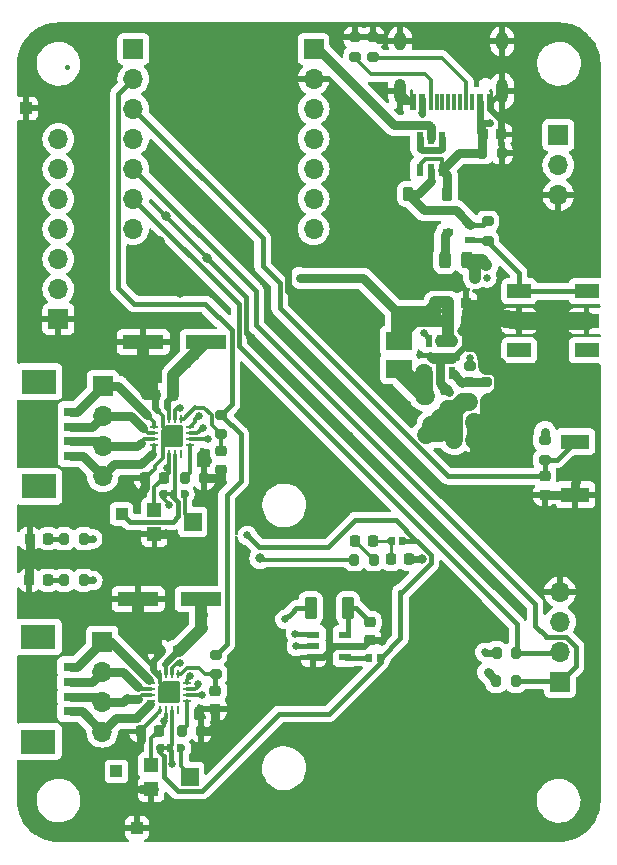
<source format=gtl>
%TF.GenerationSoftware,KiCad,Pcbnew,7.0.10-7.0.10~ubuntu22.04.1*%
%TF.CreationDate,2024-02-19T22:46:55+08:00*%
%TF.ProjectId,motor-controller-pcb,6d6f746f-722d-4636-9f6e-74726f6c6c65,2.1b1*%
%TF.SameCoordinates,Original*%
%TF.FileFunction,Copper,L1,Top*%
%TF.FilePolarity,Positive*%
%FSLAX46Y46*%
G04 Gerber Fmt 4.6, Leading zero omitted, Abs format (unit mm)*
G04 Created by KiCad (PCBNEW 7.0.10-7.0.10~ubuntu22.04.1) date 2024-02-19 22:46:55*
%MOMM*%
%LPD*%
G01*
G04 APERTURE LIST*
G04 Aperture macros list*
%AMRoundRect*
0 Rectangle with rounded corners*
0 $1 Rounding radius*
0 $2 $3 $4 $5 $6 $7 $8 $9 X,Y pos of 4 corners*
0 Add a 4 corners polygon primitive as box body*
4,1,4,$2,$3,$4,$5,$6,$7,$8,$9,$2,$3,0*
0 Add four circle primitives for the rounded corners*
1,1,$1+$1,$2,$3*
1,1,$1+$1,$4,$5*
1,1,$1+$1,$6,$7*
1,1,$1+$1,$8,$9*
0 Add four rect primitives between the rounded corners*
20,1,$1+$1,$2,$3,$4,$5,0*
20,1,$1+$1,$4,$5,$6,$7,0*
20,1,$1+$1,$6,$7,$8,$9,0*
20,1,$1+$1,$8,$9,$2,$3,0*%
%AMFreePoly0*
4,1,14,0.350000,-0.350000,0.000000,-0.350000,-0.108156,-0.332870,-0.205725,-0.283156,-0.283156,-0.205725,-0.332870,-0.108156,-0.350000,0.000000,-0.332870,0.108156,-0.283156,0.205725,-0.205725,0.283156,-0.108156,0.332870,0.000000,0.350000,0.350000,0.350000,0.350000,-0.350000,0.350000,-0.350000,$1*%
%AMFreePoly1*
4,1,14,0.885355,0.885355,0.900000,0.850000,0.900000,-0.850000,0.885355,-0.885355,0.850000,-0.900000,-0.500000,-0.900000,-0.535355,-0.885356,-0.885355,-0.535355,-0.900000,-0.500000,-0.900000,0.850000,-0.885355,0.885355,-0.850000,0.900000,0.850000,0.900000,0.885355,0.885355,0.885355,0.885355,$1*%
G04 Aperture macros list end*
%TA.AperFunction,SMDPad,CuDef*%
%ADD10RoundRect,0.218750X-0.218750X-0.256250X0.218750X-0.256250X0.218750X0.256250X-0.218750X0.256250X0*%
%TD*%
%TA.AperFunction,SMDPad,CuDef*%
%ADD11FreePoly0,0.000000*%
%TD*%
%TA.AperFunction,SMDPad,CuDef*%
%ADD12FreePoly0,180.000000*%
%TD*%
%TA.AperFunction,SMDPad,CuDef*%
%ADD13R,1.100000X0.600000*%
%TD*%
%TA.AperFunction,ComponentPad*%
%ADD14R,1.000000X1.000000*%
%TD*%
%TA.AperFunction,SMDPad,CuDef*%
%ADD15RoundRect,0.200000X-0.275000X0.200000X-0.275000X-0.200000X0.275000X-0.200000X0.275000X0.200000X0*%
%TD*%
%TA.AperFunction,SMDPad,CuDef*%
%ADD16RoundRect,0.200000X-0.200000X-0.275000X0.200000X-0.275000X0.200000X0.275000X-0.200000X0.275000X0*%
%TD*%
%TA.AperFunction,SMDPad,CuDef*%
%ADD17RoundRect,0.200000X0.200000X0.275000X-0.200000X0.275000X-0.200000X-0.275000X0.200000X-0.275000X0*%
%TD*%
%TA.AperFunction,SMDPad,CuDef*%
%ADD18RoundRect,0.200000X0.275000X-0.200000X0.275000X0.200000X-0.275000X0.200000X-0.275000X-0.200000X0*%
%TD*%
%TA.AperFunction,SMDPad,CuDef*%
%ADD19RoundRect,0.250000X-0.275000X-0.700000X0.275000X-0.700000X0.275000X0.700000X-0.275000X0.700000X0*%
%TD*%
%TA.AperFunction,SMDPad,CuDef*%
%ADD20RoundRect,0.225000X-0.250000X0.225000X-0.250000X-0.225000X0.250000X-0.225000X0.250000X0.225000X0*%
%TD*%
%TA.AperFunction,SMDPad,CuDef*%
%ADD21RoundRect,0.225000X-0.225000X-0.250000X0.225000X-0.250000X0.225000X0.250000X-0.225000X0.250000X0*%
%TD*%
%TA.AperFunction,SMDPad,CuDef*%
%ADD22R,2.000000X1.200000*%
%TD*%
%TA.AperFunction,SMDPad,CuDef*%
%ADD23R,1.300000X0.800000*%
%TD*%
%TA.AperFunction,SMDPad,CuDef*%
%ADD24R,3.000000X2.100000*%
%TD*%
%TA.AperFunction,ComponentPad*%
%ADD25R,1.700000X1.700000*%
%TD*%
%TA.AperFunction,ComponentPad*%
%ADD26O,1.700000X1.700000*%
%TD*%
%TA.AperFunction,SMDPad,CuDef*%
%ADD27RoundRect,0.225000X0.225000X0.250000X-0.225000X0.250000X-0.225000X-0.250000X0.225000X-0.250000X0*%
%TD*%
%TA.AperFunction,SMDPad,CuDef*%
%ADD28R,0.800000X0.280000*%
%TD*%
%TA.AperFunction,SMDPad,CuDef*%
%ADD29R,0.280000X0.800000*%
%TD*%
%TA.AperFunction,SMDPad,CuDef*%
%ADD30FreePoly1,270.000000*%
%TD*%
%TA.AperFunction,SMDPad,CuDef*%
%ADD31R,2.400000X1.300000*%
%TD*%
%TA.AperFunction,SMDPad,CuDef*%
%ADD32R,0.500000X0.700000*%
%TD*%
%TA.AperFunction,SMDPad,CuDef*%
%ADD33R,1.200000X1.200000*%
%TD*%
%TA.AperFunction,SMDPad,CuDef*%
%ADD34R,1.500000X1.600000*%
%TD*%
%TA.AperFunction,SMDPad,CuDef*%
%ADD35R,3.500000X1.200000*%
%TD*%
%TA.AperFunction,SMDPad,CuDef*%
%ADD36R,0.600000X1.450000*%
%TD*%
%TA.AperFunction,SMDPad,CuDef*%
%ADD37R,0.300000X1.450000*%
%TD*%
%TA.AperFunction,ComponentPad*%
%ADD38O,1.000000X2.100000*%
%TD*%
%TA.AperFunction,ComponentPad*%
%ADD39O,1.000000X1.600000*%
%TD*%
%TA.AperFunction,SMDPad,CuDef*%
%ADD40R,0.600000X1.100000*%
%TD*%
%TA.AperFunction,SMDPad,CuDef*%
%ADD41RoundRect,0.225000X0.375000X-0.225000X0.375000X0.225000X-0.375000X0.225000X-0.375000X-0.225000X0*%
%TD*%
%TA.AperFunction,SMDPad,CuDef*%
%ADD42R,0.920000X0.520000*%
%TD*%
%TA.AperFunction,SMDPad,CuDef*%
%ADD43R,2.160000X1.630000*%
%TD*%
%TA.AperFunction,SMDPad,CuDef*%
%ADD44RoundRect,0.225000X-0.225000X-0.375000X0.225000X-0.375000X0.225000X0.375000X-0.225000X0.375000X0*%
%TD*%
%TA.AperFunction,SMDPad,CuDef*%
%ADD45RoundRect,0.225000X0.250000X-0.225000X0.250000X0.225000X-0.250000X0.225000X-0.250000X-0.225000X0*%
%TD*%
%TA.AperFunction,SMDPad,CuDef*%
%ADD46RoundRect,0.243750X-0.243750X-0.456250X0.243750X-0.456250X0.243750X0.456250X-0.243750X0.456250X0*%
%TD*%
%TA.AperFunction,ViaPad*%
%ADD47C,0.650000*%
%TD*%
%TA.AperFunction,ViaPad*%
%ADD48C,0.800000*%
%TD*%
%TA.AperFunction,Conductor*%
%ADD49C,0.400000*%
%TD*%
%TA.AperFunction,Conductor*%
%ADD50C,0.300000*%
%TD*%
%TA.AperFunction,Conductor*%
%ADD51C,0.600000*%
%TD*%
%TA.AperFunction,Conductor*%
%ADD52C,0.250000*%
%TD*%
%TA.AperFunction,Conductor*%
%ADD53C,0.800000*%
%TD*%
%TA.AperFunction,Conductor*%
%ADD54C,1.000000*%
%TD*%
%TA.AperFunction,Conductor*%
%ADD55C,1.500000*%
%TD*%
G04 APERTURE END LIST*
%TA.AperFunction,EtchedComponent*%
%TO.C,JP3*%
G36*
X117586000Y-99950000D02*
G01*
X117096000Y-99950000D01*
X117096000Y-99650000D01*
X117586000Y-99650000D01*
X117586000Y-99950000D01*
G37*
%TD.AperFunction*%
%TA.AperFunction,EtchedComponent*%
%TO.C,JP4*%
G36*
X117306000Y-121480000D02*
G01*
X116816000Y-121480000D01*
X116816000Y-121180000D01*
X117306000Y-121180000D01*
X117306000Y-121480000D01*
G37*
%TD.AperFunction*%
%TD*%
D10*
%TO.P,L1,1*%
%TO.N,Net-(L1-Pad1)*%
X133018700Y-103797800D03*
%TO.P,L1,2*%
%TO.N,Net-(JP1-A)*%
X134593700Y-103797800D03*
%TD*%
D11*
%TO.P,JP2,1,A*%
%TO.N,Net-(JP2-A)*%
X134171200Y-113680000D03*
D12*
%TO.P,JP2,2,B*%
%TO.N,Vref1*%
X135230000Y-113690000D03*
%TD*%
D11*
%TO.P,JP1,1,A*%
%TO.N,Net-(JP1-A)*%
X136061200Y-103770000D03*
D12*
%TO.P,JP1,2,B*%
%TO.N,Vref1*%
X137120000Y-103780000D03*
%TD*%
D13*
%TO.P,U1,3,VDD*%
%TO.N,Net-(U1-VDD)*%
X132220000Y-111730000D03*
%TO.P,U1,2,GND*%
%TO.N,GND*%
X132220000Y-112680000D03*
%TO.P,U1,1,VOUT*%
%TO.N,Net-(JP2-A)*%
X132220000Y-113630000D03*
%TO.P,U1,6,A0*%
%TO.N,GND*%
X129520000Y-113630000D03*
%TO.P,U1,5,SCL*%
%TO.N,/SCL*%
X129520000Y-112680000D03*
%TO.P,U1,4,SDA*%
%TO.N,/SDA*%
X129520000Y-111730000D03*
%TD*%
D14*
%TO.P,TP4,1,1*%
%TO.N,Net-(JP4-C)*%
X112850000Y-123300000D03*
%TD*%
%TO.P,TP2,1,1*%
%TO.N,GND*%
X105180000Y-67160000D03*
%TD*%
%TO.P,TP1,1,1*%
%TO.N,Net-(JP3-C)*%
X113280000Y-101480000D03*
%TD*%
D15*
%TO.P,R8,1*%
%TO.N,Net-(D1-K)*%
X144275000Y-76712500D03*
%TO.P,R8,2*%
%TO.N,Net-(Q2-G)*%
X144275000Y-78362500D03*
%TD*%
D16*
%TO.P,R5,1*%
%TO.N,+3V3*%
X145012500Y-115660000D03*
%TO.P,R5,2*%
%TO.N,/SDA*%
X146662500Y-115660000D03*
%TD*%
D17*
%TO.P,R4,1*%
%TO.N,/SCL*%
X146682500Y-113230000D03*
%TO.P,R4,2*%
%TO.N,+3V3*%
X145032500Y-113230000D03*
%TD*%
D18*
%TO.P,R3,1*%
%TO.N,Net-(J1-CC1)*%
X134560000Y-62797500D03*
%TO.P,R3,2*%
%TO.N,GND*%
X134560000Y-61147500D03*
%TD*%
D15*
%TO.P,R2,1*%
%TO.N,GND*%
X133050000Y-61142500D03*
%TO.P,R2,2*%
%TO.N,Net-(J1-CC2)*%
X133050000Y-62792500D03*
%TD*%
D16*
%TO.P,R1,1*%
%TO.N,/DAC*%
X132970000Y-105370000D03*
%TO.P,R1,2*%
%TO.N,Net-(L1-Pad1)*%
X134620000Y-105370000D03*
%TD*%
D19*
%TO.P,FB1,1*%
%TO.N,+3V3*%
X129300000Y-109480000D03*
%TO.P,FB1,2*%
%TO.N,Net-(U1-VDD)*%
X132450000Y-109480000D03*
%TD*%
D20*
%TO.P,C2,1*%
%TO.N,Net-(U1-VDD)*%
X134320000Y-110650000D03*
%TO.P,C2,2*%
%TO.N,GND*%
X134320000Y-112200000D03*
%TD*%
D21*
%TO.P,C1,1*%
%TO.N,Net-(JP1-A)*%
X136110000Y-105340000D03*
%TO.P,C1,2*%
%TO.N,GND*%
X137660000Y-105340000D03*
%TD*%
D22*
%TO.P,SW1,1,1*%
%TO.N,Net-(Q2-G)*%
X152650000Y-82650000D03*
%TO.P,SW1,2,2*%
%TO.N,GND*%
X152650000Y-85150000D03*
%TO.P,SW1,3,3*%
%TO.N,unconnected-(SW1-Pad3)*%
X152650000Y-87650000D03*
%TO.P,SW1,4,4*%
%TO.N,Net-(Q2-G)*%
X146950000Y-82650000D03*
%TO.P,SW1,5,5*%
%TO.N,GND*%
X146950000Y-85150000D03*
%TO.P,SW1,6,6*%
%TO.N,unconnected-(SW1-Pad6)*%
X146950000Y-87650000D03*
%TD*%
D23*
%TO.P,J3,1,Pin_1*%
%TO.N,M1A1*%
X109020000Y-92850000D03*
%TO.P,J3,2,Pin_2*%
%TO.N,M1A2*%
X109020000Y-94110000D03*
%TO.P,J3,3,Pin_3*%
%TO.N,M1B2*%
X109020000Y-95350000D03*
%TO.P,J3,4,Pin_4*%
%TO.N,M1B1*%
X109020000Y-96600000D03*
D24*
%TO.P,J3,5*%
%TO.N,N/C*%
X106280000Y-99160000D03*
%TO.P,J3,6*%
X106280000Y-90300000D03*
%TD*%
D25*
%TO.P,J5,1,Pin_1*%
%TO.N,/A6*%
X150270000Y-69420000D03*
D26*
%TO.P,J5,2,Pin_2*%
%TO.N,+5VA*%
X150270000Y-71960000D03*
%TO.P,J5,3,Pin_3*%
%TO.N,GND*%
X150270000Y-74500000D03*
%TD*%
D27*
%TO.P,C9,1*%
%TO.N,GND*%
X142450000Y-85120000D03*
%TO.P,C9,2*%
%TO.N,+5VA*%
X140900000Y-85120000D03*
%TD*%
D16*
%TO.P,R7,1*%
%TO.N,VBUS*%
X143835000Y-70930000D03*
%TO.P,R7,2*%
%TO.N,GND*%
X145485000Y-70930000D03*
%TD*%
D28*
%TO.P,U5,1,AOUT1*%
%TO.N,M2A1*%
X115805000Y-115840000D03*
%TO.P,U5,2,AOUT2*%
%TO.N,M2A2*%
X115805000Y-116340000D03*
%TO.P,U5,3,BOUT2*%
%TO.N,M2B2*%
X115805000Y-116840000D03*
%TO.P,U5,4,BOUT1*%
%TO.N,M2B1*%
X115805000Y-117340000D03*
D29*
%TO.P,U5,5,GND*%
%TO.N,GND*%
X116555000Y-118090000D03*
%TO.P,U5,6,DVDD*%
%TO.N,DVDD2*%
X117055000Y-118090000D03*
%TO.P,U5,7,VREF*%
%TO.N,Net-(JP4-C)*%
X117555000Y-118090000D03*
%TO.P,U5,8,M0*%
%TO.N,unconnected-(U5-M0-Pad8)*%
X118055000Y-118090000D03*
D28*
%TO.P,U5,9,DECAY/TOFF*%
%TO.N,Net-(U5-DECAY{slash}TOFF)*%
X118805000Y-117340000D03*
%TO.P,U5,10,M1*%
%TO.N,DVDD2*%
X118805000Y-116840000D03*
%TO.P,U5,11,STEP*%
%TO.N,/A8*%
X118805000Y-116340000D03*
%TO.P,U5,12,DIR*%
%TO.N,/A7*%
X118805000Y-115840000D03*
D29*
%TO.P,U5,13,EN/nFAULT*%
%TO.N,EN-Fault2*%
X118055000Y-115090000D03*
%TO.P,U5,14,nSLEEP*%
%TO.N,DVDD2*%
X117555000Y-115090000D03*
%TO.P,U5,15,VM*%
%TO.N,VMEM*%
X117055000Y-115090000D03*
%TO.P,U5,16,PGND*%
%TO.N,GND*%
X116555000Y-115090000D03*
D30*
%TO.P,U5,17,EP*%
X117305000Y-116590000D03*
%TD*%
D18*
%TO.P,R15,1*%
%TO.N,VMEM*%
X142670000Y-92010000D03*
%TO.P,R15,2*%
%TO.N,Net-(U3-FB)*%
X142670000Y-90360000D03*
%TD*%
D23*
%TO.P,J7,1,Pin_1*%
%TO.N,M2A1*%
X108990000Y-114460000D03*
%TO.P,J7,2,Pin_2*%
%TO.N,M2A2*%
X108990000Y-115720000D03*
%TO.P,J7,3,Pin_3*%
%TO.N,M2B2*%
X108990000Y-116960000D03*
%TO.P,J7,4,Pin_4*%
%TO.N,M2B1*%
X108990000Y-118210000D03*
D24*
%TO.P,J7,5*%
%TO.N,N/C*%
X106250000Y-120770000D03*
%TO.P,J7,6*%
X106250000Y-111910000D03*
%TD*%
D14*
%TO.P,TP3,1,1*%
%TO.N,GND*%
X114580000Y-128080000D03*
%TD*%
D31*
%TO.P,SW2,1,1*%
%TO.N,/A2*%
X151710000Y-95370000D03*
%TO.P,SW2,2,2*%
%TO.N,GND*%
X151710000Y-99870000D03*
%TD*%
D21*
%TO.P,C8,1*%
%TO.N,+5VA*%
X140910000Y-83600000D03*
%TO.P,C8,2*%
%TO.N,GND*%
X142460000Y-83600000D03*
%TD*%
D11*
%TO.P,JP3,1,A*%
%TO.N,Vref1*%
X116799200Y-99790000D03*
D32*
%TO.P,JP3,2,C*%
%TO.N,Net-(JP3-C)*%
X117705600Y-99795200D03*
D12*
%TO.P,JP3,3,B*%
%TO.N,Net-(JP3-B)*%
X118620000Y-99800000D03*
%TD*%
D33*
%TO.P,RV1,1,1*%
%TO.N,DVDD1*%
X116070000Y-101170000D03*
D34*
%TO.P,RV1,2,2*%
%TO.N,Net-(JP3-B)*%
X119310000Y-102170000D03*
D33*
%TO.P,RV1,3,3*%
%TO.N,GND*%
X116070000Y-103170000D03*
%TD*%
D21*
%TO.P,C3,1*%
%TO.N,VBUS*%
X143870000Y-69370000D03*
%TO.P,C3,2*%
%TO.N,GND*%
X145420000Y-69370000D03*
%TD*%
D35*
%TO.P,C16,1*%
%TO.N,VMEM*%
X120025000Y-108700000D03*
%TO.P,C16,2*%
%TO.N,GND*%
X114685000Y-108700000D03*
%TD*%
D20*
%TO.P,C4,1*%
%TO.N,EN-Fault1*%
X121740000Y-96190000D03*
%TO.P,C4,2*%
%TO.N,GND*%
X121740000Y-97740000D03*
%TD*%
%TO.P,C11,1*%
%TO.N,EN-Fault2*%
X121225000Y-116470000D03*
%TO.P,C11,2*%
%TO.N,GND*%
X121225000Y-118020000D03*
%TD*%
D36*
%TO.P,J1,A1,GND*%
%TO.N,GND*%
X144450000Y-66585000D03*
%TO.P,J1,A4,VBUS*%
%TO.N,VBUS*%
X143650000Y-66585000D03*
D37*
%TO.P,J1,A5,CC1*%
%TO.N,Net-(J1-CC1)*%
X142450000Y-66585000D03*
%TO.P,J1,A6,D+*%
%TO.N,unconnected-(J1-D+-PadA6)*%
X141450000Y-66585000D03*
%TO.P,J1,A7,D-*%
%TO.N,unconnected-(J1-D--PadA7)*%
X140950000Y-66585000D03*
%TO.P,J1,A8,SBU1*%
%TO.N,unconnected-(J1-SBU1-PadA8)*%
X139950000Y-66585000D03*
D36*
%TO.P,J1,A9,VBUS*%
%TO.N,VBUS*%
X138750000Y-66585000D03*
%TO.P,J1,A12,GND*%
%TO.N,GND*%
X137950000Y-66585000D03*
%TO.P,J1,B1,GND*%
X137950000Y-66585000D03*
%TO.P,J1,B4,VBUS*%
%TO.N,VBUS*%
X138750000Y-66585000D03*
D37*
%TO.P,J1,B5,CC2*%
%TO.N,Net-(J1-CC2)*%
X139450000Y-66585000D03*
%TO.P,J1,B6,D+*%
%TO.N,unconnected-(J1-D+-PadB6)*%
X140450000Y-66585000D03*
%TO.P,J1,B7,D-*%
%TO.N,unconnected-(J1-D--PadB7)*%
X141950000Y-66585000D03*
%TO.P,J1,B8,SBU2*%
%TO.N,unconnected-(J1-SBU2-PadB8)*%
X142950000Y-66585000D03*
D36*
%TO.P,J1,B9,VBUS*%
%TO.N,VBUS*%
X143650000Y-66585000D03*
%TO.P,J1,B12,GND*%
%TO.N,GND*%
X144450000Y-66585000D03*
D38*
%TO.P,J1,S1,SHIELD*%
X145520000Y-65670000D03*
D39*
X145520000Y-61490000D03*
D38*
X136880000Y-65670000D03*
D39*
X136880000Y-61490000D03*
%TD*%
D25*
%TO.P,J2,1,Pin_1*%
%TO.N,/SDA*%
X150420000Y-115710000D03*
D26*
%TO.P,J2,2,Pin_2*%
%TO.N,/SCL*%
X150420000Y-113170000D03*
%TO.P,J2,3,Pin_3*%
%TO.N,+3V3*%
X150420000Y-110630000D03*
%TO.P,J2,4,Pin_4*%
%TO.N,GND*%
X150420000Y-108090000D03*
%TD*%
D25*
%TO.P,U4,0,DAC*%
%TO.N,/DAC*%
X114290000Y-62120000D03*
D26*
%TO.P,U4,1,A/D1*%
%TO.N,/ENABLE*%
X114290000Y-64660000D03*
%TO.P,U4,2,A/D2*%
%TO.N,/A2*%
X114290000Y-67200000D03*
%TO.P,U4,3,A/D3*%
%TO.N,/A3*%
X114290000Y-69740000D03*
%TO.P,U4,3V3,3V3*%
%TO.N,+3V3*%
X129540000Y-67200000D03*
%TO.P,U4,4,SDA*%
%TO.N,/SDA*%
X114290000Y-72280000D03*
%TO.P,U4,5,SCL*%
%TO.N,/SCL*%
X114290000Y-74820000D03*
D25*
%TO.P,U4,5V,5V*%
%TO.N,+5V*%
X129540000Y-62120000D03*
D26*
%TO.P,U4,6,TX*%
%TO.N,/A6*%
X114250000Y-77370000D03*
%TO.P,U4,7,RX*%
%TO.N,/A7*%
X129540000Y-77360000D03*
%TO.P,U4,8,SCK*%
%TO.N,/A8*%
X129540000Y-74820000D03*
%TO.P,U4,9,MISO*%
%TO.N,/A9*%
X129540000Y-72280000D03*
%TO.P,U4,10,MOSI*%
%TO.N,/A10*%
X129540000Y-69740000D03*
%TO.P,U4,GND,GND*%
%TO.N,GND*%
X129540000Y-64660000D03*
%TD*%
D40*
%TO.P,U3,1,LX*%
%TO.N,Net-(D4-A)*%
X139320000Y-89532500D03*
%TO.P,U3,2,GND*%
%TO.N,GND*%
X140270000Y-89532500D03*
%TO.P,U3,3,FB*%
%TO.N,Net-(U3-FB)*%
X141220000Y-89532500D03*
%TO.P,U3,4,EN*%
%TO.N,+5VA*%
X141220000Y-86832500D03*
%TO.P,U3,5,VCC*%
X140270000Y-86832500D03*
%TO.P,U3,6,OC*%
%TO.N,Net-(U3-OC)*%
X139320000Y-86832500D03*
%TD*%
D17*
%TO.P,R10,1*%
%TO.N,VMEM*%
X110085000Y-103590000D03*
%TO.P,R10,2*%
%TO.N,Net-(D2-A)*%
X108435000Y-103590000D03*
%TD*%
D10*
%TO.P,D3,1,K*%
%TO.N,GND*%
X105485000Y-107110000D03*
%TO.P,D3,2,A*%
%TO.N,Net-(D3-A)*%
X107060000Y-107110000D03*
%TD*%
D18*
%TO.P,R12,1*%
%TO.N,Net-(U3-OC)*%
X142790000Y-88980000D03*
%TO.P,R12,2*%
%TO.N,GND*%
X142790000Y-87330000D03*
%TD*%
D21*
%TO.P,C13,1*%
%TO.N,VMEM*%
X141450000Y-95270000D03*
%TO.P,C13,2*%
%TO.N,GND*%
X143000000Y-95270000D03*
%TD*%
D41*
%TO.P,D4,1,K*%
%TO.N,VMEM*%
X139050000Y-94820000D03*
%TO.P,D4,2,A*%
%TO.N,Net-(D4-A)*%
X139050000Y-91520000D03*
%TD*%
D42*
%TO.P,Q2,1,G*%
%TO.N,Net-(Q2-G)*%
X142815000Y-78300000D03*
%TO.P,Q2,2,S*%
%TO.N,Net-(D1-K)*%
X142815000Y-77000000D03*
%TO.P,Q2,3,D*%
%TO.N,Net-(Q2-D)*%
X140915000Y-77650000D03*
%TD*%
D43*
%TO.P,L2,1*%
%TO.N,+5VA*%
X136760000Y-86850000D03*
%TO.P,L2,2*%
%TO.N,Net-(D4-A)*%
X136760000Y-89190000D03*
%TD*%
D44*
%TO.P,D1,1,K*%
%TO.N,Net-(D1-K)*%
X137535000Y-74415000D03*
%TO.P,D1,2,A*%
%TO.N,VBUS*%
X140835000Y-74415000D03*
%TD*%
D27*
%TO.P,C14,1*%
%TO.N,GND*%
X143000000Y-93730000D03*
%TO.P,C14,2*%
%TO.N,VMEM*%
X141450000Y-93730000D03*
%TD*%
D28*
%TO.P,U2,1,AOUT1*%
%TO.N,M1A1*%
X116060000Y-94170000D03*
%TO.P,U2,2,AOUT2*%
%TO.N,M1A2*%
X116060000Y-94670000D03*
%TO.P,U2,3,BOUT2*%
%TO.N,M1B2*%
X116060000Y-95170000D03*
%TO.P,U2,4,BOUT1*%
%TO.N,M1B1*%
X116060000Y-95670000D03*
D29*
%TO.P,U2,5,GND*%
%TO.N,GND*%
X116810000Y-96420000D03*
%TO.P,U2,6,DVDD*%
%TO.N,DVDD1*%
X117310000Y-96420000D03*
%TO.P,U2,7,VREF*%
%TO.N,Net-(JP3-C)*%
X117810000Y-96420000D03*
%TO.P,U2,8,M0*%
%TO.N,unconnected-(U2-M0-Pad8)*%
X118310000Y-96420000D03*
D28*
%TO.P,U2,9,DECAY/TOFF*%
%TO.N,Net-(U2-DECAY{slash}TOFF)*%
X119060000Y-95670000D03*
%TO.P,U2,10,M1*%
%TO.N,DVDD1*%
X119060000Y-95170000D03*
%TO.P,U2,11,STEP*%
%TO.N,/A10*%
X119060000Y-94670000D03*
%TO.P,U2,12,DIR*%
%TO.N,/A9*%
X119060000Y-94170000D03*
D29*
%TO.P,U2,13,EN/nFAULT*%
%TO.N,EN-Fault1*%
X118310000Y-93420000D03*
%TO.P,U2,14,nSLEEP*%
%TO.N,DVDD1*%
X117810000Y-93420000D03*
%TO.P,U2,15,VM*%
%TO.N,VMEM*%
X117310000Y-93420000D03*
%TO.P,U2,16,PGND*%
%TO.N,GND*%
X116810000Y-93420000D03*
D30*
%TO.P,U2,17,EP*%
X117560000Y-94920000D03*
%TD*%
D17*
%TO.P,R11,1*%
%TO.N,+3V3*%
X110065000Y-107110000D03*
%TO.P,R11,2*%
%TO.N,Net-(D3-A)*%
X108415000Y-107110000D03*
%TD*%
D25*
%TO.P,J6,1,Pin_1*%
%TO.N,GND*%
X107940000Y-85010000D03*
D26*
%TO.P,J6,2,Pin_2*%
%TO.N,/SCL*%
X107940000Y-82470000D03*
%TO.P,J6,3,Pin_3*%
%TO.N,/SDA*%
X107940000Y-79930000D03*
%TO.P,J6,4,Pin_4*%
%TO.N,/A3*%
X107940000Y-77390000D03*
%TO.P,J6,5,Pin_5*%
%TO.N,/A2*%
X107940000Y-74850000D03*
%TO.P,J6,6,Pin_6*%
%TO.N,/DAC*%
X107940000Y-72310000D03*
%TO.P,J6,7,Pin_7*%
%TO.N,+5VA*%
X107940000Y-69770000D03*
%TD*%
D45*
%TO.P,C10,1*%
%TO.N,GND*%
X149120000Y-99860000D03*
%TO.P,C10,2*%
%TO.N,/A2*%
X149120000Y-98310000D03*
%TD*%
D27*
%TO.P,C15,1*%
%TO.N,VMEM*%
X118025000Y-113100000D03*
%TO.P,C15,2*%
%TO.N,GND*%
X116475000Y-113100000D03*
%TD*%
D18*
%TO.P,R13,1*%
%TO.N,/A2*%
X149130000Y-96910000D03*
%TO.P,R13,2*%
%TO.N,+3V3*%
X149130000Y-95260000D03*
%TD*%
D40*
%TO.P,Q1,1,G*%
%TO.N,VBUS*%
X138535000Y-72375000D03*
%TO.P,Q1,2,S*%
%TO.N,Net-(D1-K)*%
X139485000Y-72375000D03*
%TO.P,Q1,3,G*%
%TO.N,VBUS*%
X140435000Y-72375000D03*
%TO.P,Q1,4,D*%
%TO.N,Net-(Q1A-D)*%
X140435000Y-69675000D03*
%TO.P,Q1,5,S*%
%TO.N,+5V*%
X139485000Y-69675000D03*
%TO.P,Q1,6,D*%
%TO.N,Net-(Q1A-D)*%
X138535000Y-69675000D03*
%TD*%
D27*
%TO.P,C6,1*%
%TO.N,VMEM*%
X117680000Y-91390000D03*
%TO.P,C6,2*%
%TO.N,GND*%
X116130000Y-91390000D03*
%TD*%
D15*
%TO.P,R6,1*%
%TO.N,/ENABLE*%
X121740000Y-93100000D03*
%TO.P,R6,2*%
%TO.N,EN-Fault1*%
X121740000Y-94750000D03*
%TD*%
D17*
%TO.P,R17,1*%
%TO.N,GND*%
X120045000Y-119850000D03*
%TO.P,R17,2*%
%TO.N,Net-(U5-DECAY{slash}TOFF)*%
X118395000Y-119850000D03*
%TD*%
D25*
%TO.P,J4,1,Pin_1*%
%TO.N,M1A1*%
X111690000Y-90680000D03*
D26*
%TO.P,J4,2,Pin_2*%
%TO.N,M1A2*%
X111690000Y-93220000D03*
%TO.P,J4,3,Pin_3*%
%TO.N,M1B2*%
X111690000Y-95760000D03*
%TO.P,J4,4,Pin_4*%
%TO.N,M1B1*%
X111690000Y-98300000D03*
%TD*%
D25*
%TO.P,J8,1,Pin_1*%
%TO.N,M2A1*%
X111655000Y-112310000D03*
D26*
%TO.P,J8,2,Pin_2*%
%TO.N,M2A2*%
X111655000Y-114850000D03*
%TO.P,J8,3,Pin_3*%
%TO.N,M2B2*%
X111655000Y-117390000D03*
%TO.P,J8,4,Pin_4*%
%TO.N,M2B1*%
X111655000Y-119930000D03*
%TD*%
D35*
%TO.P,C7,1*%
%TO.N,VMEM*%
X120460000Y-86940000D03*
%TO.P,C7,2*%
%TO.N,GND*%
X115120000Y-86940000D03*
%TD*%
D27*
%TO.P,C5,1*%
%TO.N,DVDD1*%
X116860000Y-98440000D03*
%TO.P,C5,2*%
%TO.N,GND*%
X115310000Y-98440000D03*
%TD*%
D15*
%TO.P,R14,1*%
%TO.N,/ENABLE*%
X121255000Y-113400000D03*
%TO.P,R14,2*%
%TO.N,EN-Fault2*%
X121255000Y-115050000D03*
%TD*%
D11*
%TO.P,JP4,1,A*%
%TO.N,Vref1*%
X116519200Y-121320000D03*
D32*
%TO.P,JP4,2,C*%
%TO.N,Net-(JP4-C)*%
X117425600Y-121325200D03*
D12*
%TO.P,JP4,3,B*%
%TO.N,Net-(JP4-B)*%
X118340000Y-121330000D03*
%TD*%
D27*
%TO.P,C12,1*%
%TO.N,DVDD2*%
X116455000Y-119850000D03*
%TO.P,C12,2*%
%TO.N,GND*%
X114905000Y-119850000D03*
%TD*%
D10*
%TO.P,D2,1,K*%
%TO.N,GND*%
X105497500Y-103590000D03*
%TO.P,D2,2,A*%
%TO.N,Net-(D2-A)*%
X107072500Y-103590000D03*
%TD*%
D33*
%TO.P,RV2,1,1*%
%TO.N,DVDD2*%
X115810000Y-122770000D03*
D34*
%TO.P,RV2,2,2*%
%TO.N,Net-(JP4-B)*%
X119050000Y-123770000D03*
D33*
%TO.P,RV2,3,3*%
%TO.N,GND*%
X115810000Y-124770000D03*
%TD*%
D46*
%TO.P,F1,1*%
%TO.N,Net-(Q2-D)*%
X140670000Y-80010000D03*
%TO.P,F1,2*%
%TO.N,+5VA*%
X142545000Y-80010000D03*
%TD*%
D17*
%TO.P,R9,1*%
%TO.N,GND*%
X120280000Y-98460000D03*
%TO.P,R9,2*%
%TO.N,Net-(U2-DECAY{slash}TOFF)*%
X118630000Y-98460000D03*
%TD*%
D15*
%TO.P,R16,1*%
%TO.N,Net-(U3-FB)*%
X144170000Y-90360000D03*
%TO.P,R16,2*%
%TO.N,GND*%
X144170000Y-92010000D03*
%TD*%
D47*
%TO.N,Vref1*%
X117290000Y-100770000D03*
X123940000Y-103310000D03*
%TO.N,/SDA*%
X128010000Y-111680000D03*
%TO.N,/SCL*%
X128080000Y-112700000D03*
%TO.N,+3V3*%
X127130000Y-110430000D03*
%TO.N,Net-(JP4-C)*%
X117591224Y-122650000D03*
D48*
%TO.N,GND*%
X138680000Y-105330000D03*
X135340000Y-112230000D03*
%TO.N,/DAC*%
X125010000Y-105260000D03*
%TO.N,GND*%
X144030000Y-89040000D03*
X146100000Y-72300000D03*
D47*
X114930000Y-120650000D03*
X117980000Y-94500000D03*
D48*
X144690000Y-95380000D03*
X127010000Y-80160000D03*
X144600000Y-94330000D03*
D47*
X118130000Y-95490000D03*
D48*
X147160000Y-109610000D03*
X132620000Y-80100000D03*
X116560000Y-78410000D03*
X114610000Y-110140000D03*
D47*
X105470000Y-105810000D03*
D48*
X149780000Y-86970000D03*
X111045000Y-105300000D03*
X116810000Y-88510000D03*
X120830000Y-76350000D03*
X117420000Y-107080000D03*
X152010000Y-127680000D03*
X120550000Y-79830000D03*
X118960000Y-61560000D03*
X142390000Y-73830000D03*
D47*
X116990000Y-95510000D03*
D48*
X138230000Y-82540000D03*
X114620000Y-111060000D03*
X124270000Y-86620000D03*
X134160000Y-89570000D03*
X106040000Y-116410000D03*
X134630000Y-93760000D03*
X133030000Y-100000000D03*
D47*
X121230000Y-118840000D03*
D48*
X118220000Y-82810000D03*
X124980000Y-91590000D03*
X144470000Y-96310000D03*
X146080000Y-97000000D03*
X132890000Y-83120000D03*
X115060000Y-89390000D03*
D47*
X114890000Y-124750000D03*
D48*
X152010000Y-61560000D03*
D47*
X117090000Y-94480000D03*
X116740000Y-117160000D03*
D48*
X117680000Y-85160000D03*
X142880000Y-86570000D03*
X116780000Y-72070000D03*
D47*
X117860000Y-116040000D03*
X120780000Y-119860000D03*
D48*
X115260000Y-91370000D03*
X106240000Y-127580000D03*
X135250000Y-65480000D03*
X144170000Y-87760000D03*
D47*
X116840000Y-116120000D03*
D48*
X149810000Y-85170000D03*
X115220000Y-99360000D03*
X136810000Y-115570000D03*
X123580000Y-108810000D03*
X148370000Y-106580000D03*
X146490000Y-68240000D03*
D47*
X140410000Y-90610000D03*
D48*
X132570000Y-94910000D03*
X128120000Y-83330000D03*
X124060000Y-79600000D03*
X136610000Y-71370000D03*
D47*
X141000000Y-91160000D03*
X139360000Y-88100000D03*
X151750000Y-98810000D03*
D48*
X128200000Y-87460000D03*
X110940000Y-81080000D03*
X128400000Y-98610000D03*
X117080000Y-103230000D03*
X142150000Y-86020000D03*
X130500000Y-89640000D03*
D47*
X117880000Y-117160000D03*
D48*
X141880000Y-99510000D03*
D47*
X140510000Y-88360000D03*
D48*
X121730000Y-98520000D03*
X118010000Y-80100000D03*
X125290000Y-112090000D03*
X113660000Y-98630000D03*
X105490000Y-94670000D03*
X139040000Y-78010000D03*
X117400000Y-110280000D03*
X115080000Y-88430000D03*
X110180000Y-67460000D03*
D47*
X141240000Y-88360000D03*
D48*
X117060000Y-76270000D03*
X118830000Y-74670000D03*
X141010000Y-61520000D03*
X149800000Y-81150000D03*
X142950000Y-84370000D03*
X106290000Y-61520000D03*
X124840000Y-61560000D03*
D47*
%TO.N,DVDD1*%
X120570000Y-95170000D03*
X117135000Y-97568388D03*
X118211335Y-92494998D03*
D48*
%TO.N,VMEM*%
X120050000Y-111050000D03*
X139500000Y-93960000D03*
X140250000Y-93350000D03*
D47*
X110835000Y-103610000D03*
D48*
X119450000Y-88060000D03*
X140950000Y-92590000D03*
X140230000Y-94670000D03*
X118780000Y-88710000D03*
X120070000Y-110030000D03*
D47*
%TO.N,VBUS*%
X138760000Y-67590000D03*
X144450000Y-68380000D03*
%TO.N,+5VA*%
X143170000Y-81480000D03*
D48*
X139160000Y-84420000D03*
X139830000Y-83580000D03*
D47*
X144210000Y-81500000D03*
D48*
X139830000Y-85150000D03*
D47*
X144180000Y-80430000D03*
X128390000Y-81500000D03*
%TO.N,DVDD2*%
X116850000Y-119030000D03*
X118270000Y-114120000D03*
X120110000Y-116840000D03*
%TO.N,+3V3*%
X144275000Y-114910000D03*
X144045000Y-113220000D03*
X110845000Y-107120000D03*
X149140000Y-94520000D03*
%TO.N,Net-(U3-OC)*%
X142770000Y-88270000D03*
X138850000Y-86175000D03*
%TO.N,/A10*%
X120150000Y-94230000D03*
%TO.N,/A9*%
X119810000Y-93210000D03*
%TO.N,/A8*%
X119770000Y-115900000D03*
%TO.N,/A7*%
X119077298Y-115257298D03*
%TD*%
D49*
%TO.N,Net-(JP3-C)*%
X118060000Y-100480000D02*
X117597817Y-100017818D01*
X113280000Y-101480000D02*
X113970000Y-102170000D01*
X113970000Y-102170000D02*
X117607818Y-102170000D01*
X117607818Y-102170000D02*
X118070000Y-101707817D01*
X118070000Y-101707817D02*
X118070000Y-100515686D01*
X118070000Y-100515686D02*
X118055000Y-100500686D01*
D50*
%TO.N,Vref1*%
X116746000Y-99790000D02*
X116746000Y-100094976D01*
X116746000Y-100094976D02*
X117240000Y-100588976D01*
X117240000Y-100588976D02*
X117248976Y-100588976D01*
D49*
X133070000Y-102030000D02*
X130780000Y-104320000D01*
X138250000Y-103780000D02*
X136520000Y-102050000D01*
X124950000Y-104320000D02*
X123940000Y-103310000D01*
X138261371Y-103780000D02*
X138250000Y-103780000D01*
X130780000Y-104320000D02*
X126800000Y-104320000D01*
X136520000Y-102050000D02*
X133090000Y-102050000D01*
X133090000Y-102050000D02*
X133070000Y-102030000D01*
X126800000Y-104320000D02*
X124950000Y-104320000D01*
%TO.N,/SDA*%
X129470000Y-111680000D02*
X129520000Y-111730000D01*
X128010000Y-111680000D02*
X129470000Y-111680000D01*
%TO.N,/SCL*%
X129500000Y-112700000D02*
X129520000Y-112680000D01*
X128080000Y-112700000D02*
X129500000Y-112700000D01*
%TO.N,+3V3*%
X127130000Y-110410000D02*
X127130000Y-110430000D01*
X127680000Y-109860000D02*
X127130000Y-110410000D01*
X129300000Y-109480000D02*
X128060000Y-109480000D01*
X128060000Y-109480000D02*
X127680000Y-109860000D01*
%TO.N,Net-(JP4-C)*%
X117500000Y-122429182D02*
X117500000Y-121550818D01*
X117591224Y-122650000D02*
X117585637Y-122644413D01*
%TO.N,Vref1*%
X116866224Y-123786224D02*
X116866224Y-122025200D01*
X126620000Y-118420000D02*
X120070000Y-124970000D01*
X120070000Y-124970000D02*
X118050000Y-124970000D01*
X118050000Y-124970000D02*
X116866224Y-123786224D01*
X135230000Y-113690000D02*
X135230000Y-114044363D01*
X130854363Y-118420000D02*
X126620000Y-118420000D01*
X135230000Y-114044363D02*
X130854363Y-118420000D01*
X136885000Y-108120000D02*
X136885000Y-112035000D01*
X136885000Y-112035000D02*
X135230000Y-113690000D01*
X137120000Y-103780000D02*
X138261371Y-103780000D01*
X138261371Y-103780000D02*
X139480000Y-104998629D01*
X139480000Y-104998629D02*
X139480000Y-105665000D01*
X139480000Y-105665000D02*
X137025000Y-108120000D01*
X137025000Y-108120000D02*
X136885000Y-108120000D01*
D51*
%TO.N,GND*%
X138670000Y-105340000D02*
X138680000Y-105330000D01*
X137660000Y-105340000D02*
X138670000Y-105340000D01*
D49*
%TO.N,Net-(JP2-A)*%
X134171200Y-113680000D02*
X132270000Y-113680000D01*
X132270000Y-113680000D02*
X132220000Y-113630000D01*
D51*
%TO.N,GND*%
X129520000Y-113630000D02*
X130370000Y-113630000D01*
X130370000Y-113630000D02*
X131320000Y-112680000D01*
X131320000Y-112680000D02*
X132220000Y-112680000D01*
X132220000Y-112680000D02*
X133840000Y-112680000D01*
X133840000Y-112680000D02*
X134320000Y-112200000D01*
X135310000Y-112200000D02*
X135340000Y-112230000D01*
X134320000Y-112200000D02*
X135310000Y-112200000D01*
D49*
%TO.N,Net-(U1-VDD)*%
X132450000Y-109480000D02*
X132450000Y-111500000D01*
X132450000Y-111500000D02*
X132220000Y-111730000D01*
X132450000Y-109480000D02*
X133150000Y-109480000D01*
X133150000Y-109480000D02*
X134320000Y-110650000D01*
D52*
%TO.N,Net-(JP1-A)*%
X136110000Y-105340000D02*
X136110000Y-103818800D01*
X136110000Y-103818800D02*
X136061200Y-103770000D01*
X134593700Y-103797800D02*
X136033400Y-103797800D01*
X136033400Y-103797800D02*
X136061200Y-103770000D01*
%TO.N,Net-(L1-Pad1)*%
X133018700Y-103797800D02*
X133047800Y-103797800D01*
X133047800Y-103797800D02*
X134620000Y-105370000D01*
D50*
%TO.N,/DAC*%
X125120000Y-105370000D02*
X132970000Y-105370000D01*
X125010000Y-105260000D02*
X125120000Y-105370000D01*
D49*
%TO.N,*%
X108630000Y-63680000D02*
X108630000Y-63630000D01*
D50*
%TO.N,EN-Fault1*%
X119550000Y-92490000D02*
X119520000Y-92460000D01*
X118560000Y-93420000D02*
X118310000Y-93420000D01*
X120915000Y-93135000D02*
X120270000Y-92490000D01*
X121740000Y-94750000D02*
X120915000Y-93925000D01*
X120270000Y-92490000D02*
X119550000Y-92490000D01*
X121740000Y-96190000D02*
X121740000Y-94750000D01*
X120915000Y-93925000D02*
X120915000Y-93135000D01*
X119520000Y-92460000D02*
X118560000Y-93420000D01*
%TO.N,GND*%
X116990000Y-95490000D02*
X117560000Y-94920000D01*
D53*
X142880000Y-86570000D02*
X142450000Y-86990000D01*
X115280000Y-91390000D02*
X115260000Y-91370000D01*
X140270000Y-90430000D02*
X141000000Y-91160000D01*
X142460000Y-84860000D02*
X142460000Y-85110000D01*
X139620000Y-88360000D02*
X139360000Y-88100000D01*
D50*
X117090000Y-94480000D02*
X117120000Y-94480000D01*
D53*
X121225000Y-118020000D02*
X121225000Y-118835000D01*
D54*
X115120000Y-89450000D02*
X115120000Y-90380000D01*
D51*
X141423750Y-88246250D02*
X142476250Y-87193750D01*
D53*
X142450000Y-86990000D02*
X142790000Y-87330000D01*
X120045000Y-119850000D02*
X120770000Y-119850000D01*
D51*
X116130000Y-91390000D02*
X116130000Y-92537208D01*
D49*
X137795000Y-66585000D02*
X136880000Y-65670000D01*
D50*
X116810000Y-94170000D02*
X117090000Y-94450000D01*
D55*
X144370000Y-93770000D02*
X143150000Y-93770000D01*
D50*
X116990000Y-95510000D02*
X116990000Y-95490000D01*
D54*
X115060000Y-89390000D02*
X115120000Y-89450000D01*
D53*
X120770000Y-119850000D02*
X120780000Y-119860000D01*
D54*
X115120000Y-88390000D02*
X115080000Y-88430000D01*
X114685000Y-108700000D02*
X114685000Y-110065000D01*
X115120000Y-90380000D02*
X116130000Y-91390000D01*
D49*
X134560000Y-61060000D02*
X133055000Y-61060000D01*
D53*
X142460000Y-85110000D02*
X142450000Y-85120000D01*
D55*
X144600000Y-94330000D02*
X144370000Y-94100000D01*
D51*
X127371827Y-82581827D02*
X127371827Y-80521827D01*
D54*
X115120000Y-89330000D02*
X115060000Y-89390000D01*
D50*
X116970000Y-95510000D02*
X116990000Y-95510000D01*
D54*
X115120000Y-86940000D02*
X115120000Y-88390000D01*
D50*
X117090000Y-94450000D02*
X117090000Y-94480000D01*
D54*
X114685000Y-110995000D02*
X114620000Y-111060000D01*
D55*
X144370000Y-92010000D02*
X144770000Y-92010000D01*
D49*
X136880000Y-61490000D02*
X134990000Y-61490000D01*
D55*
X146950000Y-85150000D02*
X143840000Y-84640000D01*
D50*
X116555000Y-118200000D02*
X114905000Y-119850000D01*
D51*
X116565000Y-113315000D02*
X115920000Y-113960000D01*
D53*
X116130000Y-91390000D02*
X115280000Y-91390000D01*
D55*
X144370000Y-94100000D02*
X144370000Y-93770000D01*
X144140000Y-88100000D02*
X144280000Y-88240000D01*
D49*
X144450000Y-66585000D02*
X144605000Y-66585000D01*
D53*
X151710000Y-99870000D02*
X151710000Y-98850000D01*
D54*
X143150000Y-94690000D02*
X143000000Y-94540000D01*
D50*
X116810000Y-93420000D02*
X116810000Y-94170000D01*
D49*
X120550000Y-79830000D02*
X120560000Y-79830000D01*
D53*
X149130000Y-99870000D02*
X149120000Y-99860000D01*
D54*
X114620000Y-111060000D02*
X114685000Y-111125000D01*
D55*
X149830000Y-85150000D02*
X152650000Y-85150000D01*
D53*
X105475000Y-105190000D02*
X105475000Y-107085000D01*
D49*
X137950000Y-66585000D02*
X137795000Y-66585000D01*
D53*
X151710000Y-98850000D02*
X151750000Y-98810000D01*
D54*
X114685000Y-110215000D02*
X114685000Y-110995000D01*
D53*
X140487500Y-88382500D02*
X140510000Y-88360000D01*
X140510000Y-88360000D02*
X139620000Y-88360000D01*
X117150000Y-103230000D02*
X116150000Y-103230000D01*
D54*
X115120000Y-88470000D02*
X115120000Y-89330000D01*
D53*
X120280000Y-98460000D02*
X121550000Y-98460000D01*
X142450000Y-85120000D02*
X142150000Y-86020000D01*
X105497500Y-103590000D02*
X105497500Y-105167500D01*
D50*
X116810000Y-96420000D02*
X116810000Y-96730000D01*
X116555000Y-115835000D02*
X116555000Y-115090000D01*
D53*
X116150000Y-103230000D02*
X116140000Y-103220000D01*
D54*
X114685000Y-110065000D02*
X114610000Y-110140000D01*
D53*
X142150000Y-86020000D02*
X142880000Y-86570000D01*
X121230000Y-118840000D02*
X121230000Y-119410000D01*
D54*
X114610000Y-110140000D02*
X114685000Y-110215000D01*
X114685000Y-111125000D02*
X114685000Y-111230000D01*
D50*
X116810000Y-95670000D02*
X116970000Y-95510000D01*
D51*
X145420000Y-68180000D02*
X145420000Y-69370000D01*
D50*
X116810000Y-93420000D02*
X116810000Y-93230000D01*
D55*
X144170000Y-88253112D02*
X144170000Y-87760000D01*
X144443112Y-87730000D02*
X143950000Y-87730000D01*
D51*
X127371827Y-80521827D02*
X127010000Y-80160000D01*
D50*
X117120000Y-94480000D02*
X117560000Y-94920000D01*
D55*
X143150000Y-93770000D02*
X143150000Y-93730000D01*
D53*
X141240000Y-88360000D02*
X141262500Y-88382500D01*
D55*
X144038444Y-87618444D02*
X143241556Y-86821556D01*
D53*
X142460000Y-83600000D02*
X142460000Y-83880000D01*
X121225000Y-118835000D02*
X121230000Y-118840000D01*
D55*
X143960000Y-96080000D02*
X144370000Y-95670000D01*
D51*
X115920000Y-113960000D02*
X115920000Y-114620000D01*
D50*
X116130000Y-92550000D02*
X116130000Y-91390000D01*
D55*
X142880000Y-86963112D02*
X142880000Y-86570000D01*
D53*
X115310000Y-99270000D02*
X115220000Y-99360000D01*
D55*
X144770000Y-92010000D02*
X145595000Y-91185000D01*
D53*
X142460000Y-83880000D02*
X142950000Y-84370000D01*
X114905000Y-120625000D02*
X114930000Y-120650000D01*
D55*
X144470000Y-96310000D02*
X143960000Y-96080000D01*
D50*
X116810000Y-96420000D02*
X116810000Y-95670000D01*
D53*
X105497500Y-105167500D02*
X105475000Y-105190000D01*
D49*
X120560000Y-79830000D02*
X123820000Y-83090000D01*
X123820000Y-83090000D02*
X123820000Y-86170000D01*
D55*
X142880000Y-86570000D02*
X142880000Y-84440000D01*
D50*
X116082500Y-97667500D02*
X115310000Y-98440000D01*
D55*
X146950000Y-85150000D02*
X149790000Y-85150000D01*
D54*
X143000000Y-93730000D02*
X143000000Y-94540000D01*
D49*
X123820000Y-86170000D02*
X124270000Y-86620000D01*
D53*
X121730000Y-97670000D02*
X121730000Y-98540000D01*
D50*
X116810000Y-96730000D02*
X116082500Y-97457500D01*
D55*
X144370000Y-93770000D02*
X144370000Y-92010000D01*
D53*
X121230000Y-119410000D02*
X120780000Y-119860000D01*
D51*
X116060000Y-114770000D02*
X116390000Y-115100000D01*
D50*
X116555000Y-118090000D02*
X116555000Y-118200000D01*
D49*
X133055000Y-61060000D02*
X133050000Y-61055000D01*
D55*
X145595000Y-89678112D02*
X144956888Y-89040000D01*
D50*
X116840000Y-116120000D02*
X116555000Y-115835000D01*
D54*
X143150000Y-95270000D02*
X143150000Y-94690000D01*
D51*
X116565000Y-113110000D02*
X116565000Y-113315000D01*
D55*
X144370000Y-95670000D02*
X144690000Y-95380000D01*
D53*
X105475000Y-107085000D02*
X105450000Y-107110000D01*
D49*
X134990000Y-61490000D02*
X134560000Y-61060000D01*
D55*
X142880000Y-84440000D02*
X142950000Y-84370000D01*
X144220000Y-89000000D02*
X144220000Y-88073112D01*
D53*
X140270000Y-88382500D02*
X140487500Y-88382500D01*
D49*
X145520000Y-61490000D02*
X145520000Y-65670000D01*
D53*
X140270000Y-89532500D02*
X140270000Y-90430000D01*
D55*
X144690000Y-95380000D02*
X144370000Y-94560000D01*
D53*
X142950000Y-84370000D02*
X142460000Y-84860000D01*
X141217500Y-88382500D02*
X141240000Y-88360000D01*
D54*
X115080000Y-88430000D02*
X115120000Y-88470000D01*
D53*
X116020000Y-124770000D02*
X115080000Y-124770000D01*
D55*
X149790000Y-85150000D02*
X149810000Y-85170000D01*
X143960000Y-96080000D02*
X143150000Y-95270000D01*
D50*
X116810000Y-93230000D02*
X116130000Y-92550000D01*
D51*
X128120000Y-83330000D02*
X127371827Y-82581827D01*
D55*
X149810000Y-85170000D02*
X149830000Y-85150000D01*
D49*
X144605000Y-66585000D02*
X145520000Y-65670000D01*
D55*
X144370000Y-94560000D02*
X144600000Y-94330000D01*
D51*
X116130000Y-92537208D02*
X116311396Y-92718604D01*
D53*
X151710000Y-99870000D02*
X149130000Y-99870000D01*
D55*
X145595000Y-91185000D02*
X145595000Y-89678112D01*
D53*
X114900000Y-124760000D02*
X114890000Y-124750000D01*
X140270000Y-89532500D02*
X140270000Y-88382500D01*
D51*
X144450000Y-66585000D02*
X144450000Y-67210000D01*
D53*
X140532500Y-88382500D02*
X141217500Y-88382500D01*
X140510000Y-88360000D02*
X140532500Y-88382500D01*
D54*
X114685000Y-111230000D02*
X116565000Y-113110000D01*
D53*
X114905000Y-119850000D02*
X114905000Y-120625000D01*
D50*
X116082500Y-97457500D02*
X116082500Y-97667500D01*
D51*
X144450000Y-67210000D02*
X145420000Y-68180000D01*
D55*
X145156888Y-89000000D02*
X144230000Y-89000000D01*
D53*
X115310000Y-98440000D02*
X115310000Y-99270000D01*
D50*
%TO.N,DVDD1*%
X117810000Y-92680000D02*
X117995002Y-92494998D01*
X116860000Y-98440000D02*
X116070000Y-99230000D01*
X117310000Y-96420000D02*
X117310000Y-97990000D01*
X117810000Y-93420000D02*
X117810000Y-92680000D01*
X116070000Y-99230000D02*
X116070000Y-101170000D01*
X120570000Y-95170000D02*
X119060000Y-95170000D01*
X117310000Y-97990000D02*
X116860000Y-98440000D01*
X117995002Y-92494998D02*
X118211335Y-92494998D01*
D54*
%TO.N,VMEM*%
X120055000Y-111165000D02*
X118145000Y-113075000D01*
X120025000Y-108700000D02*
X120025000Y-109985000D01*
X118780000Y-88710000D02*
X118780000Y-88620000D01*
D55*
X142195000Y-92010000D02*
X141615000Y-92590000D01*
X140230000Y-93620000D02*
X140250000Y-93350000D01*
D54*
X120025000Y-111025000D02*
X120050000Y-111050000D01*
X117680000Y-89720000D02*
X118690000Y-88710000D01*
D55*
X140230000Y-93660000D02*
X140230000Y-94670000D01*
D50*
X117055000Y-114170000D02*
X117140000Y-114085000D01*
D55*
X142670000Y-92010000D02*
X142195000Y-92010000D01*
D50*
X117055000Y-115090000D02*
X117055000Y-114170000D01*
D55*
X140140000Y-93730000D02*
X140230000Y-93640000D01*
X140230000Y-93640000D02*
X140230000Y-93620000D01*
X141615000Y-92590000D02*
X140950000Y-92590000D01*
X140950000Y-93255000D02*
X141450000Y-92755000D01*
D51*
X110815000Y-103590000D02*
X110835000Y-103610000D01*
D50*
X117310000Y-92450000D02*
X117310000Y-93420000D01*
D55*
X141450000Y-92755000D02*
X141450000Y-93730000D01*
D54*
X120025000Y-109985000D02*
X120070000Y-110030000D01*
D51*
X117680000Y-91390000D02*
X117160000Y-91910000D01*
D55*
X139500000Y-93960000D02*
X140140000Y-93730000D01*
D54*
X120070000Y-110030000D02*
X120025000Y-110075000D01*
X119340000Y-88060000D02*
X119450000Y-88060000D01*
D55*
X140250000Y-93350000D02*
X140230000Y-93660000D01*
D54*
X118690000Y-88710000D02*
X118780000Y-88710000D01*
D55*
X140230000Y-94670000D02*
X139200000Y-94670000D01*
D54*
X117680000Y-91390000D02*
X117680000Y-89720000D01*
D51*
X117160000Y-91910000D02*
X117160000Y-92410761D01*
D54*
X119450000Y-88060000D02*
X119450000Y-87950000D01*
D55*
X140950000Y-92590000D02*
X140950000Y-93255000D01*
X141450000Y-93730000D02*
X139500000Y-93960000D01*
D54*
X118780000Y-88620000D02*
X119340000Y-88060000D01*
X120025000Y-110075000D02*
X120025000Y-111025000D01*
X119450000Y-87950000D02*
X120460000Y-86940000D01*
X120025000Y-111075000D02*
X120025000Y-111200000D01*
D51*
X118017500Y-113072500D02*
X116922500Y-114167500D01*
X110085000Y-103590000D02*
X110815000Y-103590000D01*
D54*
X120050000Y-111050000D02*
X120025000Y-111075000D01*
D55*
X139200000Y-94670000D02*
X139050000Y-94820000D01*
X141450000Y-93730000D02*
X141450000Y-95270000D01*
D51*
%TO.N,VBUS*%
X144070000Y-68380000D02*
X143650000Y-68800000D01*
D53*
X143835000Y-70930000D02*
X143835000Y-69405000D01*
X143835000Y-69405000D02*
X143870000Y-69370000D01*
D50*
X140435000Y-72375000D02*
X140435000Y-71525000D01*
D53*
X141880000Y-70930000D02*
X143835000Y-70930000D01*
D50*
X138535000Y-71935000D02*
X138535000Y-72375000D01*
D53*
X140835000Y-72775000D02*
X140435000Y-72375000D01*
D50*
X139000000Y-71470000D02*
X138535000Y-71935000D01*
D53*
X140835000Y-74415000D02*
X140835000Y-72775000D01*
D51*
X143650000Y-68800000D02*
X143650000Y-69150000D01*
D53*
X140435000Y-72375000D02*
X141880000Y-70930000D01*
D50*
X140380000Y-71470000D02*
X139000000Y-71470000D01*
D51*
X143650000Y-66585000D02*
X143650000Y-68800000D01*
X143650000Y-69150000D02*
X143870000Y-69370000D01*
X144450000Y-68380000D02*
X144070000Y-68380000D01*
X138760000Y-66325000D02*
X138760000Y-67610000D01*
D50*
X140435000Y-71525000D02*
X140380000Y-71470000D01*
D54*
%TO.N,+5VA*%
X142545000Y-80010000D02*
X143760000Y-80010000D01*
D55*
X136760000Y-86850000D02*
X136860000Y-86750000D01*
D54*
X139840000Y-85140000D02*
X140900000Y-85140000D01*
X141220000Y-86832500D02*
X140320000Y-86832500D01*
X143760000Y-80010000D02*
X144180000Y-80430000D01*
X140890000Y-83580000D02*
X140910000Y-83600000D01*
X140910000Y-83600000D02*
X140910000Y-86522500D01*
X139830000Y-83580000D02*
X140890000Y-83580000D01*
D55*
X136860000Y-86750000D02*
X136860000Y-84670000D01*
D53*
X129210000Y-81550000D02*
X133740000Y-81550000D01*
D54*
X138910000Y-84390000D02*
X137210000Y-86090000D01*
D53*
X128440000Y-81550000D02*
X128390000Y-81500000D01*
D55*
X136860000Y-84670000D02*
X139330000Y-84670000D01*
D53*
X139860000Y-85120000D02*
X139830000Y-85150000D01*
D54*
X143170000Y-81480000D02*
X143170000Y-80635000D01*
X143170000Y-80635000D02*
X142545000Y-80010000D01*
X140910000Y-86522500D02*
X141220000Y-86832500D01*
D53*
X129210000Y-81550000D02*
X128440000Y-81550000D01*
D54*
X139830000Y-85150000D02*
X138460000Y-85150000D01*
D53*
X133740000Y-81550000D02*
X136860000Y-84670000D01*
D55*
X139330000Y-84670000D02*
X139660000Y-84340000D01*
D53*
X140900000Y-85120000D02*
X139860000Y-85120000D01*
D50*
%TO.N,EN-Fault2*%
X119800000Y-114520000D02*
X120370000Y-115090000D01*
X118860000Y-114520000D02*
X119800000Y-114520000D01*
X121215000Y-115090000D02*
X121255000Y-115050000D01*
X120370000Y-115090000D02*
X121215000Y-115090000D01*
X118055000Y-115090000D02*
X118290000Y-115090000D01*
D49*
X121225000Y-115080000D02*
X121255000Y-115050000D01*
D50*
X118290000Y-115090000D02*
X118860000Y-114520000D01*
D49*
X121225000Y-116470000D02*
X121225000Y-115080000D01*
D50*
%TO.N,DVDD2*%
X117990000Y-114120000D02*
X118286020Y-114120000D01*
X115814837Y-120490163D02*
X116455000Y-119850000D01*
X116875520Y-119429480D02*
X116455000Y-119850000D01*
X117050000Y-118808510D02*
X117050000Y-118412107D01*
X117575180Y-114534820D02*
X117984820Y-114125180D01*
X115814837Y-122564837D02*
X115814837Y-120490163D01*
X116875520Y-118982990D02*
X117050000Y-118808510D01*
X116020000Y-122770000D02*
X115814837Y-122564837D01*
X117555000Y-115090000D02*
X117555000Y-114534238D01*
X116875520Y-118982990D02*
X116875520Y-119429480D01*
X117555000Y-115090000D02*
X117555000Y-114556738D01*
X120110000Y-116840000D02*
X118805000Y-116840000D01*
%TO.N,Net-(J1-CC1)*%
X134560000Y-62885000D02*
X140395000Y-62885000D01*
X140395000Y-62885000D02*
X142450000Y-64940000D01*
X142450000Y-64940000D02*
X142450000Y-66585000D01*
%TO.N,Net-(J1-CC2)*%
X139450000Y-64750000D02*
X139450000Y-66585000D01*
X134440000Y-64270000D02*
X138970000Y-64270000D01*
X133050000Y-62880000D02*
X134440000Y-64270000D01*
X138970000Y-64270000D02*
X139450000Y-64750000D01*
%TO.N,M1A1*%
X116060000Y-93740000D02*
X115420000Y-93100000D01*
D53*
X113000000Y-90680000D02*
X115420000Y-93100000D01*
X109020000Y-92850000D02*
X109520000Y-92850000D01*
X109520000Y-92850000D02*
X111690000Y-90680000D01*
D50*
X116060000Y-94170000D02*
X116060000Y-93740000D01*
D53*
X111690000Y-90680000D02*
X113000000Y-90680000D01*
%TO.N,M1A2*%
X109020000Y-94110000D02*
X110800000Y-94110000D01*
X110800000Y-94110000D02*
X111690000Y-93220000D01*
D50*
X115500000Y-94670000D02*
X115060000Y-94230000D01*
X116060000Y-94670000D02*
X115500000Y-94670000D01*
D53*
X111690000Y-93220000D02*
X114050000Y-93220000D01*
X114050000Y-93220000D02*
X115060000Y-94230000D01*
%TO.N,M1B2*%
X111690000Y-95760000D02*
X114630000Y-95760000D01*
D50*
X116060000Y-95170000D02*
X115220000Y-95170000D01*
D53*
X109020000Y-95350000D02*
X111280000Y-95350000D01*
X111280000Y-95350000D02*
X111690000Y-95760000D01*
D50*
X115220000Y-95170000D02*
X114940000Y-95450000D01*
D53*
X114630000Y-95760000D02*
X114940000Y-95450000D01*
%TO.N,M1B1*%
X114180000Y-97310000D02*
X114940000Y-97310000D01*
X112680000Y-97310000D02*
X114180000Y-97310000D01*
X114940000Y-97310000D02*
X115860000Y-96390000D01*
X111690000Y-98300000D02*
X112680000Y-97310000D01*
D50*
X116060000Y-96190000D02*
X115860000Y-96390000D01*
D53*
X109990000Y-96600000D02*
X111690000Y-98300000D01*
X109020000Y-96600000D02*
X109990000Y-96600000D01*
D50*
X116060000Y-95670000D02*
X116060000Y-96190000D01*
D49*
%TO.N,/SDA*%
X150910000Y-111880000D02*
X151760000Y-112730000D01*
X151760000Y-112730000D02*
X151760000Y-114370000D01*
X114290000Y-72280000D02*
X124630000Y-82620000D01*
X149210000Y-111880000D02*
X149210000Y-111870000D01*
X149210000Y-111870000D02*
X148300000Y-110960000D01*
X149210000Y-111880000D02*
X150910000Y-111880000D01*
X151760000Y-114370000D02*
X150420000Y-115710000D01*
X124630000Y-85475000D02*
X148300000Y-109145000D01*
X146750000Y-115660000D02*
X150370000Y-115660000D01*
X148300000Y-109145000D02*
X148300000Y-110960000D01*
X124630000Y-82620000D02*
X124630000Y-85475000D01*
X150370000Y-115660000D02*
X150420000Y-115710000D01*
X146800000Y-115610000D02*
X146750000Y-115660000D01*
%TO.N,/SCL*%
X114290000Y-74820000D02*
X123210000Y-83740000D01*
X123210000Y-87270000D02*
X144320000Y-108380000D01*
X146770000Y-110835642D02*
X146770000Y-113230000D01*
X144320000Y-108385642D02*
X146770000Y-110835642D01*
X146790000Y-113210000D02*
X146770000Y-113230000D01*
X146770000Y-113230000D02*
X150360000Y-113230000D01*
X123210000Y-83740000D02*
X123210000Y-87270000D01*
X150360000Y-113230000D02*
X150420000Y-113170000D01*
D53*
%TO.N,+3V3*%
X144925000Y-115560000D02*
X144275000Y-114910000D01*
X144925000Y-115660000D02*
X144925000Y-115560000D01*
X149130000Y-94530000D02*
X149140000Y-94520000D01*
D51*
X110065000Y-107110000D02*
X110835000Y-107110000D01*
D53*
X149130000Y-95260000D02*
X149130000Y-94530000D01*
D51*
X144945000Y-113230000D02*
X144055000Y-113230000D01*
X110835000Y-107110000D02*
X110845000Y-107120000D01*
X144055000Y-113230000D02*
X144045000Y-113220000D01*
D53*
%TO.N,M2A1*%
X111655000Y-112310000D02*
X112275000Y-112310000D01*
X108990000Y-114460000D02*
X109505000Y-114460000D01*
X112290000Y-112290000D02*
X115580000Y-115580000D01*
X109505000Y-114460000D02*
X111655000Y-112310000D01*
%TO.N,M2A2*%
X111655000Y-114850000D02*
X113400786Y-114850000D01*
X113400786Y-114850000D02*
X114675393Y-116124607D01*
D50*
X115805000Y-116340000D02*
X114890786Y-116340000D01*
D53*
X108990000Y-115720000D02*
X110785000Y-115720000D01*
D50*
X114890786Y-116340000D02*
X114675393Y-116124607D01*
D53*
X110785000Y-115720000D02*
X111655000Y-114850000D01*
%TO.N,M2B1*%
X108990000Y-118210000D02*
X109935000Y-118210000D01*
X111655000Y-119930000D02*
X112810000Y-118775000D01*
X109935000Y-118210000D02*
X111655000Y-119930000D01*
X114524560Y-118785439D02*
X115715439Y-117594560D01*
X112810000Y-118775000D02*
X114610000Y-118775000D01*
%TO.N,M2B2*%
X113390000Y-117390000D02*
X113740000Y-117040000D01*
X111655000Y-117390000D02*
X113390000Y-117390000D01*
X113740000Y-117040000D02*
X113824608Y-117124608D01*
X108990000Y-116960000D02*
X111225000Y-116960000D01*
D50*
X114974608Y-116840000D02*
X114690000Y-117124608D01*
X115805000Y-116840000D02*
X114974608Y-116840000D01*
D53*
X113824608Y-117124608D02*
X114690000Y-117124608D01*
X111225000Y-116960000D02*
X111655000Y-117390000D01*
D49*
%TO.N,/A2*%
X150170000Y-96910000D02*
X151710000Y-95370000D01*
X125230000Y-78140000D02*
X125230000Y-80530000D01*
X125230000Y-80530000D02*
X125240000Y-80530000D01*
X126671827Y-84068173D02*
X140913654Y-98310000D01*
X149130000Y-96910000D02*
X150170000Y-96910000D01*
X149120000Y-98310000D02*
X149120000Y-96920000D01*
X140913654Y-98310000D02*
X149120000Y-98310000D01*
X149120000Y-96920000D02*
X149130000Y-96910000D01*
X114290000Y-67200000D02*
X125230000Y-78140000D01*
X126671827Y-81961827D02*
X126671827Y-84068173D01*
X125240000Y-80530000D02*
X126671827Y-81961827D01*
D50*
%TO.N,Vref1*%
X116866224Y-122025200D02*
X116466000Y-121624976D01*
D53*
%TO.N,Net-(D1-K)*%
X138345000Y-74415000D02*
X139485000Y-73275000D01*
D49*
X143900000Y-77000000D02*
X144275000Y-76625000D01*
X142815000Y-77000000D02*
X143900000Y-77000000D01*
D51*
X139485000Y-72375000D02*
X139485000Y-73275000D01*
D53*
X142815000Y-77000000D02*
X141597500Y-75782500D01*
X140537500Y-75782500D02*
X138902500Y-75782500D01*
X137535000Y-74415000D02*
X138345000Y-74415000D01*
X138902500Y-75782500D02*
X137535000Y-74415000D01*
X141597500Y-75782500D02*
X140537500Y-75782500D01*
D55*
%TO.N,Net-(D4-A)*%
X138860000Y-91498750D02*
X138860000Y-89541250D01*
X136760000Y-89230000D02*
X139050000Y-91520000D01*
X139050000Y-91520000D02*
X139020000Y-91490000D01*
X136760000Y-89190000D02*
X136760000Y-89230000D01*
D53*
%TO.N,Net-(Q2-D)*%
X140670000Y-77895000D02*
X140915000Y-77650000D01*
X140670000Y-80010000D02*
X140670000Y-77895000D01*
D50*
%TO.N,Net-(JP3-C)*%
X117810000Y-96520976D02*
X117810000Y-99480000D01*
D53*
%TO.N,+5V*%
X139485000Y-69675000D02*
X139485000Y-68775000D01*
D51*
X139161727Y-68625000D02*
X139335000Y-68625000D01*
X136340000Y-68578364D02*
X139115091Y-68578364D01*
D53*
X129540000Y-62120000D02*
X129881636Y-62120000D01*
D51*
X139115091Y-68578364D02*
X139161727Y-68625000D01*
D53*
X137635000Y-68525000D02*
X139335000Y-68525000D01*
X137635000Y-68578364D02*
X137635000Y-68525000D01*
X129881636Y-62120000D02*
X136340000Y-68578364D01*
X139485000Y-68775000D02*
X139335000Y-68625000D01*
X136340000Y-68578364D02*
X137635000Y-68578364D01*
D49*
%TO.N,/ENABLE*%
X113000000Y-65950000D02*
X114290000Y-64660000D01*
X121740000Y-93100000D02*
X122610000Y-92230000D01*
X122610000Y-85940000D02*
X120390000Y-83720000D01*
X122175000Y-99925000D02*
X123380000Y-98720000D01*
X120390000Y-83720000D02*
X114370000Y-83720000D01*
X113000000Y-82350000D02*
X113000000Y-65950000D01*
X122175000Y-112480000D02*
X122175000Y-99925000D01*
X123380000Y-94740000D02*
X121740000Y-93100000D01*
X122610000Y-92230000D02*
X122610000Y-85940000D01*
X114370000Y-83720000D02*
X113000000Y-82350000D01*
X123380000Y-98720000D02*
X123380000Y-94740000D01*
X121255000Y-113400000D02*
X122175000Y-112480000D01*
D50*
%TO.N,Net-(U2-DECAY{slash}TOFF)*%
X118630000Y-98460000D02*
X119060000Y-98030000D01*
X119060000Y-98030000D02*
X119060000Y-95670000D01*
D49*
%TO.N,Net-(U3-OC)*%
X139320000Y-86645000D02*
X138850000Y-86175000D01*
X139320000Y-86832500D02*
X139320000Y-86645000D01*
X142770000Y-88270000D02*
X142770000Y-88960000D01*
X142770000Y-88960000D02*
X142790000Y-88980000D01*
D53*
%TO.N,Net-(U3-FB)*%
X142143750Y-90373750D02*
X141316250Y-89546250D01*
X142670000Y-90360000D02*
X142047500Y-90360000D01*
X144170000Y-90360000D02*
X142670000Y-90360000D01*
D49*
%TO.N,Net-(D2-A)*%
X107072500Y-103590000D02*
X108435000Y-103590000D01*
%TO.N,Net-(D3-A)*%
X107025000Y-107110000D02*
X108415000Y-107110000D01*
D50*
%TO.N,Net-(U5-DECAY{slash}TOFF)*%
X118395000Y-119850000D02*
X118805000Y-119440000D01*
X118805000Y-119440000D02*
X118805000Y-117340000D01*
%TO.N,Net-(JP3-B)*%
X118620000Y-99800000D02*
X118620000Y-101480000D01*
X118620000Y-101480000D02*
X119310000Y-102170000D01*
%TO.N,Net-(JP4-C)*%
X117550000Y-118185976D02*
X117550000Y-121030000D01*
%TO.N,Net-(JP4-B)*%
X118340000Y-121330000D02*
X118340000Y-122850000D01*
X118340000Y-122850000D02*
X119260000Y-123770000D01*
D51*
%TO.N,Net-(Q1A-D)*%
X138685000Y-70725000D02*
X140285000Y-70725000D01*
X140435000Y-70575000D02*
X140435000Y-69675000D01*
X138535000Y-70575000D02*
X138685000Y-70725000D01*
X138535000Y-69675000D02*
X138535000Y-70575000D01*
X140285000Y-70725000D02*
X140435000Y-70575000D01*
D50*
%TO.N,/A10*%
X119710000Y-94670000D02*
X120150000Y-94230000D01*
X119060000Y-94670000D02*
X119710000Y-94670000D01*
%TO.N,/A9*%
X119540000Y-93480000D02*
X119810000Y-93210000D01*
X119060000Y-94170000D02*
X119540000Y-93690000D01*
X119540000Y-93690000D02*
X119540000Y-93480000D01*
%TO.N,/A8*%
X119770000Y-116115000D02*
X119770000Y-115900000D01*
X119545000Y-116340000D02*
X119770000Y-116115000D01*
X118805000Y-116340000D02*
X119545000Y-116340000D01*
%TO.N,/A7*%
X118805000Y-115840000D02*
X118805000Y-115529596D01*
X118805000Y-115529596D02*
X119077298Y-115257298D01*
D49*
%TO.N,Net-(Q2-G)*%
X144125000Y-78300000D02*
X144275000Y-78450000D01*
X142815000Y-78300000D02*
X144125000Y-78300000D01*
X146950000Y-81125000D02*
X146950000Y-82650000D01*
X144275000Y-78450000D02*
X146950000Y-81125000D01*
X146950000Y-82650000D02*
X152650000Y-82650000D01*
%TD*%
%TA.AperFunction,Conductor*%
%TO.N,GND*%
G36*
X123080703Y-103351670D02*
G01*
X123118477Y-103410448D01*
X123122819Y-103432413D01*
X123128092Y-103482576D01*
X123128093Y-103482579D01*
X123181712Y-103647608D01*
X123268477Y-103797887D01*
X123268476Y-103797887D01*
X123340045Y-103877372D01*
X123384590Y-103926845D01*
X123524976Y-104028842D01*
X123683501Y-104099422D01*
X123717755Y-104106702D01*
X123779234Y-104139893D01*
X123779654Y-104140311D01*
X124243004Y-104603661D01*
X124276489Y-104664984D01*
X124271505Y-104734676D01*
X124262711Y-104753341D01*
X124182820Y-104891718D01*
X124182818Y-104891722D01*
X124134102Y-105041656D01*
X124124326Y-105071744D01*
X124104540Y-105260000D01*
X124124326Y-105448256D01*
X124124327Y-105448259D01*
X124182818Y-105628277D01*
X124182821Y-105628284D01*
X124277467Y-105792216D01*
X124323496Y-105843336D01*
X124404129Y-105932888D01*
X124557265Y-106044148D01*
X124557270Y-106044151D01*
X124730192Y-106121142D01*
X124730197Y-106121144D01*
X124915354Y-106160500D01*
X124915355Y-106160500D01*
X125104644Y-106160500D01*
X125104646Y-106160500D01*
X125289803Y-106121144D01*
X125462730Y-106044151D01*
X125462733Y-106044148D01*
X125468363Y-106040899D01*
X125468965Y-106041942D01*
X125528493Y-106020702D01*
X125535573Y-106020500D01*
X132108511Y-106020500D01*
X132175550Y-106040185D01*
X132209237Y-106074808D01*
X132209906Y-106074285D01*
X132214531Y-106080189D01*
X132334811Y-106200469D01*
X132334813Y-106200470D01*
X132334815Y-106200472D01*
X132480394Y-106288478D01*
X132642804Y-106339086D01*
X132713384Y-106345500D01*
X132713387Y-106345500D01*
X133226613Y-106345500D01*
X133226616Y-106345500D01*
X133297196Y-106339086D01*
X133459606Y-106288478D01*
X133605185Y-106200472D01*
X133654992Y-106150665D01*
X133707319Y-106098339D01*
X133768642Y-106064854D01*
X133838334Y-106069838D01*
X133882681Y-106098339D01*
X133984811Y-106200469D01*
X133984813Y-106200470D01*
X133984815Y-106200472D01*
X134130394Y-106288478D01*
X134292804Y-106339086D01*
X134363384Y-106345500D01*
X134363387Y-106345500D01*
X134876613Y-106345500D01*
X134876616Y-106345500D01*
X134947196Y-106339086D01*
X135109606Y-106288478D01*
X135255185Y-106200472D01*
X135276489Y-106179167D01*
X135337811Y-106145682D01*
X135407502Y-106150665D01*
X135429269Y-106161310D01*
X135431954Y-106162966D01*
X135431956Y-106162968D01*
X135492756Y-106200470D01*
X135575555Y-106251542D01*
X135576303Y-106252003D01*
X135737292Y-106305349D01*
X135836655Y-106315500D01*
X136383344Y-106315499D01*
X136383352Y-106315498D01*
X136383355Y-106315498D01*
X136451029Y-106308585D01*
X136482708Y-106305349D01*
X136643697Y-106252003D01*
X136788044Y-106162968D01*
X136797668Y-106153343D01*
X136858987Y-106119856D01*
X136928679Y-106124835D01*
X136973034Y-106153339D01*
X136982267Y-106162572D01*
X136982271Y-106162575D01*
X137126507Y-106251542D01*
X137126518Y-106251547D01*
X137287393Y-106304855D01*
X137386683Y-106314999D01*
X137539979Y-106314999D01*
X137607019Y-106334683D01*
X137652774Y-106387487D01*
X137662718Y-106456645D01*
X137633693Y-106520201D01*
X137627661Y-106526680D01*
X136740354Y-107413987D01*
X136696640Y-107442249D01*
X136683228Y-107447335D01*
X136668941Y-107451788D01*
X136634774Y-107460210D01*
X136634771Y-107460211D01*
X136603611Y-107476564D01*
X136589966Y-107482704D01*
X136557072Y-107495180D01*
X136557069Y-107495181D01*
X136528109Y-107515171D01*
X136515301Y-107522914D01*
X136484149Y-107539264D01*
X136457808Y-107562599D01*
X136446029Y-107571827D01*
X136417072Y-107591815D01*
X136417071Y-107591816D01*
X136393737Y-107618154D01*
X136383154Y-107628737D01*
X136356816Y-107652071D01*
X136356815Y-107652072D01*
X136336827Y-107681029D01*
X136327599Y-107692808D01*
X136304264Y-107719149D01*
X136287914Y-107750301D01*
X136280171Y-107763109D01*
X136260181Y-107792069D01*
X136260180Y-107792072D01*
X136247704Y-107824966D01*
X136241564Y-107838611D01*
X136225211Y-107869771D01*
X136225210Y-107869774D01*
X136216788Y-107903941D01*
X136212336Y-107918226D01*
X136199860Y-107951126D01*
X136195618Y-107986058D01*
X136192920Y-108000780D01*
X136184500Y-108034945D01*
X136184500Y-111693480D01*
X136164815Y-111760519D01*
X136148181Y-111781161D01*
X135474852Y-112454490D01*
X135413529Y-112487975D01*
X135343837Y-112482991D01*
X135299490Y-112454490D01*
X135295000Y-112450000D01*
X134194000Y-112450000D01*
X134126961Y-112430315D01*
X134081206Y-112377511D01*
X134070000Y-112326000D01*
X134070000Y-112074000D01*
X134089685Y-112006961D01*
X134142489Y-111961206D01*
X134194000Y-111950000D01*
X135294999Y-111950000D01*
X135294999Y-111926692D01*
X135294998Y-111926677D01*
X135284855Y-111827392D01*
X135231547Y-111666518D01*
X135231542Y-111666507D01*
X135142575Y-111522271D01*
X135142572Y-111522267D01*
X135133339Y-111513034D01*
X135099854Y-111451711D01*
X135104838Y-111382019D01*
X135133343Y-111337668D01*
X135142968Y-111328044D01*
X135232003Y-111183697D01*
X135285349Y-111022708D01*
X135295500Y-110923345D01*
X135295499Y-110376656D01*
X135294585Y-110367713D01*
X135285349Y-110277292D01*
X135285348Y-110277289D01*
X135253754Y-110181945D01*
X135232003Y-110116303D01*
X135231999Y-110116297D01*
X135231998Y-110116294D01*
X135142970Y-109971959D01*
X135142967Y-109971955D01*
X135023044Y-109852032D01*
X135023040Y-109852029D01*
X134878705Y-109763001D01*
X134878699Y-109762998D01*
X134878697Y-109762997D01*
X134819406Y-109743350D01*
X134717709Y-109709651D01*
X134618352Y-109699500D01*
X134618345Y-109699500D01*
X134411519Y-109699500D01*
X134344480Y-109679815D01*
X134323838Y-109663181D01*
X133662940Y-109002283D01*
X133657805Y-108996828D01*
X133617929Y-108951816D01*
X133617924Y-108951812D01*
X133568438Y-108917655D01*
X133562402Y-108913214D01*
X133523024Y-108882362D01*
X133482393Y-108825521D01*
X133475499Y-108784753D01*
X133475499Y-108729998D01*
X133475498Y-108729981D01*
X133464999Y-108627203D01*
X133464998Y-108627200D01*
X133452671Y-108590000D01*
X133409814Y-108460666D01*
X133317712Y-108311344D01*
X133193656Y-108187288D01*
X133044334Y-108095186D01*
X132877797Y-108040001D01*
X132877795Y-108040000D01*
X132775010Y-108029500D01*
X132124998Y-108029500D01*
X132124980Y-108029501D01*
X132022203Y-108040000D01*
X132022200Y-108040001D01*
X131855668Y-108095185D01*
X131855663Y-108095187D01*
X131706342Y-108187289D01*
X131582289Y-108311342D01*
X131490187Y-108460663D01*
X131490186Y-108460666D01*
X131435001Y-108627203D01*
X131435001Y-108627204D01*
X131435000Y-108627204D01*
X131424500Y-108729983D01*
X131424500Y-110230001D01*
X131424501Y-110230018D01*
X131435000Y-110332796D01*
X131435001Y-110332799D01*
X131490185Y-110499331D01*
X131490187Y-110499336D01*
X131498014Y-110512025D01*
X131578363Y-110642293D01*
X131582289Y-110648657D01*
X131656470Y-110722838D01*
X131689955Y-110784161D01*
X131684971Y-110853853D01*
X131643099Y-110909786D01*
X131582047Y-110933808D01*
X131562519Y-110935907D01*
X131427671Y-110986202D01*
X131427664Y-110986206D01*
X131312455Y-111072452D01*
X131312452Y-111072455D01*
X131226206Y-111187664D01*
X131226202Y-111187671D01*
X131176871Y-111319937D01*
X131175909Y-111322517D01*
X131169500Y-111382127D01*
X131169500Y-111382134D01*
X131169500Y-111382135D01*
X131169500Y-112077870D01*
X131169501Y-112077876D01*
X131175908Y-112137481D01*
X131185196Y-112162383D01*
X131190179Y-112232074D01*
X131185196Y-112249044D01*
X131176402Y-112272623D01*
X131176401Y-112272624D01*
X131170000Y-112332155D01*
X131170000Y-112430000D01*
X131327893Y-112430000D01*
X131394932Y-112449685D01*
X131402204Y-112454733D01*
X131427668Y-112473795D01*
X131427671Y-112473797D01*
X131562517Y-112524091D01*
X131562516Y-112524091D01*
X131569444Y-112524835D01*
X131622127Y-112530500D01*
X132346001Y-112530499D01*
X132413039Y-112550183D01*
X132458794Y-112602987D01*
X132470000Y-112654499D01*
X132470000Y-112705500D01*
X132450315Y-112772539D01*
X132397511Y-112818294D01*
X132346000Y-112829500D01*
X131622129Y-112829500D01*
X131622123Y-112829501D01*
X131562516Y-112835908D01*
X131427671Y-112886202D01*
X131427668Y-112886204D01*
X131402204Y-112905267D01*
X131336739Y-112929684D01*
X131327893Y-112930000D01*
X131170000Y-112930000D01*
X131170000Y-113027844D01*
X131176401Y-113087372D01*
X131176403Y-113087379D01*
X131185195Y-113110952D01*
X131190179Y-113180644D01*
X131185196Y-113197615D01*
X131175909Y-113222516D01*
X131175908Y-113222517D01*
X131169501Y-113282117D01*
X131169500Y-113282136D01*
X131169500Y-113977870D01*
X131169501Y-113977876D01*
X131175908Y-114037483D01*
X131226202Y-114172328D01*
X131226206Y-114172335D01*
X131312452Y-114287544D01*
X131312455Y-114287547D01*
X131427664Y-114373793D01*
X131427671Y-114373797D01*
X131562517Y-114424091D01*
X131562516Y-114424091D01*
X131569444Y-114424835D01*
X131622127Y-114430500D01*
X132817872Y-114430499D01*
X132877483Y-114424091D01*
X132973396Y-114388318D01*
X133016729Y-114380500D01*
X133603843Y-114380500D01*
X133670882Y-114400185D01*
X133716637Y-114452989D01*
X133726581Y-114522147D01*
X133697556Y-114585703D01*
X133691524Y-114592181D01*
X130600525Y-117683181D01*
X130539202Y-117716666D01*
X130512844Y-117719500D01*
X126644921Y-117719500D01*
X126637433Y-117719274D01*
X126577396Y-117715642D01*
X126577388Y-117715642D01*
X126518227Y-117726483D01*
X126510827Y-117727610D01*
X126451128Y-117734860D01*
X126451121Y-117734861D01*
X126441647Y-117738454D01*
X126420049Y-117744475D01*
X126410069Y-117746304D01*
X126355227Y-117770987D01*
X126348309Y-117773852D01*
X126292072Y-117795181D01*
X126292066Y-117795184D01*
X126283722Y-117800943D01*
X126264187Y-117811961D01*
X126254947Y-117816120D01*
X126254945Y-117816121D01*
X126207609Y-117853205D01*
X126201582Y-117857639D01*
X126152070Y-117891817D01*
X126152068Y-117891819D01*
X126112183Y-117936838D01*
X126107051Y-117942290D01*
X120512180Y-123537162D01*
X120450857Y-123570647D01*
X120381165Y-123565663D01*
X120325232Y-123523791D01*
X120300815Y-123458327D01*
X120300499Y-123449481D01*
X120300499Y-122922129D01*
X120300498Y-122922123D01*
X120294091Y-122862516D01*
X120243797Y-122727671D01*
X120243793Y-122727664D01*
X120157547Y-122612455D01*
X120157544Y-122612452D01*
X120042335Y-122526206D01*
X120042328Y-122526202D01*
X119907482Y-122475908D01*
X119907483Y-122475908D01*
X119847883Y-122469501D01*
X119847881Y-122469500D01*
X119847873Y-122469500D01*
X119847865Y-122469500D01*
X119114500Y-122469500D01*
X119047461Y-122449815D01*
X119001706Y-122397011D01*
X118990500Y-122345500D01*
X118990500Y-121930178D01*
X119010185Y-121863139D01*
X119013120Y-121858777D01*
X119077222Y-121767846D01*
X119127555Y-121669061D01*
X119133925Y-121656105D01*
X119176440Y-121518606D01*
X119176441Y-121518595D01*
X119176443Y-121518591D01*
X119184236Y-121469378D01*
X119193784Y-121409102D01*
X119195840Y-121394806D01*
X119193784Y-121250898D01*
X119176440Y-121141394D01*
X119173979Y-121127168D01*
X119127555Y-120990939D01*
X119077222Y-120892154D01*
X119070482Y-120879380D01*
X119032465Y-120828596D01*
X119008048Y-120763134D01*
X119022899Y-120694860D01*
X119044048Y-120666608D01*
X119132674Y-120577982D01*
X119193995Y-120544499D01*
X119263687Y-120549483D01*
X119308034Y-120577984D01*
X119410122Y-120680072D01*
X119555604Y-120768019D01*
X119555603Y-120768019D01*
X119717894Y-120818590D01*
X119717893Y-120818590D01*
X119788408Y-120824998D01*
X119788426Y-120824999D01*
X119794999Y-120824998D01*
X119795000Y-120824998D01*
X119795000Y-120100000D01*
X120295000Y-120100000D01*
X120295000Y-120824999D01*
X120301581Y-120824999D01*
X120372102Y-120818591D01*
X120372107Y-120818590D01*
X120534396Y-120768018D01*
X120679877Y-120680072D01*
X120800072Y-120559877D01*
X120888019Y-120414395D01*
X120938590Y-120252106D01*
X120945000Y-120181572D01*
X120945000Y-120100000D01*
X120295000Y-120100000D01*
X119795000Y-120100000D01*
X119795000Y-118875000D01*
X119794999Y-118874999D01*
X119788436Y-118875000D01*
X119788417Y-118875001D01*
X119717897Y-118881408D01*
X119717889Y-118881409D01*
X119616390Y-118913038D01*
X119546530Y-118914190D01*
X119487138Y-118877389D01*
X119457070Y-118814320D01*
X119455500Y-118794653D01*
X119455500Y-118270000D01*
X120250001Y-118270000D01*
X120250001Y-118293322D01*
X120260144Y-118392607D01*
X120313452Y-118553481D01*
X120313457Y-118553492D01*
X120395130Y-118685903D01*
X120413571Y-118753295D01*
X120392649Y-118819959D01*
X120339007Y-118864728D01*
X120296419Y-118873580D01*
X120295000Y-118875000D01*
X120295000Y-119600000D01*
X120944999Y-119600000D01*
X120944999Y-119518417D01*
X120938591Y-119447897D01*
X120938590Y-119447892D01*
X120888018Y-119285603D01*
X120810754Y-119157793D01*
X120792918Y-119090239D01*
X120814435Y-119023765D01*
X120868475Y-118979477D01*
X120923457Y-118971194D01*
X120923526Y-118969839D01*
X120926688Y-118969999D01*
X120974999Y-118969998D01*
X120975000Y-118969998D01*
X120975000Y-118270000D01*
X121475000Y-118270000D01*
X121475000Y-118969999D01*
X121523308Y-118969999D01*
X121523322Y-118969998D01*
X121622607Y-118959855D01*
X121783481Y-118906547D01*
X121783492Y-118906542D01*
X121927728Y-118817575D01*
X121927732Y-118817572D01*
X122047572Y-118697732D01*
X122047575Y-118697728D01*
X122136542Y-118553492D01*
X122136547Y-118553481D01*
X122189855Y-118392606D01*
X122199999Y-118293322D01*
X122200000Y-118293309D01*
X122200000Y-118270000D01*
X121475000Y-118270000D01*
X120975000Y-118270000D01*
X120250001Y-118270000D01*
X119455500Y-118270000D01*
X119455500Y-117979749D01*
X119475185Y-117912710D01*
X119505190Y-117880482D01*
X119562546Y-117837546D01*
X119648796Y-117722331D01*
X119651291Y-117715642D01*
X119661565Y-117688097D01*
X119703436Y-117632163D01*
X119768900Y-117607745D01*
X119828183Y-117618150D01*
X119844581Y-117625450D01*
X119853501Y-117629422D01*
X120023236Y-117665500D01*
X120023237Y-117665500D01*
X120126000Y-117665500D01*
X120193039Y-117685185D01*
X120238794Y-117737989D01*
X120244578Y-117764578D01*
X120250000Y-117770000D01*
X122199999Y-117770000D01*
X122199999Y-117746692D01*
X122199998Y-117746677D01*
X122189855Y-117647392D01*
X122136547Y-117486518D01*
X122136542Y-117486507D01*
X122047575Y-117342271D01*
X122047572Y-117342267D01*
X122038339Y-117333034D01*
X122004854Y-117271711D01*
X122009838Y-117202019D01*
X122038343Y-117157668D01*
X122047968Y-117148044D01*
X122137003Y-117003697D01*
X122190349Y-116842708D01*
X122200500Y-116743345D01*
X122200499Y-116196656D01*
X122199254Y-116184472D01*
X122190349Y-116097292D01*
X122190348Y-116097289D01*
X122184347Y-116079179D01*
X122137003Y-115936303D01*
X122136999Y-115936297D01*
X122136998Y-115936294D01*
X122073006Y-115832548D01*
X122054565Y-115765156D01*
X122075487Y-115698492D01*
X122080933Y-115690978D01*
X122085467Y-115685189D01*
X122085472Y-115685185D01*
X122173478Y-115539606D01*
X122224086Y-115377196D01*
X122230500Y-115306616D01*
X122230500Y-114793384D01*
X122224086Y-114722804D01*
X122173478Y-114560394D01*
X122085472Y-114414815D01*
X122085470Y-114414813D01*
X122085469Y-114414811D01*
X121983339Y-114312681D01*
X121949854Y-114251358D01*
X121954838Y-114181666D01*
X121983339Y-114137319D01*
X122085468Y-114035189D01*
X122085469Y-114035188D01*
X122085472Y-114035185D01*
X122173478Y-113889606D01*
X122176471Y-113880000D01*
X128470000Y-113880000D01*
X128470000Y-113977844D01*
X128476401Y-114037372D01*
X128476403Y-114037379D01*
X128526645Y-114172086D01*
X128526649Y-114172093D01*
X128612809Y-114287187D01*
X128612812Y-114287190D01*
X128727906Y-114373350D01*
X128727913Y-114373354D01*
X128862620Y-114423596D01*
X128862627Y-114423598D01*
X128922155Y-114429999D01*
X128922172Y-114430000D01*
X129270000Y-114430000D01*
X129270000Y-113880000D01*
X129770000Y-113880000D01*
X129770000Y-114430000D01*
X130117828Y-114430000D01*
X130117844Y-114429999D01*
X130177372Y-114423598D01*
X130177379Y-114423596D01*
X130312086Y-114373354D01*
X130312093Y-114373350D01*
X130427187Y-114287190D01*
X130427190Y-114287187D01*
X130513350Y-114172093D01*
X130513354Y-114172086D01*
X130563596Y-114037379D01*
X130563598Y-114037372D01*
X130569999Y-113977844D01*
X130570000Y-113977827D01*
X130570000Y-113880000D01*
X129770000Y-113880000D01*
X129270000Y-113880000D01*
X128470000Y-113880000D01*
X122176471Y-113880000D01*
X122224086Y-113727196D01*
X122230500Y-113656616D01*
X122230500Y-113466517D01*
X122250185Y-113399478D01*
X122266815Y-113378840D01*
X122652723Y-112992931D01*
X122658125Y-112987845D01*
X122703183Y-112947929D01*
X122737358Y-112898416D01*
X122741779Y-112892406D01*
X122778877Y-112845057D01*
X122783029Y-112835828D01*
X122794062Y-112816268D01*
X122794419Y-112815750D01*
X122799818Y-112807930D01*
X122821154Y-112751668D01*
X122824014Y-112744766D01*
X122829710Y-112732112D01*
X122848694Y-112689932D01*
X122850520Y-112679965D01*
X122856548Y-112658340D01*
X122860140Y-112648872D01*
X122867389Y-112589169D01*
X122868516Y-112581762D01*
X122872297Y-112561128D01*
X122879357Y-112522606D01*
X122875726Y-112462577D01*
X122875500Y-112455090D01*
X122875500Y-110430000D01*
X126299953Y-110430000D01*
X126318092Y-110602576D01*
X126318093Y-110602579D01*
X126371712Y-110767608D01*
X126458477Y-110917887D01*
X126458476Y-110917887D01*
X126547003Y-111016206D01*
X126574590Y-111046845D01*
X126651126Y-111102452D01*
X126714976Y-111148842D01*
X126873495Y-111219420D01*
X126873501Y-111219422D01*
X127043236Y-111255500D01*
X127043237Y-111255500D01*
X127109275Y-111255500D01*
X127176314Y-111275185D01*
X127222069Y-111327989D01*
X127232013Y-111397147D01*
X127227206Y-111417817D01*
X127210157Y-111470291D01*
X127198092Y-111507424D01*
X127179953Y-111680000D01*
X127198092Y-111852576D01*
X127198093Y-111852579D01*
X127251712Y-112017608D01*
X127338476Y-112167887D01*
X127342300Y-112173150D01*
X127340617Y-112174372D01*
X127366630Y-112228565D01*
X127358011Y-112297901D01*
X127351639Y-112310556D01*
X127321715Y-112362385D01*
X127321713Y-112362389D01*
X127270481Y-112520071D01*
X127268092Y-112527424D01*
X127249953Y-112700000D01*
X127268092Y-112872576D01*
X127268093Y-112872579D01*
X127321712Y-113037608D01*
X127408477Y-113187887D01*
X127408476Y-113187887D01*
X127481725Y-113269238D01*
X127524590Y-113316845D01*
X127609913Y-113378836D01*
X127664976Y-113418842D01*
X127823495Y-113489420D01*
X127823501Y-113489422D01*
X127993236Y-113525500D01*
X127993237Y-113525500D01*
X128166762Y-113525500D01*
X128166764Y-113525500D01*
X128336499Y-113489422D01*
X128336501Y-113489420D01*
X128336504Y-113489420D01*
X128387944Y-113466517D01*
X128495024Y-113418842D01*
X128495037Y-113418832D01*
X128498017Y-113417113D01*
X128500252Y-113416514D01*
X128500960Y-113416199D01*
X128501009Y-113416311D01*
X128560018Y-113400500D01*
X128655278Y-113400500D01*
X128722317Y-113420185D01*
X128726965Y-113423412D01*
X128727670Y-113423797D01*
X128862517Y-113474091D01*
X128862516Y-113474091D01*
X128869444Y-113474835D01*
X128922127Y-113480500D01*
X130117872Y-113480499D01*
X130177483Y-113474091D01*
X130312331Y-113423796D01*
X130337796Y-113404733D01*
X130403261Y-113380316D01*
X130412107Y-113380000D01*
X130570000Y-113380000D01*
X130570000Y-113282172D01*
X130569999Y-113282155D01*
X130563598Y-113222627D01*
X130563597Y-113222623D01*
X130554804Y-113199047D01*
X130549820Y-113129355D01*
X130554802Y-113112387D01*
X130564091Y-113087483D01*
X130570500Y-113027873D01*
X130570499Y-112332128D01*
X130564091Y-112272517D01*
X130555070Y-112248333D01*
X130550085Y-112178644D01*
X130555066Y-112161677D01*
X130564091Y-112137483D01*
X130570500Y-112077873D01*
X130570499Y-111382128D01*
X130564091Y-111322517D01*
X130558612Y-111307828D01*
X130513797Y-111187671D01*
X130513793Y-111187664D01*
X130427547Y-111072455D01*
X130427544Y-111072452D01*
X130312335Y-110986206D01*
X130312328Y-110986202D01*
X130177484Y-110935909D01*
X130166977Y-110934779D01*
X130102428Y-110908037D01*
X130062582Y-110850643D01*
X130060092Y-110780817D01*
X130092555Y-110723812D01*
X130167712Y-110648656D01*
X130259814Y-110499334D01*
X130314999Y-110332797D01*
X130325500Y-110230009D01*
X130325499Y-108729992D01*
X130316019Y-108637193D01*
X130314999Y-108627203D01*
X130314998Y-108627200D01*
X130302671Y-108590000D01*
X130259814Y-108460666D01*
X130167712Y-108311344D01*
X130043656Y-108187288D01*
X129894334Y-108095186D01*
X129727797Y-108040001D01*
X129727795Y-108040000D01*
X129625010Y-108029500D01*
X128974998Y-108029500D01*
X128974980Y-108029501D01*
X128872203Y-108040000D01*
X128872200Y-108040001D01*
X128705668Y-108095185D01*
X128705663Y-108095187D01*
X128556342Y-108187289D01*
X128432289Y-108311342D01*
X128340187Y-108460663D01*
X128340186Y-108460666D01*
X128302406Y-108574680D01*
X128285001Y-108627204D01*
X128285000Y-108627205D01*
X128280823Y-108668102D01*
X128254427Y-108732793D01*
X128197247Y-108772945D01*
X128157465Y-108779500D01*
X128084910Y-108779500D01*
X128077423Y-108779274D01*
X128017396Y-108775643D01*
X128017389Y-108775643D01*
X127958243Y-108786481D01*
X127950843Y-108787608D01*
X127891125Y-108794860D01*
X127881642Y-108798456D01*
X127860038Y-108804478D01*
X127858535Y-108804754D01*
X127850065Y-108806306D01*
X127795229Y-108830986D01*
X127788313Y-108833851D01*
X127759701Y-108844702D01*
X127732070Y-108855182D01*
X127732068Y-108855183D01*
X127732066Y-108855184D01*
X127732061Y-108855186D01*
X127723722Y-108860942D01*
X127704190Y-108871959D01*
X127694946Y-108876120D01*
X127694944Y-108876121D01*
X127694943Y-108876122D01*
X127686978Y-108882362D01*
X127647597Y-108913214D01*
X127641569Y-108917649D01*
X127592068Y-108951819D01*
X127552183Y-108996838D01*
X127547059Y-109002283D01*
X127214633Y-109334710D01*
X127007256Y-109542086D01*
X126944255Y-109605087D01*
X126882932Y-109638571D01*
X126882361Y-109638694D01*
X126873502Y-109640577D01*
X126873496Y-109640579D01*
X126714977Y-109711157D01*
X126714972Y-109711160D01*
X126574591Y-109813153D01*
X126574589Y-109813155D01*
X126458477Y-109942112D01*
X126371712Y-110092391D01*
X126318093Y-110257420D01*
X126318092Y-110257424D01*
X126299953Y-110430000D01*
X122875500Y-110430000D01*
X122875500Y-103445383D01*
X122895185Y-103378344D01*
X122947989Y-103332589D01*
X123017147Y-103322645D01*
X123080703Y-103351670D01*
G37*
%TD.AperFunction*%
%TA.AperFunction,Conductor*%
G36*
X124115703Y-85955240D02*
G01*
X124116727Y-85956138D01*
X124146829Y-85982806D01*
X124152283Y-85987940D01*
X147563181Y-109398838D01*
X147596666Y-109460161D01*
X147599500Y-109486519D01*
X147599500Y-110399231D01*
X147579815Y-110466270D01*
X147527011Y-110512025D01*
X147457853Y-110521969D01*
X147394297Y-110492944D01*
X147377890Y-110475706D01*
X147370497Y-110466270D01*
X147336763Y-110423211D01*
X147332345Y-110417205D01*
X147331655Y-110416206D01*
X147316739Y-110394596D01*
X147298185Y-110367715D01*
X147298183Y-110367713D01*
X147253153Y-110327820D01*
X147247715Y-110322700D01*
X144871007Y-107945992D01*
X144861076Y-107934782D01*
X144845297Y-107914641D01*
X144845282Y-107914624D01*
X123946819Y-87016161D01*
X123913334Y-86954838D01*
X123910500Y-86928480D01*
X123910500Y-86048953D01*
X123930185Y-85981914D01*
X123982989Y-85936159D01*
X124052147Y-85926215D01*
X124115703Y-85955240D01*
G37*
%TD.AperFunction*%
%TA.AperFunction,Conductor*%
G36*
X123515703Y-88566806D02*
G01*
X123522181Y-88572838D01*
X136087162Y-101137819D01*
X136120647Y-101199142D01*
X136115663Y-101268834D01*
X136073791Y-101324767D01*
X136008327Y-101349184D01*
X135999481Y-101349500D01*
X133259668Y-101349500D01*
X133222781Y-101343886D01*
X133197196Y-101335914D01*
X133197193Y-101335913D01*
X133162079Y-101333789D01*
X133147220Y-101331984D01*
X133112612Y-101325642D01*
X133112603Y-101325641D01*
X133077486Y-101327766D01*
X133062514Y-101327766D01*
X133027397Y-101325641D01*
X133027387Y-101325642D01*
X132992778Y-101331984D01*
X132977920Y-101333789D01*
X132942802Y-101335914D01*
X132909220Y-101346377D01*
X132894692Y-101349958D01*
X132860068Y-101356304D01*
X132860067Y-101356304D01*
X132827973Y-101370749D01*
X132813973Y-101376058D01*
X132780397Y-101386520D01*
X132750280Y-101404726D01*
X132737027Y-101411681D01*
X132704945Y-101426120D01*
X132704944Y-101426121D01*
X132677248Y-101447819D01*
X132664932Y-101456319D01*
X132634819Y-101474524D01*
X132634809Y-101474532D01*
X132604634Y-101504709D01*
X130526162Y-103583181D01*
X130464839Y-103616666D01*
X130438481Y-103619500D01*
X125291519Y-103619500D01*
X125224480Y-103599815D01*
X125203838Y-103583181D01*
X124769986Y-103149329D01*
X124739737Y-103099968D01*
X124698286Y-102972389D01*
X124611522Y-102822111D01*
X124589813Y-102798000D01*
X124495411Y-102693156D01*
X124474421Y-102677906D01*
X124401002Y-102624563D01*
X124355023Y-102591157D01*
X124196504Y-102520579D01*
X124196498Y-102520577D01*
X124062841Y-102492168D01*
X124026764Y-102484500D01*
X123853236Y-102484500D01*
X123823483Y-102490824D01*
X123683501Y-102520577D01*
X123683496Y-102520579D01*
X123524977Y-102591157D01*
X123524972Y-102591160D01*
X123384591Y-102693153D01*
X123384589Y-102693155D01*
X123268477Y-102822112D01*
X123181712Y-102972391D01*
X123133527Y-103120696D01*
X123128092Y-103137424D01*
X123122820Y-103187579D01*
X123096236Y-103252193D01*
X123038938Y-103292177D01*
X122969119Y-103294837D01*
X122908946Y-103259327D01*
X122877523Y-103196922D01*
X122875500Y-103174616D01*
X122875500Y-100847763D01*
X125205787Y-100847763D01*
X125235413Y-101117013D01*
X125235415Y-101117024D01*
X125303926Y-101379082D01*
X125303928Y-101379088D01*
X125409870Y-101628390D01*
X125481998Y-101746575D01*
X125550979Y-101859605D01*
X125550986Y-101859615D01*
X125724253Y-102067819D01*
X125724259Y-102067824D01*
X125925998Y-102248582D01*
X126151910Y-102398044D01*
X126397176Y-102513020D01*
X126397183Y-102513022D01*
X126397185Y-102513023D01*
X126656557Y-102591057D01*
X126656564Y-102591058D01*
X126656569Y-102591060D01*
X126924561Y-102630500D01*
X126924566Y-102630500D01*
X127127629Y-102630500D01*
X127127631Y-102630500D01*
X127127636Y-102630499D01*
X127127648Y-102630499D01*
X127165191Y-102627750D01*
X127330156Y-102615677D01*
X127442758Y-102590593D01*
X127594546Y-102556782D01*
X127594548Y-102556781D01*
X127594553Y-102556780D01*
X127847558Y-102460014D01*
X128083777Y-102327441D01*
X128298177Y-102161888D01*
X128486186Y-101966881D01*
X128643799Y-101746579D01*
X128717787Y-101602669D01*
X128767649Y-101505690D01*
X128767651Y-101505684D01*
X128767656Y-101505675D01*
X128855118Y-101249305D01*
X128904319Y-100982933D01*
X128914212Y-100712235D01*
X128884586Y-100442982D01*
X128816072Y-100180912D01*
X128710130Y-99931610D01*
X128569018Y-99700390D01*
X128567845Y-99698981D01*
X128395746Y-99492180D01*
X128395740Y-99492175D01*
X128194002Y-99311418D01*
X127968092Y-99161957D01*
X127952191Y-99154503D01*
X127722824Y-99046980D01*
X127722819Y-99046978D01*
X127722814Y-99046976D01*
X127463442Y-98968942D01*
X127463428Y-98968939D01*
X127325351Y-98948619D01*
X127195439Y-98929500D01*
X126992369Y-98929500D01*
X126992351Y-98929500D01*
X126789844Y-98944323D01*
X126789831Y-98944325D01*
X126525453Y-99003217D01*
X126525446Y-99003220D01*
X126272439Y-99099987D01*
X126036226Y-99232557D01*
X126036224Y-99232558D01*
X126036223Y-99232559D01*
X126013184Y-99250349D01*
X125821822Y-99398112D01*
X125633822Y-99593109D01*
X125633816Y-99593116D01*
X125476202Y-99813419D01*
X125476199Y-99813424D01*
X125352350Y-100054309D01*
X125352343Y-100054327D01*
X125264884Y-100310685D01*
X125264881Y-100310699D01*
X125249591Y-100393481D01*
X125217440Y-100567547D01*
X125215681Y-100577068D01*
X125215680Y-100577075D01*
X125205787Y-100847763D01*
X122875500Y-100847763D01*
X122875500Y-100266518D01*
X122895185Y-100199479D01*
X122911815Y-100178841D01*
X123857731Y-99232924D01*
X123863151Y-99227822D01*
X123908183Y-99187929D01*
X123942358Y-99138416D01*
X123946779Y-99132407D01*
X123983877Y-99085057D01*
X123988029Y-99075828D01*
X123999062Y-99056268D01*
X123999419Y-99055750D01*
X124004818Y-99047930D01*
X124026154Y-98991668D01*
X124029014Y-98984766D01*
X124032099Y-98977913D01*
X124053694Y-98929932D01*
X124055520Y-98919965D01*
X124061548Y-98898340D01*
X124065140Y-98888872D01*
X124072389Y-98829169D01*
X124073516Y-98821762D01*
X124084357Y-98762606D01*
X124080726Y-98702577D01*
X124080500Y-98695090D01*
X124080500Y-94764908D01*
X124080726Y-94757421D01*
X124084357Y-94697394D01*
X124084356Y-94697391D01*
X124073516Y-94638235D01*
X124072389Y-94630830D01*
X124065140Y-94571129D01*
X124065139Y-94571125D01*
X124061546Y-94561651D01*
X124055519Y-94540029D01*
X124053694Y-94530070D01*
X124053694Y-94530068D01*
X124029010Y-94475223D01*
X124026149Y-94468317D01*
X124004818Y-94412070D01*
X123999058Y-94403726D01*
X123988035Y-94384180D01*
X123983878Y-94374943D01*
X123946763Y-94327569D01*
X123942345Y-94321563D01*
X123908185Y-94272073D01*
X123892862Y-94258498D01*
X123863153Y-94232178D01*
X123857715Y-94227058D01*
X122818337Y-93187680D01*
X122784852Y-93126357D01*
X122789836Y-93056665D01*
X122818333Y-93012322D01*
X123087731Y-92742924D01*
X123093151Y-92737822D01*
X123138183Y-92697929D01*
X123172362Y-92648411D01*
X123176789Y-92642396D01*
X123213878Y-92595056D01*
X123218037Y-92585813D01*
X123229061Y-92566268D01*
X123234818Y-92557930D01*
X123256145Y-92501694D01*
X123259013Y-92494770D01*
X123283693Y-92439936D01*
X123283693Y-92439934D01*
X123283695Y-92439931D01*
X123285522Y-92429959D01*
X123291546Y-92408347D01*
X123295140Y-92398872D01*
X123302387Y-92339184D01*
X123303514Y-92331777D01*
X123314358Y-92272606D01*
X123310726Y-92212565D01*
X123310500Y-92205078D01*
X123310500Y-88660519D01*
X123330185Y-88593480D01*
X123382989Y-88547725D01*
X123452147Y-88537781D01*
X123515703Y-88566806D01*
G37*
%TD.AperFunction*%
%TA.AperFunction,Conductor*%
G36*
X127577530Y-81909009D02*
G01*
X127606810Y-81946426D01*
X127608216Y-81949184D01*
X127630618Y-81993151D01*
X127684625Y-82059843D01*
X127719881Y-82103380D01*
X127746244Y-82129744D01*
X127758869Y-82144526D01*
X127767112Y-82155871D01*
X127767113Y-82155872D01*
X127817507Y-82201248D01*
X127822215Y-82205716D01*
X127836607Y-82220108D01*
X127836612Y-82220112D01*
X127836620Y-82220120D01*
X127852456Y-82232943D01*
X127857375Y-82237145D01*
X127873856Y-82251984D01*
X127907784Y-82282533D01*
X127919920Y-82289540D01*
X127935952Y-82300557D01*
X127946851Y-82309383D01*
X128007292Y-82340178D01*
X128012975Y-82343265D01*
X128071707Y-82377174D01*
X128071712Y-82377177D01*
X128071713Y-82377177D01*
X128071716Y-82377179D01*
X128085050Y-82381511D01*
X128103022Y-82388956D01*
X128115512Y-82395320D01*
X128115514Y-82395320D01*
X128115515Y-82395321D01*
X128137956Y-82401333D01*
X128181028Y-82412874D01*
X128187227Y-82414710D01*
X128251744Y-82435674D01*
X128265688Y-82437139D01*
X128284814Y-82440685D01*
X128288420Y-82441651D01*
X128298355Y-82444313D01*
X128366098Y-82447862D01*
X128372552Y-82448371D01*
X128381379Y-82449298D01*
X128392808Y-82450500D01*
X128413175Y-82450500D01*
X128419664Y-82450670D01*
X128487388Y-82454219D01*
X128501228Y-82452027D01*
X128520627Y-82450500D01*
X129162808Y-82450500D01*
X133315639Y-82450500D01*
X133382678Y-82470185D01*
X133403320Y-82486819D01*
X135570312Y-84653811D01*
X135603797Y-84715134D01*
X135605509Y-84724846D01*
X135608378Y-84746024D01*
X135609500Y-84762670D01*
X135609500Y-85441019D01*
X135589815Y-85508058D01*
X135537011Y-85553813D01*
X135528834Y-85557201D01*
X135437669Y-85591203D01*
X135437664Y-85591206D01*
X135322455Y-85677452D01*
X135322452Y-85677455D01*
X135236206Y-85792664D01*
X135236202Y-85792671D01*
X135185908Y-85927517D01*
X135179501Y-85987116D01*
X135179500Y-85987135D01*
X135179500Y-87712870D01*
X135179501Y-87712876D01*
X135185908Y-87772483D01*
X135236202Y-87907328D01*
X135236203Y-87907330D01*
X135264919Y-87945690D01*
X135289335Y-88011155D01*
X135274483Y-88079428D01*
X135264919Y-88094310D01*
X135236203Y-88132669D01*
X135236202Y-88132671D01*
X135185908Y-88267517D01*
X135179501Y-88327116D01*
X135179500Y-88327135D01*
X135179500Y-90052870D01*
X135179501Y-90052876D01*
X135185908Y-90112483D01*
X135236202Y-90247328D01*
X135236206Y-90247335D01*
X135322452Y-90362544D01*
X135322455Y-90362547D01*
X135437664Y-90448793D01*
X135437671Y-90448797D01*
X135482618Y-90465561D01*
X135572517Y-90499091D01*
X135632127Y-90505500D01*
X136215663Y-90505499D01*
X136282702Y-90525183D01*
X136303344Y-90541818D01*
X137655349Y-91893823D01*
X137681878Y-91935005D01*
X137682091Y-91934903D01*
X137682916Y-91936617D01*
X137683757Y-91937922D01*
X137684507Y-91939920D01*
X137782167Y-92142716D01*
X137782171Y-92142724D01*
X137914473Y-92324822D01*
X137914474Y-92324824D01*
X137914477Y-92324827D01*
X137914478Y-92324828D01*
X137991917Y-92398867D01*
X138077176Y-92480383D01*
X138265033Y-92604386D01*
X138472004Y-92692850D01*
X138472007Y-92692851D01*
X138472012Y-92692853D01*
X138690312Y-92742678D01*
X138751291Y-92776786D01*
X138784149Y-92838448D01*
X138778454Y-92908085D01*
X138738360Y-92961827D01*
X138734209Y-92965022D01*
X138717979Y-92980011D01*
X138705329Y-92990241D01*
X138687278Y-93002974D01*
X138631547Y-93059649D01*
X138627269Y-93063795D01*
X138568851Y-93117753D01*
X138568848Y-93117756D01*
X138555563Y-93135394D01*
X138544937Y-93147725D01*
X138529457Y-93163467D01*
X138529453Y-93163472D01*
X138484737Y-93229188D01*
X138481269Y-93234031D01*
X138433425Y-93297552D01*
X138423499Y-93317287D01*
X138415245Y-93331318D01*
X138402825Y-93349571D01*
X138370552Y-93422235D01*
X138368004Y-93427618D01*
X138332284Y-93498637D01*
X138332283Y-93498637D01*
X138326039Y-93519829D01*
X138320425Y-93535102D01*
X138311463Y-93555282D01*
X138311460Y-93555291D01*
X138292679Y-93632555D01*
X138291134Y-93638307D01*
X138268668Y-93714561D01*
X138266310Y-93736517D01*
X138263513Y-93752552D01*
X138258298Y-93774010D01*
X138258296Y-93774018D01*
X138256733Y-93800518D01*
X138233133Y-93866282D01*
X138220631Y-93880893D01*
X138126054Y-93975472D01*
X138017932Y-94104980D01*
X138017931Y-94104981D01*
X137982953Y-94166627D01*
X137932748Y-94215219D01*
X137864242Y-94228955D01*
X137799185Y-94203473D01*
X137787424Y-94193113D01*
X127408646Y-83814335D01*
X127375161Y-83753012D01*
X127372327Y-83726654D01*
X127372327Y-82002722D01*
X127392012Y-81935683D01*
X127444816Y-81889928D01*
X127513974Y-81879984D01*
X127577530Y-81909009D01*
G37*
%TD.AperFunction*%
%TA.AperFunction,Conductor*%
G36*
X138545699Y-87585284D02*
G01*
X138573328Y-87619566D01*
X138576203Y-87624832D01*
X138662452Y-87740044D01*
X138662455Y-87740047D01*
X138777664Y-87826293D01*
X138777671Y-87826297D01*
X138822618Y-87843061D01*
X138912517Y-87876591D01*
X138972127Y-87883000D01*
X139667872Y-87882999D01*
X139727483Y-87876591D01*
X139751663Y-87867571D01*
X139821353Y-87862585D01*
X139838329Y-87867569D01*
X139862517Y-87876591D01*
X139922127Y-87883000D01*
X140617872Y-87882999D01*
X140677483Y-87876591D01*
X140701663Y-87867571D01*
X140771353Y-87862585D01*
X140788329Y-87867569D01*
X140812517Y-87876591D01*
X140872127Y-87883000D01*
X141567872Y-87882999D01*
X141627483Y-87876591D01*
X141758926Y-87827565D01*
X141828615Y-87822582D01*
X141889938Y-87856067D01*
X141908374Y-87879598D01*
X141957406Y-87960706D01*
X141975242Y-88028260D01*
X141969221Y-88063172D01*
X141958092Y-88097423D01*
X141939953Y-88270002D01*
X141945194Y-88319874D01*
X141932624Y-88388603D01*
X141927990Y-88396983D01*
X141880765Y-88475103D01*
X141829237Y-88522290D01*
X141760378Y-88534129D01*
X141731316Y-88527135D01*
X141627488Y-88488410D01*
X141627484Y-88488409D01*
X141627483Y-88488409D01*
X141567873Y-88482000D01*
X141567863Y-88482000D01*
X140872129Y-88482000D01*
X140872123Y-88482001D01*
X140812516Y-88488408D01*
X140787615Y-88497696D01*
X140717923Y-88502678D01*
X140700952Y-88497695D01*
X140677379Y-88488903D01*
X140677372Y-88488901D01*
X140617844Y-88482500D01*
X140520000Y-88482500D01*
X140520000Y-88640393D01*
X140500315Y-88707432D01*
X140495267Y-88714704D01*
X140476204Y-88740168D01*
X140476202Y-88740171D01*
X140425908Y-88875017D01*
X140420970Y-88920952D01*
X140419501Y-88934623D01*
X140419500Y-88934635D01*
X140419500Y-89441940D01*
X140417974Y-89461335D01*
X140414090Y-89485860D01*
X140412031Y-89498862D01*
X140415888Y-89572478D01*
X140419330Y-89638157D01*
X140419500Y-89644646D01*
X140419500Y-90130370D01*
X140419501Y-90130376D01*
X140425908Y-90189983D01*
X140476203Y-90324829D01*
X140495266Y-90350294D01*
X140519684Y-90415758D01*
X140520000Y-90424606D01*
X140520000Y-90582500D01*
X140617828Y-90582500D01*
X140617844Y-90582499D01*
X140677372Y-90576098D01*
X140677375Y-90576097D01*
X140700949Y-90567305D01*
X140770640Y-90562319D01*
X140787619Y-90567305D01*
X140812511Y-90576589D01*
X140812517Y-90576591D01*
X140872127Y-90583000D01*
X141028135Y-90582999D01*
X141095175Y-90602683D01*
X141115817Y-90619318D01*
X141210276Y-90713777D01*
X141235874Y-90751022D01*
X141263347Y-90812728D01*
X141265825Y-90816138D01*
X141352014Y-90934768D01*
X141375494Y-91000573D01*
X141359669Y-91068627D01*
X141341322Y-91093344D01*
X141301804Y-91134676D01*
X141299859Y-91136665D01*
X141133343Y-91303182D01*
X141072023Y-91336666D01*
X141045664Y-91339500D01*
X140980839Y-91339500D01*
X140975276Y-91339375D01*
X140959452Y-91338664D01*
X140893673Y-91335710D01*
X140893670Y-91335710D01*
X140812709Y-91346676D01*
X140807182Y-91347299D01*
X140725814Y-91354622D01*
X140706644Y-91359912D01*
X140690314Y-91363255D01*
X140670620Y-91365923D01*
X140670604Y-91365927D01*
X140592897Y-91391175D01*
X140587570Y-91392775D01*
X140508838Y-91414504D01*
X140508825Y-91414509D01*
X140490912Y-91423134D01*
X140475446Y-91429337D01*
X140452387Y-91436831D01*
X140382546Y-91438831D01*
X140322711Y-91402755D01*
X140291879Y-91340056D01*
X140290342Y-91327241D01*
X140290096Y-91323588D01*
X140288768Y-91318319D01*
X140288767Y-91318314D01*
X140288767Y-91318312D01*
X140235097Y-91105320D01*
X140235096Y-91105317D01*
X140228900Y-91091677D01*
X140142007Y-90900374D01*
X140132570Y-90886752D01*
X140110574Y-90820435D01*
X140110500Y-90816138D01*
X140110500Y-90219631D01*
X140113824Y-90191113D01*
X140114089Y-90189988D01*
X140114088Y-90189988D01*
X140114091Y-90189983D01*
X140120500Y-90130373D01*
X140120499Y-88934628D01*
X140114091Y-88875017D01*
X140114055Y-88874921D01*
X140063797Y-88740171D01*
X140063795Y-88740168D01*
X140063770Y-88740135D01*
X140044733Y-88714704D01*
X140020316Y-88649239D01*
X140020000Y-88640393D01*
X140020000Y-88482500D01*
X139922155Y-88482500D01*
X139862624Y-88488901D01*
X139862623Y-88488902D01*
X139839044Y-88497696D01*
X139769353Y-88502678D01*
X139752381Y-88497695D01*
X139727482Y-88488408D01*
X139727483Y-88488408D01*
X139667883Y-88482001D01*
X139667881Y-88482000D01*
X139667873Y-88482000D01*
X139667865Y-88482000D01*
X139562474Y-88482000D01*
X139495435Y-88462315D01*
X139494163Y-88461487D01*
X139454966Y-88435613D01*
X139247995Y-88347149D01*
X139247982Y-88347145D01*
X139028542Y-88297060D01*
X139028538Y-88297059D01*
X139028537Y-88297059D01*
X139028536Y-88297058D01*
X139028531Y-88297058D01*
X138803674Y-88286960D01*
X138803673Y-88286960D01*
X138803670Y-88286960D01*
X138580613Y-88317175D01*
X138580611Y-88317175D01*
X138580608Y-88317176D01*
X138490241Y-88346538D01*
X138420399Y-88348533D01*
X138360567Y-88312452D01*
X138335741Y-88271940D01*
X138283797Y-88132670D01*
X138275454Y-88121526D01*
X138255080Y-88094310D01*
X138230663Y-88028848D01*
X138245514Y-87960575D01*
X138255080Y-87945690D01*
X138283796Y-87907331D01*
X138285208Y-87903547D01*
X138330500Y-87782111D01*
X138334091Y-87772483D01*
X138340500Y-87712873D01*
X138340499Y-87678998D01*
X138360182Y-87611962D01*
X138412985Y-87566206D01*
X138482143Y-87556261D01*
X138545699Y-87585284D01*
G37*
%TD.AperFunction*%
%TA.AperFunction,Conductor*%
G36*
X115813296Y-77333953D02*
G01*
X122473181Y-83993838D01*
X122506666Y-84055161D01*
X122509500Y-84081519D01*
X122509500Y-84549481D01*
X122489815Y-84616520D01*
X122437011Y-84662275D01*
X122367853Y-84672219D01*
X122304297Y-84643194D01*
X122297819Y-84637162D01*
X120902940Y-83242283D01*
X120897805Y-83236828D01*
X120857929Y-83191816D01*
X120857924Y-83191812D01*
X120808438Y-83157655D01*
X120802403Y-83153215D01*
X120755060Y-83116124D01*
X120755055Y-83116120D01*
X120745813Y-83111961D01*
X120726266Y-83100936D01*
X120717931Y-83095183D01*
X120717932Y-83095183D01*
X120717930Y-83095182D01*
X120661694Y-83073854D01*
X120654790Y-83070994D01*
X120599932Y-83046305D01*
X120599930Y-83046304D01*
X120589946Y-83044474D01*
X120568343Y-83038451D01*
X120558874Y-83034860D01*
X120558871Y-83034859D01*
X120499171Y-83027610D01*
X120491770Y-83026483D01*
X120432609Y-83015642D01*
X120432603Y-83015642D01*
X120372567Y-83019274D01*
X120365079Y-83019500D01*
X114711518Y-83019500D01*
X114644479Y-82999815D01*
X114623837Y-82983181D01*
X113736819Y-82096162D01*
X113703334Y-82034839D01*
X113700500Y-82008481D01*
X113700500Y-78782503D01*
X113720185Y-78715464D01*
X113772989Y-78669709D01*
X113842147Y-78659765D01*
X113856593Y-78662728D01*
X113882647Y-78669709D01*
X114014592Y-78705063D01*
X114202918Y-78721539D01*
X114249999Y-78725659D01*
X114250000Y-78725659D01*
X114250001Y-78725659D01*
X114289234Y-78722226D01*
X114485408Y-78705063D01*
X114713663Y-78643903D01*
X114927830Y-78544035D01*
X115121401Y-78408495D01*
X115288495Y-78241401D01*
X115424035Y-78047830D01*
X115523903Y-77833663D01*
X115585063Y-77605408D01*
X115602087Y-77410825D01*
X115627540Y-77345758D01*
X115684130Y-77304779D01*
X115753892Y-77300901D01*
X115813296Y-77333953D01*
G37*
%TD.AperFunction*%
%TA.AperFunction,Conductor*%
G36*
X115849273Y-74829930D02*
G01*
X123893181Y-82873838D01*
X123926666Y-82935161D01*
X123929500Y-82961519D01*
X123929500Y-83166046D01*
X123909815Y-83233085D01*
X123857011Y-83278840D01*
X123787853Y-83288784D01*
X123724297Y-83259759D01*
X123723274Y-83258863D01*
X123693152Y-83232177D01*
X123687715Y-83227058D01*
X115652651Y-75191994D01*
X115619166Y-75130671D01*
X115620558Y-75072217D01*
X115625063Y-75055408D01*
X115638064Y-74906802D01*
X115663516Y-74841735D01*
X115720107Y-74800756D01*
X115789869Y-74796878D01*
X115849273Y-74829930D01*
G37*
%TD.AperFunction*%
%TA.AperFunction,Conductor*%
G36*
X150331032Y-59875648D02*
G01*
X150665909Y-59892100D01*
X150678018Y-59893293D01*
X151006642Y-59942040D01*
X151018576Y-59944414D01*
X151179293Y-59984671D01*
X151340858Y-60025141D01*
X151352486Y-60028669D01*
X151665290Y-60140591D01*
X151676519Y-60145242D01*
X151976877Y-60287300D01*
X151987585Y-60293024D01*
X152268618Y-60461469D01*
X152272544Y-60463822D01*
X152282662Y-60470582D01*
X152549514Y-60668494D01*
X152558920Y-60676214D01*
X152805084Y-60899324D01*
X152813675Y-60907915D01*
X152969417Y-61079750D01*
X153036785Y-61154079D01*
X153044505Y-61163485D01*
X153242417Y-61430337D01*
X153249177Y-61440455D01*
X153418473Y-61722909D01*
X153419968Y-61725402D01*
X153425703Y-61736130D01*
X153457804Y-61804002D01*
X153567754Y-62036473D01*
X153572410Y-62047716D01*
X153684327Y-62360503D01*
X153687860Y-62372148D01*
X153768585Y-62694423D01*
X153770959Y-62706357D01*
X153819706Y-63034981D01*
X153820899Y-63047091D01*
X153837351Y-63381966D01*
X153837500Y-63388051D01*
X153837500Y-81426465D01*
X153817815Y-81493504D01*
X153765011Y-81539259D01*
X153701184Y-81549607D01*
X153701181Y-81549678D01*
X153700858Y-81549660D01*
X153700265Y-81549757D01*
X153699361Y-81549660D01*
X153697873Y-81549500D01*
X153697870Y-81549500D01*
X151602129Y-81549500D01*
X151602123Y-81549501D01*
X151542516Y-81555908D01*
X151407671Y-81606202D01*
X151407664Y-81606206D01*
X151292455Y-81692452D01*
X151292452Y-81692455D01*
X151206206Y-81807664D01*
X151206202Y-81807671D01*
X151183391Y-81868833D01*
X151141520Y-81924767D01*
X151076056Y-81949184D01*
X151067209Y-81949500D01*
X148532791Y-81949500D01*
X148465752Y-81929815D01*
X148419997Y-81877011D01*
X148416609Y-81868833D01*
X148393797Y-81807671D01*
X148393793Y-81807664D01*
X148307547Y-81692455D01*
X148307544Y-81692452D01*
X148192335Y-81606206D01*
X148192328Y-81606202D01*
X148057482Y-81555908D01*
X148057483Y-81555908D01*
X147997883Y-81549501D01*
X147997881Y-81549500D01*
X147997873Y-81549500D01*
X147997865Y-81549500D01*
X147774500Y-81549500D01*
X147707461Y-81529815D01*
X147661706Y-81477011D01*
X147650500Y-81425500D01*
X147650500Y-81149908D01*
X147650726Y-81142421D01*
X147654357Y-81082394D01*
X147654356Y-81082391D01*
X147649920Y-81058185D01*
X147643516Y-81023235D01*
X147642389Y-81015830D01*
X147640215Y-80997924D01*
X147635140Y-80956128D01*
X147631546Y-80946651D01*
X147625519Y-80925029D01*
X147623694Y-80915070D01*
X147623694Y-80915068D01*
X147615370Y-80896574D01*
X147599012Y-80860228D01*
X147596151Y-80853322D01*
X147574818Y-80797070D01*
X147569059Y-80788727D01*
X147558030Y-80769172D01*
X147553877Y-80759943D01*
X147553874Y-80759938D01*
X147516788Y-80712601D01*
X147512349Y-80706569D01*
X147498348Y-80686285D01*
X147478183Y-80657071D01*
X147433153Y-80617178D01*
X147427715Y-80612058D01*
X145286819Y-78471162D01*
X145253334Y-78409839D01*
X145250500Y-78383481D01*
X145250500Y-78105886D01*
X145247042Y-78067830D01*
X145244086Y-78035304D01*
X145193478Y-77872894D01*
X145105472Y-77727315D01*
X145105470Y-77727313D01*
X145105469Y-77727311D01*
X145003339Y-77625181D01*
X144969854Y-77563858D01*
X144974838Y-77494166D01*
X145003339Y-77449819D01*
X145105468Y-77347689D01*
X145105469Y-77347688D01*
X145105472Y-77347685D01*
X145193478Y-77202106D01*
X145244086Y-77039696D01*
X145250500Y-76969116D01*
X145250500Y-76455884D01*
X145244086Y-76385304D01*
X145193478Y-76222894D01*
X145105472Y-76077315D01*
X145105470Y-76077313D01*
X145105469Y-76077311D01*
X144985188Y-75957030D01*
X144839606Y-75869022D01*
X144677196Y-75818414D01*
X144677194Y-75818413D01*
X144677192Y-75818413D01*
X144627778Y-75813923D01*
X144606616Y-75812000D01*
X143943384Y-75812000D01*
X143924145Y-75813748D01*
X143872807Y-75818413D01*
X143710393Y-75869022D01*
X143564811Y-75957030D01*
X143444531Y-76077310D01*
X143444526Y-76077317D01*
X143421398Y-76115574D01*
X143369870Y-76162761D01*
X143301010Y-76174598D01*
X143236682Y-76147327D01*
X143227602Y-76139103D01*
X142291264Y-75202765D01*
X142278626Y-75187968D01*
X142270387Y-75176628D01*
X142219983Y-75131243D01*
X142215275Y-75126775D01*
X142200883Y-75112383D01*
X142185054Y-75099563D01*
X142180127Y-75095355D01*
X142129720Y-75049970D01*
X142129713Y-75049965D01*
X142117570Y-75042954D01*
X142101543Y-75031938D01*
X142090653Y-75023120D01*
X142090647Y-75023116D01*
X142030212Y-74992322D01*
X142024509Y-74989226D01*
X142016635Y-74984680D01*
X141965784Y-74955321D01*
X141965783Y-74955320D01*
X141965782Y-74955320D01*
X141952449Y-74950988D01*
X141934478Y-74943543D01*
X141921998Y-74937184D01*
X141921984Y-74937178D01*
X141877404Y-74925233D01*
X141817744Y-74888867D01*
X141787216Y-74826020D01*
X141785499Y-74805470D01*
X141785499Y-73991656D01*
X141775349Y-73892292D01*
X141775348Y-73892288D01*
X141741794Y-73791028D01*
X141735500Y-73752024D01*
X141735500Y-72855626D01*
X141737027Y-72836225D01*
X141737792Y-72831395D01*
X141739219Y-72822388D01*
X141735670Y-72754668D01*
X141735500Y-72748179D01*
X141735500Y-72727813D01*
X141735500Y-72727808D01*
X141733366Y-72707508D01*
X141732861Y-72701089D01*
X141729312Y-72633354D01*
X141729311Y-72633348D01*
X141725687Y-72619825D01*
X141722139Y-72600684D01*
X141721763Y-72597116D01*
X141720674Y-72586744D01*
X141699707Y-72522219D01*
X141697871Y-72516018D01*
X141697708Y-72515408D01*
X141688845Y-72482329D01*
X141690508Y-72412483D01*
X141720935Y-72362562D01*
X142123498Y-71960000D01*
X148914341Y-71960000D01*
X148934936Y-72195403D01*
X148934938Y-72195413D01*
X148996094Y-72423655D01*
X148996096Y-72423659D01*
X148996097Y-72423663D01*
X149078964Y-72601372D01*
X149095965Y-72637830D01*
X149095967Y-72637834D01*
X149231501Y-72831395D01*
X149231506Y-72831402D01*
X149398597Y-72998493D01*
X149398603Y-72998498D01*
X149584594Y-73128730D01*
X149628219Y-73183307D01*
X149635413Y-73252805D01*
X149603890Y-73315160D01*
X149584595Y-73331880D01*
X149398922Y-73461890D01*
X149398920Y-73461891D01*
X149231891Y-73628920D01*
X149231886Y-73628926D01*
X149096400Y-73822420D01*
X149096399Y-73822422D01*
X148996570Y-74036507D01*
X148996567Y-74036513D01*
X148939364Y-74249999D01*
X148939364Y-74250000D01*
X149836314Y-74250000D01*
X149810507Y-74290156D01*
X149770000Y-74428111D01*
X149770000Y-74571889D01*
X149810507Y-74709844D01*
X149836314Y-74750000D01*
X148939364Y-74750000D01*
X148996567Y-74963486D01*
X148996570Y-74963492D01*
X149096399Y-75177578D01*
X149231894Y-75371082D01*
X149398917Y-75538105D01*
X149592421Y-75673600D01*
X149806507Y-75773429D01*
X149806516Y-75773433D01*
X150020000Y-75830634D01*
X150020000Y-74935501D01*
X150127685Y-74984680D01*
X150234237Y-75000000D01*
X150305763Y-75000000D01*
X150412315Y-74984680D01*
X150520000Y-74935501D01*
X150520000Y-75830633D01*
X150733483Y-75773433D01*
X150733492Y-75773429D01*
X150947578Y-75673600D01*
X151141082Y-75538105D01*
X151308105Y-75371082D01*
X151443600Y-75177578D01*
X151543429Y-74963492D01*
X151543432Y-74963486D01*
X151600636Y-74750000D01*
X150703686Y-74750000D01*
X150729493Y-74709844D01*
X150770000Y-74571889D01*
X150770000Y-74428111D01*
X150729493Y-74290156D01*
X150703686Y-74250000D01*
X151600636Y-74250000D01*
X151600635Y-74249999D01*
X151543432Y-74036513D01*
X151543429Y-74036507D01*
X151443600Y-73822422D01*
X151443599Y-73822420D01*
X151308113Y-73628926D01*
X151308108Y-73628920D01*
X151141078Y-73461890D01*
X150955405Y-73331879D01*
X150911780Y-73277302D01*
X150904588Y-73207804D01*
X150936110Y-73145449D01*
X150955406Y-73128730D01*
X151092861Y-73032483D01*
X151141401Y-72998495D01*
X151308495Y-72831401D01*
X151444035Y-72637830D01*
X151543903Y-72423663D01*
X151605063Y-72195408D01*
X151625659Y-71960000D01*
X151605063Y-71724592D01*
X151543903Y-71496337D01*
X151444035Y-71282171D01*
X151436567Y-71271506D01*
X151308496Y-71088600D01*
X151252396Y-71032500D01*
X151186567Y-70966671D01*
X151153084Y-70905351D01*
X151158068Y-70835659D01*
X151199939Y-70779725D01*
X151230915Y-70762810D01*
X151362331Y-70713796D01*
X151477546Y-70627546D01*
X151563796Y-70512331D01*
X151614091Y-70377483D01*
X151620500Y-70317873D01*
X151620499Y-68522128D01*
X151614091Y-68462517D01*
X151609615Y-68450517D01*
X151563797Y-68327671D01*
X151563793Y-68327664D01*
X151477547Y-68212455D01*
X151477544Y-68212452D01*
X151362335Y-68126206D01*
X151362328Y-68126202D01*
X151227482Y-68075908D01*
X151227483Y-68075908D01*
X151167883Y-68069501D01*
X151167881Y-68069500D01*
X151167873Y-68069500D01*
X151167864Y-68069500D01*
X149372129Y-68069500D01*
X149372123Y-68069501D01*
X149312516Y-68075908D01*
X149177671Y-68126202D01*
X149177664Y-68126206D01*
X149062455Y-68212452D01*
X149062452Y-68212455D01*
X148976206Y-68327664D01*
X148976202Y-68327671D01*
X148925908Y-68462517D01*
X148920051Y-68516998D01*
X148919501Y-68522123D01*
X148919500Y-68522135D01*
X148919500Y-70317870D01*
X148919501Y-70317876D01*
X148925908Y-70377483D01*
X148976202Y-70512328D01*
X148976206Y-70512335D01*
X149062452Y-70627544D01*
X149062455Y-70627547D01*
X149177664Y-70713793D01*
X149177671Y-70713797D01*
X149309081Y-70762810D01*
X149365015Y-70804681D01*
X149389432Y-70870145D01*
X149374580Y-70938418D01*
X149353430Y-70966673D01*
X149231503Y-71088600D01*
X149095965Y-71282169D01*
X149095964Y-71282171D01*
X148996098Y-71496335D01*
X148996094Y-71496344D01*
X148934938Y-71724586D01*
X148934936Y-71724596D01*
X148914341Y-71959999D01*
X148914341Y-71960000D01*
X142123498Y-71960000D01*
X142216682Y-71866816D01*
X142278004Y-71833334D01*
X142304362Y-71830500D01*
X143281087Y-71830500D01*
X143338107Y-71846394D01*
X143338555Y-71845400D01*
X143345089Y-71848340D01*
X143345233Y-71848381D01*
X143345390Y-71848476D01*
X143345391Y-71848476D01*
X143345394Y-71848478D01*
X143507804Y-71899086D01*
X143578384Y-71905500D01*
X143578387Y-71905500D01*
X144091613Y-71905500D01*
X144091616Y-71905500D01*
X144162196Y-71899086D01*
X144324606Y-71848478D01*
X144470185Y-71760472D01*
X144572673Y-71657983D01*
X144633994Y-71624499D01*
X144703685Y-71629483D01*
X144748034Y-71657984D01*
X144850122Y-71760072D01*
X144995604Y-71848019D01*
X144995603Y-71848019D01*
X145157894Y-71898590D01*
X145157893Y-71898590D01*
X145228408Y-71904998D01*
X145228426Y-71904999D01*
X145234999Y-71904998D01*
X145235000Y-71904998D01*
X145235000Y-71180000D01*
X145735000Y-71180000D01*
X145735000Y-71904999D01*
X145741581Y-71904999D01*
X145812102Y-71898591D01*
X145812107Y-71898590D01*
X145974396Y-71848018D01*
X146119877Y-71760072D01*
X146240072Y-71639877D01*
X146328019Y-71494395D01*
X146378590Y-71332106D01*
X146385000Y-71261572D01*
X146385000Y-71180000D01*
X145735000Y-71180000D01*
X145235000Y-71180000D01*
X145235000Y-70388000D01*
X145206319Y-70359319D01*
X145172834Y-70297996D01*
X145170000Y-70271638D01*
X145170000Y-69620000D01*
X145670000Y-69620000D01*
X145670000Y-69912000D01*
X145698681Y-69940681D01*
X145732166Y-70002004D01*
X145735000Y-70028362D01*
X145735000Y-70680000D01*
X146384999Y-70680000D01*
X146384999Y-70598417D01*
X146378591Y-70527897D01*
X146378590Y-70527892D01*
X146328018Y-70365603D01*
X146240072Y-70220122D01*
X146239256Y-70219306D01*
X146238849Y-70218561D01*
X146235446Y-70214217D01*
X146236168Y-70213651D01*
X146205771Y-70157983D01*
X146210755Y-70088291D01*
X146221399Y-70066527D01*
X146306544Y-69928488D01*
X146306547Y-69928481D01*
X146359855Y-69767606D01*
X146369999Y-69668322D01*
X146370000Y-69668309D01*
X146370000Y-69620000D01*
X145670000Y-69620000D01*
X145170000Y-69620000D01*
X145170000Y-68817149D01*
X145186614Y-68755148D01*
X145193237Y-68743675D01*
X145208286Y-68717611D01*
X145261908Y-68552576D01*
X145278470Y-68395000D01*
X145670000Y-68395000D01*
X145670000Y-69120000D01*
X146369999Y-69120000D01*
X146369999Y-69071692D01*
X146369998Y-69071677D01*
X146359855Y-68972392D01*
X146306547Y-68811518D01*
X146306542Y-68811507D01*
X146217575Y-68667271D01*
X146217572Y-68667267D01*
X146097732Y-68547427D01*
X146097728Y-68547424D01*
X145953492Y-68458457D01*
X145953481Y-68458452D01*
X145792606Y-68405144D01*
X145693322Y-68395000D01*
X145670000Y-68395000D01*
X145278470Y-68395000D01*
X145280047Y-68380000D01*
X145261908Y-68207424D01*
X145217713Y-68071402D01*
X145208287Y-68042391D01*
X145187050Y-68005608D01*
X145121522Y-67892111D01*
X145108667Y-67877834D01*
X145085609Y-67852225D01*
X145055380Y-67789234D01*
X145064006Y-67719898D01*
X145103455Y-67669983D01*
X145107191Y-67667186D01*
X145193350Y-67552093D01*
X145193354Y-67552086D01*
X145243596Y-67417379D01*
X145243598Y-67417372D01*
X145249999Y-67357844D01*
X145250000Y-67357827D01*
X145250000Y-67264550D01*
X145269685Y-67197511D01*
X145270000Y-67197167D01*
X145270000Y-66386110D01*
X145294457Y-66425610D01*
X145383962Y-66493201D01*
X145491840Y-66523895D01*
X145603521Y-66513546D01*
X145703922Y-66463552D01*
X145770000Y-66391069D01*
X145770000Y-67193365D01*
X145771944Y-67193069D01*
X145771945Y-67193069D01*
X145962660Y-67122436D01*
X145962664Y-67122434D01*
X146135267Y-67014850D01*
X146282668Y-66874735D01*
X146282669Y-66874733D01*
X146398856Y-66707804D01*
X146479059Y-66520907D01*
X146520000Y-66321690D01*
X146520000Y-65920000D01*
X145820000Y-65920000D01*
X145820000Y-65420000D01*
X146520000Y-65420000D01*
X146520000Y-65069286D01*
X146504581Y-64917661D01*
X146443700Y-64723618D01*
X146443695Y-64723608D01*
X146344994Y-64545784D01*
X146344994Y-64545783D01*
X146212521Y-64391469D01*
X146212520Y-64391468D01*
X146051695Y-64266981D01*
X145869093Y-64177411D01*
X145770000Y-64151753D01*
X145770000Y-64953889D01*
X145745543Y-64914390D01*
X145656038Y-64846799D01*
X145548160Y-64816105D01*
X145436479Y-64826454D01*
X145336078Y-64876448D01*
X145270000Y-64948930D01*
X145270000Y-64146633D01*
X145268053Y-64146931D01*
X145268047Y-64146933D01*
X145077342Y-64217562D01*
X145077335Y-64217565D01*
X144904732Y-64325149D01*
X144757331Y-64465264D01*
X144757330Y-64465266D01*
X144641142Y-64632197D01*
X144641140Y-64632200D01*
X144637760Y-64640078D01*
X144593232Y-64693921D01*
X144526663Y-64715142D01*
X144459189Y-64697005D01*
X144448332Y-64689556D01*
X144380233Y-64637302D01*
X144380232Y-64637301D01*
X144380230Y-64637300D01*
X144259279Y-64587201D01*
X144240236Y-64579313D01*
X144225979Y-64577436D01*
X144127727Y-64564500D01*
X144127720Y-64564500D01*
X144052280Y-64564500D01*
X144052272Y-64564500D01*
X143939764Y-64579313D01*
X143939763Y-64579313D01*
X143799770Y-64637300D01*
X143799767Y-64637301D01*
X143799767Y-64637302D01*
X143679549Y-64729549D01*
X143589580Y-64846799D01*
X143587300Y-64849770D01*
X143529313Y-64989763D01*
X143529312Y-64989765D01*
X143509534Y-65139999D01*
X143509534Y-65140001D01*
X143519976Y-65219315D01*
X143509210Y-65288350D01*
X143462831Y-65340606D01*
X143397038Y-65359500D01*
X143302130Y-65359500D01*
X143302120Y-65359501D01*
X143238248Y-65366367D01*
X143211821Y-65366375D01*
X143211325Y-65366322D01*
X143146757Y-65339626D01*
X143106871Y-65282259D01*
X143100500Y-65243024D01*
X143100500Y-65025502D01*
X143102268Y-65009489D01*
X143102026Y-65009467D01*
X143102758Y-65001711D01*
X143102760Y-65001704D01*
X143100561Y-64931736D01*
X143100500Y-64927841D01*
X143100500Y-64899077D01*
X143100499Y-64899070D01*
X143100036Y-64895408D01*
X143099948Y-64894714D01*
X143099030Y-64883054D01*
X143097597Y-64837431D01*
X143091676Y-64817053D01*
X143087731Y-64798004D01*
X143085071Y-64776942D01*
X143068263Y-64734491D01*
X143064480Y-64723442D01*
X143060305Y-64709071D01*
X143051744Y-64679602D01*
X143047732Y-64672819D01*
X143040940Y-64661334D01*
X143032378Y-64643856D01*
X143024568Y-64624129D01*
X143024565Y-64624125D01*
X143012846Y-64607995D01*
X142997730Y-64587189D01*
X142991331Y-64577448D01*
X142968081Y-64538135D01*
X142968079Y-64538133D01*
X142968078Y-64538131D01*
X142953075Y-64523129D01*
X142940435Y-64508330D01*
X142927961Y-64491160D01*
X142892780Y-64462056D01*
X142884140Y-64454194D01*
X141882709Y-63452763D01*
X148473787Y-63452763D01*
X148503413Y-63722013D01*
X148503415Y-63722024D01*
X148571492Y-63982422D01*
X148571928Y-63984088D01*
X148677870Y-64233390D01*
X148738740Y-64333129D01*
X148818979Y-64464605D01*
X148818986Y-64464615D01*
X148992253Y-64672819D01*
X148992259Y-64672824D01*
X149095352Y-64765195D01*
X149193998Y-64853582D01*
X149419910Y-65003044D01*
X149665176Y-65118020D01*
X149665183Y-65118022D01*
X149665185Y-65118023D01*
X149924557Y-65196057D01*
X149924564Y-65196058D01*
X149924569Y-65196060D01*
X150192561Y-65235500D01*
X150192566Y-65235500D01*
X150395629Y-65235500D01*
X150395631Y-65235500D01*
X150395636Y-65235499D01*
X150395648Y-65235499D01*
X150433191Y-65232750D01*
X150598156Y-65220677D01*
X150710758Y-65195593D01*
X150862546Y-65161782D01*
X150862548Y-65161781D01*
X150862553Y-65161780D01*
X151115558Y-65065014D01*
X151351777Y-64932441D01*
X151566177Y-64766888D01*
X151754186Y-64571881D01*
X151911799Y-64351579D01*
X152002420Y-64175320D01*
X152035649Y-64110690D01*
X152035651Y-64110684D01*
X152035656Y-64110675D01*
X152123118Y-63854305D01*
X152172319Y-63587933D01*
X152182212Y-63317235D01*
X152152586Y-63047982D01*
X152084072Y-62785912D01*
X151978130Y-62536610D01*
X151837018Y-62305390D01*
X151805624Y-62267666D01*
X151663746Y-62097180D01*
X151663740Y-62097175D01*
X151462002Y-61916418D01*
X151236092Y-61766957D01*
X151236090Y-61766956D01*
X150990824Y-61651980D01*
X150990819Y-61651978D01*
X150990814Y-61651976D01*
X150731442Y-61573942D01*
X150731428Y-61573939D01*
X150615791Y-61556921D01*
X150463439Y-61534500D01*
X150260369Y-61534500D01*
X150260351Y-61534500D01*
X150057844Y-61549323D01*
X150057831Y-61549325D01*
X149793453Y-61608217D01*
X149793446Y-61608220D01*
X149540439Y-61704987D01*
X149304226Y-61837557D01*
X149304224Y-61837558D01*
X149304223Y-61837559D01*
X149243480Y-61884463D01*
X149089822Y-62003112D01*
X148901822Y-62198109D01*
X148901816Y-62198116D01*
X148744202Y-62418419D01*
X148744199Y-62418424D01*
X148620350Y-62659309D01*
X148620343Y-62659327D01*
X148532884Y-62915685D01*
X148532881Y-62915699D01*
X148483681Y-63182068D01*
X148483680Y-63182075D01*
X148473787Y-63452763D01*
X141882709Y-63452763D01*
X140915434Y-62485488D01*
X140905361Y-62472914D01*
X140905174Y-62473070D01*
X140900198Y-62467054D01*
X140849167Y-62419134D01*
X140846369Y-62416423D01*
X140826035Y-62396089D01*
X140822548Y-62393384D01*
X140813669Y-62385800D01*
X140780396Y-62354554D01*
X140780388Y-62354548D01*
X140761792Y-62344325D01*
X140745531Y-62333644D01*
X140728763Y-62320637D01*
X140712409Y-62313560D01*
X140686853Y-62302501D01*
X140676394Y-62297377D01*
X140636368Y-62275373D01*
X140636365Y-62275372D01*
X140615801Y-62270092D01*
X140597396Y-62263790D01*
X140577927Y-62255365D01*
X140577921Y-62255363D01*
X140532837Y-62248223D01*
X140521398Y-62245854D01*
X140477180Y-62234500D01*
X140477177Y-62234500D01*
X140455955Y-62234500D01*
X140436555Y-62232973D01*
X140415596Y-62229653D01*
X140415595Y-62229653D01*
X140381332Y-62232892D01*
X140370140Y-62233950D01*
X140358470Y-62234500D01*
X137961625Y-62234500D01*
X137894586Y-62214815D01*
X137848831Y-62162011D01*
X137838887Y-62092853D01*
X137840163Y-62085539D01*
X137880000Y-61891690D01*
X137880000Y-61840713D01*
X144520000Y-61840713D01*
X144535418Y-61992338D01*
X144596299Y-62186381D01*
X144596304Y-62186391D01*
X144695005Y-62364215D01*
X144695005Y-62364216D01*
X144827478Y-62518530D01*
X144827479Y-62518531D01*
X144988304Y-62643018D01*
X145170907Y-62732589D01*
X145270000Y-62758244D01*
X145270000Y-61956110D01*
X145294457Y-61995610D01*
X145383962Y-62063201D01*
X145491840Y-62093895D01*
X145603521Y-62083546D01*
X145703922Y-62033552D01*
X145770000Y-61961069D01*
X145770000Y-62763366D01*
X145771944Y-62763069D01*
X145771945Y-62763069D01*
X145962660Y-62692436D01*
X145962664Y-62692434D01*
X146135267Y-62584850D01*
X146282668Y-62444735D01*
X146282669Y-62444733D01*
X146398856Y-62277804D01*
X146479059Y-62090907D01*
X146520000Y-61891690D01*
X146520000Y-61740000D01*
X145820000Y-61740000D01*
X145820000Y-61240000D01*
X146520000Y-61240000D01*
X146520000Y-61139286D01*
X146504581Y-60987661D01*
X146443700Y-60793618D01*
X146443695Y-60793608D01*
X146344994Y-60615784D01*
X146344994Y-60615783D01*
X146212521Y-60461469D01*
X146212520Y-60461468D01*
X146051695Y-60336981D01*
X145869093Y-60247411D01*
X145770000Y-60221753D01*
X145770000Y-61023889D01*
X145745543Y-60984390D01*
X145656038Y-60916799D01*
X145548160Y-60886105D01*
X145436479Y-60896454D01*
X145336078Y-60946448D01*
X145270000Y-61018930D01*
X145270000Y-60216633D01*
X145268053Y-60216931D01*
X145268047Y-60216933D01*
X145077342Y-60287562D01*
X145077335Y-60287565D01*
X144904732Y-60395149D01*
X144757331Y-60535264D01*
X144757330Y-60535266D01*
X144641143Y-60702195D01*
X144560940Y-60889092D01*
X144520000Y-61088309D01*
X144520000Y-61240000D01*
X145220000Y-61240000D01*
X145220000Y-61740000D01*
X144520000Y-61740000D01*
X144520000Y-61840713D01*
X137880000Y-61840713D01*
X137880000Y-61740000D01*
X137180000Y-61740000D01*
X137180000Y-61240000D01*
X137880000Y-61240000D01*
X137880000Y-61139286D01*
X137864581Y-60987661D01*
X137803700Y-60793618D01*
X137803695Y-60793608D01*
X137704994Y-60615784D01*
X137704994Y-60615783D01*
X137572521Y-60461469D01*
X137572520Y-60461468D01*
X137411695Y-60336981D01*
X137229093Y-60247411D01*
X137130000Y-60221753D01*
X137130000Y-61023889D01*
X137105543Y-60984390D01*
X137016038Y-60916799D01*
X136908160Y-60886105D01*
X136796479Y-60896454D01*
X136696078Y-60946448D01*
X136630000Y-61018930D01*
X136630000Y-60216633D01*
X136628053Y-60216931D01*
X136628047Y-60216933D01*
X136437342Y-60287562D01*
X136437335Y-60287565D01*
X136264732Y-60395149D01*
X136117331Y-60535264D01*
X136117330Y-60535266D01*
X136001143Y-60702195D01*
X135920940Y-60889092D01*
X135880000Y-61088309D01*
X135880000Y-61240000D01*
X136580000Y-61240000D01*
X136580000Y-61740000D01*
X135880000Y-61740000D01*
X135880000Y-61840713D01*
X135895418Y-61992335D01*
X135920846Y-62073380D01*
X135922132Y-62143238D01*
X135885447Y-62202701D01*
X135822437Y-62232892D01*
X135802532Y-62234500D01*
X135504045Y-62234500D01*
X135437006Y-62214815D01*
X135397928Y-62174649D01*
X135390471Y-62162314D01*
X135390468Y-62162310D01*
X135287984Y-62059826D01*
X135254499Y-61998503D01*
X135259483Y-61928811D01*
X135287985Y-61884463D01*
X135390071Y-61782378D01*
X135390072Y-61782377D01*
X135478019Y-61636895D01*
X135528590Y-61474606D01*
X135535000Y-61404072D01*
X135535000Y-61397500D01*
X133598362Y-61397500D01*
X133581334Y-61392500D01*
X132075001Y-61392500D01*
X132075001Y-61399082D01*
X132081408Y-61469602D01*
X132081409Y-61469607D01*
X132131981Y-61631896D01*
X132219927Y-61777377D01*
X132322015Y-61879465D01*
X132355500Y-61940788D01*
X132350516Y-62010480D01*
X132322015Y-62054827D01*
X132219531Y-62157310D01*
X132219530Y-62157311D01*
X132131522Y-62302893D01*
X132080913Y-62465307D01*
X132074500Y-62535886D01*
X132074500Y-62740003D01*
X132054815Y-62807042D01*
X132002011Y-62852797D01*
X131932853Y-62862741D01*
X131869297Y-62833716D01*
X131862819Y-62827684D01*
X130926818Y-61891683D01*
X130893333Y-61830360D01*
X130890499Y-61804002D01*
X130890499Y-61222129D01*
X130890498Y-61222123D01*
X130890497Y-61222116D01*
X130884091Y-61162517D01*
X130875426Y-61139286D01*
X130833797Y-61027671D01*
X130833793Y-61027664D01*
X130747547Y-60912455D01*
X130747544Y-60912452D01*
X130720892Y-60892500D01*
X132075000Y-60892500D01*
X132800000Y-60892500D01*
X132800000Y-60242500D01*
X133300000Y-60242500D01*
X133300000Y-60892500D01*
X134011638Y-60892500D01*
X134028666Y-60897500D01*
X134310000Y-60897500D01*
X134310000Y-60247500D01*
X134810000Y-60247500D01*
X134810000Y-60897500D01*
X135534999Y-60897500D01*
X135534999Y-60890917D01*
X135528591Y-60820397D01*
X135528590Y-60820392D01*
X135478018Y-60658103D01*
X135390072Y-60512622D01*
X135269877Y-60392427D01*
X135124395Y-60304480D01*
X135124396Y-60304480D01*
X134962105Y-60253909D01*
X134962106Y-60253909D01*
X134891572Y-60247500D01*
X134810000Y-60247500D01*
X134310000Y-60247500D01*
X134309999Y-60247499D01*
X134228417Y-60247500D01*
X134157897Y-60253908D01*
X134157892Y-60253909D01*
X133995603Y-60304481D01*
X133873285Y-60378425D01*
X133805730Y-60396261D01*
X133744985Y-60378425D01*
X133614395Y-60299480D01*
X133614396Y-60299480D01*
X133452105Y-60248909D01*
X133452106Y-60248909D01*
X133381572Y-60242500D01*
X133300000Y-60242500D01*
X132800000Y-60242500D01*
X132799999Y-60242499D01*
X132718417Y-60242500D01*
X132647897Y-60248908D01*
X132647892Y-60248909D01*
X132485603Y-60299481D01*
X132340122Y-60387427D01*
X132219927Y-60507622D01*
X132131980Y-60653104D01*
X132081409Y-60815393D01*
X132075000Y-60885927D01*
X132075000Y-60892500D01*
X130720892Y-60892500D01*
X130632335Y-60826206D01*
X130632328Y-60826202D01*
X130497482Y-60775908D01*
X130497483Y-60775908D01*
X130437883Y-60769501D01*
X130437881Y-60769500D01*
X130437873Y-60769500D01*
X130437864Y-60769500D01*
X128642129Y-60769500D01*
X128642123Y-60769501D01*
X128582516Y-60775908D01*
X128447671Y-60826202D01*
X128447664Y-60826206D01*
X128332455Y-60912452D01*
X128332452Y-60912455D01*
X128246206Y-61027664D01*
X128246202Y-61027671D01*
X128195908Y-61162517D01*
X128189501Y-61222116D01*
X128189501Y-61222123D01*
X128189500Y-61222135D01*
X128189500Y-63017870D01*
X128189501Y-63017876D01*
X128195908Y-63077483D01*
X128246202Y-63212328D01*
X128246206Y-63212335D01*
X128332452Y-63327544D01*
X128332455Y-63327547D01*
X128447664Y-63413793D01*
X128447671Y-63413797D01*
X128509902Y-63437007D01*
X128579598Y-63463002D01*
X128635531Y-63504873D01*
X128659949Y-63570337D01*
X128645098Y-63638610D01*
X128623947Y-63666865D01*
X128501886Y-63788926D01*
X128366400Y-63982420D01*
X128366399Y-63982422D01*
X128266570Y-64196507D01*
X128266567Y-64196513D01*
X128209364Y-64409999D01*
X128209364Y-64410000D01*
X129106314Y-64410000D01*
X129080507Y-64450156D01*
X129040000Y-64588111D01*
X129040000Y-64731889D01*
X129080507Y-64869844D01*
X129106314Y-64910000D01*
X128209364Y-64910000D01*
X128266567Y-65123486D01*
X128266570Y-65123492D01*
X128366399Y-65337578D01*
X128501894Y-65531082D01*
X128668917Y-65698105D01*
X128854595Y-65828119D01*
X128898219Y-65882696D01*
X128905412Y-65952195D01*
X128873890Y-66014549D01*
X128854595Y-66031269D01*
X128668594Y-66161508D01*
X128501505Y-66328597D01*
X128365965Y-66522169D01*
X128365964Y-66522171D01*
X128266098Y-66736335D01*
X128266094Y-66736344D01*
X128204938Y-66964586D01*
X128204936Y-66964596D01*
X128184341Y-67199999D01*
X128184341Y-67200000D01*
X128204936Y-67435403D01*
X128204938Y-67435413D01*
X128266094Y-67663655D01*
X128266096Y-67663659D01*
X128266097Y-67663663D01*
X128354025Y-67852225D01*
X128365965Y-67877830D01*
X128365967Y-67877834D01*
X128501501Y-68071395D01*
X128501506Y-68071402D01*
X128668597Y-68238493D01*
X128668603Y-68238498D01*
X128854158Y-68368425D01*
X128897783Y-68423002D01*
X128904977Y-68492500D01*
X128873454Y-68554855D01*
X128854158Y-68571575D01*
X128668597Y-68701505D01*
X128501505Y-68868597D01*
X128365965Y-69062169D01*
X128365964Y-69062171D01*
X128266098Y-69276335D01*
X128266094Y-69276344D01*
X128204938Y-69504586D01*
X128204936Y-69504596D01*
X128184341Y-69739999D01*
X128184341Y-69740000D01*
X128204936Y-69975403D01*
X128204938Y-69975413D01*
X128266094Y-70203655D01*
X128266096Y-70203659D01*
X128266097Y-70203663D01*
X128310352Y-70298568D01*
X128365965Y-70417830D01*
X128365967Y-70417834D01*
X128412862Y-70484806D01*
X128492413Y-70598417D01*
X128501501Y-70611395D01*
X128501506Y-70611402D01*
X128668597Y-70778493D01*
X128668603Y-70778498D01*
X128854158Y-70908425D01*
X128897783Y-70963002D01*
X128904977Y-71032500D01*
X128873454Y-71094855D01*
X128854158Y-71111575D01*
X128668597Y-71241505D01*
X128501505Y-71408597D01*
X128365965Y-71602169D01*
X128365964Y-71602171D01*
X128266098Y-71816335D01*
X128266094Y-71816344D01*
X128204938Y-72044586D01*
X128204936Y-72044596D01*
X128184341Y-72279999D01*
X128184341Y-72280000D01*
X128204936Y-72515403D01*
X128204938Y-72515413D01*
X128266094Y-72743655D01*
X128266096Y-72743659D01*
X128266097Y-72743663D01*
X128365965Y-72957830D01*
X128365967Y-72957834D01*
X128474281Y-73112521D01*
X128497337Y-73145449D01*
X128501501Y-73151395D01*
X128501506Y-73151402D01*
X128668597Y-73318493D01*
X128668603Y-73318498D01*
X128854158Y-73448425D01*
X128897783Y-73503002D01*
X128904977Y-73572500D01*
X128873454Y-73634855D01*
X128854158Y-73651575D01*
X128668597Y-73781505D01*
X128501505Y-73948597D01*
X128365965Y-74142169D01*
X128365964Y-74142171D01*
X128266098Y-74356335D01*
X128266094Y-74356344D01*
X128204938Y-74584586D01*
X128204936Y-74584596D01*
X128184341Y-74819999D01*
X128184341Y-74820000D01*
X128204936Y-75055403D01*
X128204938Y-75055413D01*
X128266094Y-75283655D01*
X128266096Y-75283659D01*
X128266097Y-75283663D01*
X128365965Y-75497830D01*
X128365967Y-75497834D01*
X128501501Y-75691395D01*
X128501506Y-75691402D01*
X128668597Y-75858493D01*
X128668603Y-75858498D01*
X128854158Y-75988425D01*
X128897783Y-76043002D01*
X128904977Y-76112500D01*
X128873454Y-76174855D01*
X128854158Y-76191575D01*
X128668597Y-76321505D01*
X128501505Y-76488597D01*
X128365965Y-76682169D01*
X128365964Y-76682171D01*
X128266098Y-76896335D01*
X128266094Y-76896344D01*
X128204938Y-77124586D01*
X128204936Y-77124596D01*
X128184341Y-77359999D01*
X128184341Y-77360000D01*
X128204936Y-77595403D01*
X128204938Y-77595413D01*
X128266094Y-77823655D01*
X128266096Y-77823659D01*
X128266097Y-77823663D01*
X128334860Y-77971125D01*
X128365965Y-78037830D01*
X128365967Y-78037834D01*
X128452320Y-78161158D01*
X128501505Y-78231401D01*
X128668599Y-78398495D01*
X128743474Y-78450923D01*
X128862165Y-78534032D01*
X128862167Y-78534033D01*
X128862170Y-78534035D01*
X129076337Y-78633903D01*
X129304592Y-78695063D01*
X129492918Y-78711539D01*
X129539999Y-78715659D01*
X129540000Y-78715659D01*
X129540001Y-78715659D01*
X129579234Y-78712226D01*
X129775408Y-78695063D01*
X130003663Y-78633903D01*
X130217830Y-78534035D01*
X130411401Y-78398495D01*
X130578495Y-78231401D01*
X130714035Y-78037830D01*
X130813903Y-77823663D01*
X130875063Y-77595408D01*
X130895659Y-77360000D01*
X130875063Y-77124592D01*
X130813903Y-76896337D01*
X130714035Y-76682171D01*
X130712888Y-76680532D01*
X130578494Y-76488597D01*
X130411402Y-76321506D01*
X130411396Y-76321501D01*
X130225842Y-76191575D01*
X130182217Y-76136998D01*
X130175023Y-76067500D01*
X130206546Y-76005145D01*
X130225842Y-75988425D01*
X130248026Y-75972891D01*
X130411401Y-75858495D01*
X130578495Y-75691401D01*
X130714035Y-75497830D01*
X130813903Y-75283663D01*
X130875063Y-75055408D01*
X130895659Y-74820000D01*
X130875063Y-74584592D01*
X130813903Y-74356337D01*
X130714035Y-74142171D01*
X130667036Y-74075048D01*
X130578494Y-73948597D01*
X130411402Y-73781506D01*
X130411396Y-73781501D01*
X130225842Y-73651575D01*
X130182217Y-73596998D01*
X130175023Y-73527500D01*
X130206546Y-73465145D01*
X130225842Y-73448425D01*
X130248026Y-73432891D01*
X130411401Y-73318495D01*
X130578495Y-73151401D01*
X130714035Y-72957830D01*
X130813903Y-72743663D01*
X130875063Y-72515408D01*
X130895659Y-72280000D01*
X130875063Y-72044592D01*
X130813903Y-71816337D01*
X130714035Y-71602171D01*
X130700377Y-71582664D01*
X130578494Y-71408597D01*
X130411402Y-71241506D01*
X130411396Y-71241501D01*
X130225842Y-71111575D01*
X130182217Y-71056998D01*
X130175023Y-70987500D01*
X130206546Y-70925145D01*
X130225842Y-70908425D01*
X130263835Y-70881822D01*
X130411401Y-70778495D01*
X130578495Y-70611401D01*
X130714035Y-70417830D01*
X130813903Y-70203663D01*
X130875063Y-69975408D01*
X130895659Y-69740000D01*
X130875063Y-69504592D01*
X130816037Y-69284300D01*
X130813905Y-69276344D01*
X130813904Y-69276343D01*
X130813903Y-69276337D01*
X130714035Y-69062171D01*
X130682768Y-69017516D01*
X130578494Y-68868597D01*
X130411402Y-68701506D01*
X130411396Y-68701501D01*
X130225842Y-68571575D01*
X130182217Y-68516998D01*
X130175023Y-68447500D01*
X130206546Y-68385145D01*
X130225842Y-68368425D01*
X130248026Y-68352891D01*
X130411401Y-68238495D01*
X130578495Y-68071401D01*
X130714035Y-67877830D01*
X130813903Y-67663663D01*
X130875063Y-67435408D01*
X130895659Y-67200000D01*
X130895078Y-67193365D01*
X130875063Y-66964596D01*
X130875063Y-66964592D01*
X130813903Y-66736337D01*
X130714035Y-66522171D01*
X130644132Y-66422338D01*
X130578494Y-66328597D01*
X130411402Y-66161506D01*
X130411401Y-66161505D01*
X130225405Y-66031269D01*
X130181781Y-65976692D01*
X130174588Y-65907193D01*
X130206110Y-65844839D01*
X130225405Y-65828119D01*
X130411082Y-65698105D01*
X130578105Y-65531082D01*
X130713600Y-65337578D01*
X130813429Y-65123492D01*
X130813432Y-65123486D01*
X130870636Y-64910000D01*
X129973686Y-64910000D01*
X129999493Y-64869844D01*
X130040000Y-64731889D01*
X130040000Y-64588111D01*
X129999493Y-64450156D01*
X129973686Y-64410000D01*
X130846775Y-64410000D01*
X130913814Y-64429685D01*
X130934456Y-64446319D01*
X135646235Y-69158098D01*
X135658872Y-69172893D01*
X135667113Y-69184236D01*
X135717515Y-69229618D01*
X135722207Y-69234070D01*
X135736620Y-69248483D01*
X135752441Y-69261295D01*
X135757376Y-69265510D01*
X135807781Y-69310895D01*
X135807782Y-69310895D01*
X135807784Y-69310897D01*
X135819918Y-69317902D01*
X135835955Y-69328924D01*
X135846849Y-69337746D01*
X135846851Y-69337747D01*
X135907292Y-69368542D01*
X135912975Y-69371629D01*
X135971707Y-69405538D01*
X135971712Y-69405541D01*
X135971713Y-69405541D01*
X135971716Y-69405543D01*
X135985050Y-69409875D01*
X136003022Y-69417320D01*
X136015512Y-69423684D01*
X136015514Y-69423684D01*
X136015515Y-69423685D01*
X136037956Y-69429697D01*
X136081028Y-69441238D01*
X136087227Y-69443074D01*
X136151744Y-69464038D01*
X136165688Y-69465503D01*
X136184814Y-69469049D01*
X136194441Y-69471628D01*
X136198355Y-69472677D01*
X136266098Y-69476226D01*
X136272552Y-69476735D01*
X136281379Y-69477662D01*
X136292808Y-69478864D01*
X136313175Y-69478864D01*
X136319664Y-69479034D01*
X136387388Y-69482583D01*
X136401228Y-69480391D01*
X136420627Y-69478864D01*
X137610500Y-69478864D01*
X137677539Y-69498549D01*
X137723294Y-69551353D01*
X137734500Y-69602864D01*
X137734500Y-70665191D01*
X137734501Y-70665200D01*
X137743017Y-70702518D01*
X137745345Y-70716217D01*
X137749633Y-70754260D01*
X137762271Y-70790380D01*
X137766119Y-70803735D01*
X137774639Y-70841061D01*
X137791250Y-70875554D01*
X137796568Y-70888393D01*
X137803578Y-70908425D01*
X137809212Y-70924525D01*
X137829572Y-70956927D01*
X137836296Y-70969093D01*
X137852910Y-71003589D01*
X137876771Y-71033510D01*
X137884817Y-71044849D01*
X137905182Y-71077259D01*
X137905184Y-71077262D01*
X138015547Y-71187625D01*
X138049032Y-71248948D01*
X138044048Y-71318640D01*
X138002176Y-71374573D01*
X137997567Y-71377536D01*
X137877455Y-71467452D01*
X137877452Y-71467455D01*
X137791206Y-71582664D01*
X137791202Y-71582671D01*
X137740908Y-71717517D01*
X137734501Y-71777116D01*
X137734500Y-71777135D01*
X137734500Y-72972870D01*
X137734501Y-72972876D01*
X137740908Y-73032483D01*
X137783683Y-73147167D01*
X137788667Y-73216859D01*
X137755182Y-73278182D01*
X137693858Y-73311666D01*
X137667501Y-73314500D01*
X137261662Y-73314500D01*
X137261644Y-73314501D01*
X137162292Y-73324650D01*
X137162289Y-73324651D01*
X137001305Y-73377996D01*
X137001294Y-73378001D01*
X136856959Y-73467029D01*
X136856955Y-73467032D01*
X136737032Y-73586955D01*
X136737029Y-73586959D01*
X136648001Y-73731294D01*
X136647996Y-73731305D01*
X136594651Y-73892290D01*
X136584500Y-73991647D01*
X136584500Y-74838337D01*
X136584501Y-74838355D01*
X136594650Y-74937707D01*
X136594651Y-74937710D01*
X136647996Y-75098694D01*
X136648001Y-75098705D01*
X136737029Y-75243040D01*
X136737032Y-75243044D01*
X136856955Y-75362967D01*
X136856959Y-75362970D01*
X137001294Y-75451998D01*
X137001297Y-75451999D01*
X137001303Y-75452003D01*
X137162292Y-75505349D01*
X137261655Y-75515500D01*
X137310637Y-75515499D01*
X137377675Y-75535182D01*
X137398319Y-75551818D01*
X138208735Y-76362234D01*
X138221372Y-76377029D01*
X138229613Y-76388372D01*
X138280015Y-76433754D01*
X138284707Y-76438206D01*
X138299120Y-76452619D01*
X138314941Y-76465431D01*
X138319876Y-76469646D01*
X138370281Y-76515031D01*
X138370282Y-76515031D01*
X138370284Y-76515033D01*
X138376461Y-76518599D01*
X138382418Y-76522038D01*
X138398455Y-76533060D01*
X138409349Y-76541882D01*
X138409351Y-76541883D01*
X138469792Y-76572678D01*
X138475475Y-76575765D01*
X138534207Y-76609674D01*
X138534212Y-76609677D01*
X138534213Y-76609677D01*
X138534216Y-76609679D01*
X138547550Y-76614011D01*
X138565522Y-76621456D01*
X138578012Y-76627820D01*
X138599478Y-76633572D01*
X138643528Y-76645376D01*
X138649741Y-76647215D01*
X138714241Y-76668173D01*
X138714244Y-76668174D01*
X138728184Y-76669638D01*
X138747312Y-76673184D01*
X138760854Y-76676813D01*
X138828595Y-76680362D01*
X138835052Y-76680871D01*
X138843879Y-76681798D01*
X138855308Y-76683000D01*
X138875674Y-76683000D01*
X138882163Y-76683170D01*
X138949888Y-76686719D01*
X138963728Y-76684527D01*
X138983127Y-76683000D01*
X140231060Y-76683000D01*
X140298099Y-76702685D01*
X140343854Y-76755489D01*
X140353798Y-76824647D01*
X140324773Y-76888203D01*
X140274393Y-76923182D01*
X140212671Y-76946202D01*
X140212664Y-76946206D01*
X140097455Y-77032452D01*
X140097452Y-77032455D01*
X140011206Y-77147664D01*
X140011202Y-77147671D01*
X139960908Y-77282516D01*
X139958386Y-77305979D01*
X139939045Y-77356191D01*
X139940716Y-77357156D01*
X139930460Y-77374920D01*
X139919442Y-77390953D01*
X139910620Y-77401847D01*
X139910616Y-77401853D01*
X139879819Y-77462294D01*
X139876722Y-77467997D01*
X139842821Y-77526713D01*
X139838487Y-77540053D01*
X139831045Y-77558020D01*
X139824680Y-77570512D01*
X139807126Y-77636018D01*
X139805284Y-77642234D01*
X139784326Y-77706742D01*
X139784325Y-77706745D01*
X139782860Y-77720686D01*
X139779315Y-77739812D01*
X139775686Y-77753352D01*
X139772136Y-77821091D01*
X139771628Y-77827552D01*
X139769500Y-77847811D01*
X139769500Y-77868174D01*
X139769330Y-77874663D01*
X139765781Y-77942387D01*
X139767973Y-77956225D01*
X139769500Y-77975626D01*
X139769500Y-79165654D01*
X139751039Y-79230750D01*
X139747142Y-79237068D01*
X139747137Y-79237077D01*
X139692413Y-79402223D01*
X139682000Y-79504144D01*
X139682000Y-80515855D01*
X139692413Y-80617776D01*
X139747137Y-80782922D01*
X139747142Y-80782933D01*
X139838471Y-80930999D01*
X139838474Y-80931003D01*
X139961496Y-81054025D01*
X139961500Y-81054028D01*
X140109566Y-81145357D01*
X140109569Y-81145358D01*
X140109575Y-81145362D01*
X140274725Y-81200087D01*
X140376652Y-81210500D01*
X140376657Y-81210500D01*
X140963343Y-81210500D01*
X140963348Y-81210500D01*
X141065275Y-81200087D01*
X141230425Y-81145362D01*
X141378503Y-81054026D01*
X141501526Y-80931003D01*
X141501958Y-80930301D01*
X141502381Y-80929921D01*
X141506007Y-80925336D01*
X141506790Y-80925955D01*
X141553902Y-80883575D01*
X141622864Y-80872349D01*
X141686948Y-80900188D01*
X141708842Y-80925455D01*
X141708993Y-80925336D01*
X141711643Y-80928687D01*
X141713040Y-80930299D01*
X141713378Y-80930847D01*
X141713475Y-80931004D01*
X141836496Y-81054025D01*
X141836500Y-81054028D01*
X141984566Y-81145357D01*
X141984569Y-81145358D01*
X141984575Y-81145362D01*
X142081562Y-81177500D01*
X142084504Y-81178475D01*
X142141949Y-81218248D01*
X142168772Y-81282764D01*
X142169500Y-81296181D01*
X142169500Y-81530743D01*
X142184925Y-81682439D01*
X142245837Y-81876579D01*
X142245844Y-81876594D01*
X142344589Y-82054499D01*
X142344592Y-82054504D01*
X142477132Y-82208893D01*
X142477134Y-82208895D01*
X142638037Y-82333445D01*
X142638038Y-82333445D01*
X142638042Y-82333448D01*
X142752665Y-82389673D01*
X142804183Y-82436869D01*
X142822008Y-82504427D01*
X142800478Y-82570896D01*
X142746430Y-82615175D01*
X142713044Y-82621955D01*
X142710000Y-82625000D01*
X142710000Y-83350000D01*
X143409999Y-83350000D01*
X143409999Y-83301692D01*
X143409998Y-83301677D01*
X143399855Y-83202392D01*
X143346547Y-83041518D01*
X143346542Y-83041507D01*
X143257575Y-82897271D01*
X143257572Y-82897267D01*
X143137731Y-82777426D01*
X143024184Y-82707389D01*
X142977460Y-82655441D01*
X142966239Y-82586478D01*
X142994082Y-82522396D01*
X143052151Y-82483541D01*
X143095557Y-82478010D01*
X143220936Y-82484369D01*
X143422071Y-82453556D01*
X143612887Y-82382886D01*
X143785571Y-82275252D01*
X143785571Y-82275251D01*
X143786405Y-82274732D01*
X143853710Y-82255976D01*
X143902432Y-82266685D01*
X143953496Y-82289420D01*
X143953501Y-82289422D01*
X144123236Y-82325500D01*
X144123237Y-82325500D01*
X144296762Y-82325500D01*
X144296764Y-82325500D01*
X144466499Y-82289422D01*
X144466501Y-82289420D01*
X144466504Y-82289420D01*
X144550586Y-82251984D01*
X144625024Y-82218842D01*
X144765410Y-82116845D01*
X144881522Y-81987889D01*
X144968286Y-81837611D01*
X145021908Y-81672576D01*
X145040047Y-81500000D01*
X145021908Y-81327424D01*
X144968286Y-81162389D01*
X144968282Y-81162383D01*
X144965642Y-81156451D01*
X144968392Y-81155226D01*
X144954962Y-81100039D01*
X144977767Y-81033996D01*
X144978841Y-81032509D01*
X145046649Y-80940167D01*
X145046650Y-80940164D01*
X145046653Y-80940160D01*
X145129457Y-80759943D01*
X145131605Y-80755269D01*
X145135439Y-80738750D01*
X145161744Y-80625392D01*
X145167370Y-80601148D01*
X145201699Y-80540294D01*
X145263479Y-80507660D01*
X145333095Y-80513607D01*
X145375841Y-80541498D01*
X146172162Y-81337819D01*
X146205647Y-81399142D01*
X146200663Y-81468834D01*
X146158791Y-81524767D01*
X146093327Y-81549184D01*
X146084482Y-81549500D01*
X145902130Y-81549500D01*
X145902123Y-81549501D01*
X145842516Y-81555908D01*
X145707671Y-81606202D01*
X145707664Y-81606206D01*
X145592455Y-81692452D01*
X145592452Y-81692455D01*
X145506206Y-81807664D01*
X145506202Y-81807671D01*
X145455908Y-81942517D01*
X145449501Y-82002116D01*
X145449500Y-82002135D01*
X145449500Y-83297870D01*
X145449501Y-83297876D01*
X145455908Y-83357483D01*
X145506202Y-83492328D01*
X145506206Y-83492335D01*
X145592452Y-83607544D01*
X145592455Y-83607547D01*
X145707664Y-83693793D01*
X145707671Y-83693797D01*
X145842517Y-83744091D01*
X145842516Y-83744091D01*
X145849444Y-83744835D01*
X145902127Y-83750500D01*
X147997872Y-83750499D01*
X148057483Y-83744091D01*
X148192331Y-83693796D01*
X148307546Y-83607546D01*
X148393796Y-83492331D01*
X148401454Y-83471799D01*
X148416609Y-83431167D01*
X148458480Y-83375233D01*
X148523944Y-83350816D01*
X148532791Y-83350500D01*
X151067209Y-83350500D01*
X151134248Y-83370185D01*
X151180003Y-83422989D01*
X151183391Y-83431167D01*
X151206202Y-83492328D01*
X151206206Y-83492335D01*
X151292452Y-83607544D01*
X151292455Y-83607547D01*
X151407664Y-83693793D01*
X151407671Y-83693797D01*
X151542517Y-83744091D01*
X151542516Y-83744091D01*
X151549444Y-83744835D01*
X151602127Y-83750500D01*
X153697872Y-83750499D01*
X153700231Y-83750245D01*
X153700775Y-83750343D01*
X153701196Y-83750321D01*
X153701201Y-83750420D01*
X153768990Y-83762642D01*
X153820133Y-83810245D01*
X153837500Y-83873533D01*
X153837500Y-83926969D01*
X153817815Y-83994008D01*
X153765011Y-84039763D01*
X153701156Y-84050115D01*
X153701153Y-84050178D01*
X153700864Y-84050162D01*
X153700263Y-84050260D01*
X153697854Y-84050001D01*
X153697828Y-84050000D01*
X152900000Y-84050000D01*
X152900000Y-86250000D01*
X153697828Y-86250000D01*
X153697839Y-86249999D01*
X153700242Y-86249741D01*
X153700796Y-86249841D01*
X153701153Y-86249822D01*
X153701157Y-86249906D01*
X153769002Y-86262145D01*
X153820140Y-86309754D01*
X153837500Y-86373030D01*
X153837500Y-86426465D01*
X153817815Y-86493504D01*
X153765011Y-86539259D01*
X153701184Y-86549607D01*
X153701181Y-86549678D01*
X153700858Y-86549660D01*
X153700265Y-86549757D01*
X153699361Y-86549660D01*
X153697873Y-86549500D01*
X153697870Y-86549500D01*
X151602129Y-86549500D01*
X151602123Y-86549501D01*
X151542516Y-86555908D01*
X151407671Y-86606202D01*
X151407664Y-86606206D01*
X151292455Y-86692452D01*
X151292452Y-86692455D01*
X151206206Y-86807664D01*
X151206202Y-86807671D01*
X151155908Y-86942517D01*
X151149501Y-87002116D01*
X151149501Y-87002123D01*
X151149500Y-87002135D01*
X151149500Y-88297870D01*
X151149501Y-88297876D01*
X151155908Y-88357483D01*
X151206202Y-88492328D01*
X151206206Y-88492335D01*
X151292452Y-88607544D01*
X151292455Y-88607547D01*
X151407664Y-88693793D01*
X151407671Y-88693797D01*
X151542517Y-88744091D01*
X151542516Y-88744091D01*
X151549444Y-88744835D01*
X151602127Y-88750500D01*
X153697872Y-88750499D01*
X153700231Y-88750245D01*
X153700775Y-88750343D01*
X153701196Y-88750321D01*
X153701201Y-88750420D01*
X153768990Y-88762642D01*
X153820133Y-88810245D01*
X153837500Y-88873533D01*
X153837500Y-125761948D01*
X153837351Y-125768033D01*
X153820899Y-126102908D01*
X153819706Y-126115018D01*
X153770959Y-126443642D01*
X153768585Y-126455576D01*
X153687860Y-126777851D01*
X153684327Y-126789496D01*
X153572410Y-127102283D01*
X153567754Y-127113526D01*
X153425705Y-127413865D01*
X153419968Y-127424597D01*
X153249177Y-127709544D01*
X153242417Y-127719662D01*
X153044505Y-127986514D01*
X153036785Y-127995920D01*
X152813682Y-128242077D01*
X152805077Y-128250682D01*
X152558920Y-128473785D01*
X152549514Y-128481505D01*
X152282662Y-128679417D01*
X152272544Y-128686177D01*
X151987597Y-128856968D01*
X151976865Y-128862705D01*
X151676526Y-129004754D01*
X151665283Y-129009410D01*
X151352496Y-129121327D01*
X151340851Y-129124860D01*
X151018576Y-129205585D01*
X151006642Y-129207959D01*
X150678018Y-129256706D01*
X150665908Y-129257899D01*
X150349645Y-129273436D01*
X150331032Y-129274351D01*
X150324949Y-129274500D01*
X115336025Y-129274500D01*
X115268986Y-129254815D01*
X115223231Y-129202011D01*
X115213287Y-129132853D01*
X115242312Y-129069297D01*
X115292691Y-129034318D01*
X115322088Y-129023353D01*
X115322093Y-129023350D01*
X115437187Y-128937190D01*
X115437190Y-128937187D01*
X115523350Y-128822093D01*
X115523354Y-128822086D01*
X115573596Y-128687379D01*
X115573598Y-128687372D01*
X115579999Y-128627844D01*
X115580000Y-128627827D01*
X115580000Y-128330000D01*
X114604624Y-128330000D01*
X114677545Y-128315495D01*
X114760240Y-128260240D01*
X114815495Y-128177545D01*
X114834898Y-128080000D01*
X114815495Y-127982455D01*
X114760240Y-127899760D01*
X114677545Y-127844505D01*
X114604624Y-127830000D01*
X114555376Y-127830000D01*
X114482455Y-127844505D01*
X114399760Y-127899760D01*
X114344505Y-127982455D01*
X114325102Y-128080000D01*
X114344505Y-128177545D01*
X114399760Y-128260240D01*
X114482455Y-128315495D01*
X114555376Y-128330000D01*
X113580000Y-128330000D01*
X113580000Y-128627844D01*
X113586401Y-128687372D01*
X113586403Y-128687379D01*
X113636645Y-128822086D01*
X113636649Y-128822093D01*
X113722809Y-128937187D01*
X113722812Y-128937190D01*
X113837906Y-129023350D01*
X113837911Y-129023353D01*
X113867309Y-129034318D01*
X113923242Y-129076190D01*
X113947659Y-129141654D01*
X113932807Y-129209927D01*
X113883402Y-129259332D01*
X113823975Y-129274500D01*
X107951051Y-129274500D01*
X107944967Y-129274351D01*
X107925259Y-129273382D01*
X107610091Y-129257899D01*
X107597981Y-129256706D01*
X107269357Y-129207959D01*
X107257423Y-129205585D01*
X106935148Y-129124860D01*
X106923503Y-129121327D01*
X106610716Y-129009410D01*
X106599473Y-129004754D01*
X106299134Y-128862705D01*
X106288407Y-128856970D01*
X106003455Y-128686177D01*
X105993337Y-128679417D01*
X105726485Y-128481505D01*
X105717079Y-128473785D01*
X105628812Y-128393785D01*
X105470915Y-128250675D01*
X105462324Y-128242084D01*
X105239214Y-127995920D01*
X105231494Y-127986514D01*
X105167153Y-127899760D01*
X105115415Y-127830000D01*
X113580000Y-127830000D01*
X114330000Y-127830000D01*
X114330000Y-127080000D01*
X114830000Y-127080000D01*
X114830000Y-127830000D01*
X115580000Y-127830000D01*
X115580000Y-127532172D01*
X115579999Y-127532155D01*
X115573598Y-127472627D01*
X115573596Y-127472620D01*
X115523354Y-127337913D01*
X115523350Y-127337906D01*
X115437190Y-127222812D01*
X115437187Y-127222809D01*
X115322093Y-127136649D01*
X115322086Y-127136645D01*
X115187379Y-127086403D01*
X115187372Y-127086401D01*
X115127844Y-127080000D01*
X114830000Y-127080000D01*
X114330000Y-127080000D01*
X114032155Y-127080000D01*
X113972627Y-127086401D01*
X113972620Y-127086403D01*
X113837913Y-127136645D01*
X113837906Y-127136649D01*
X113722812Y-127222809D01*
X113722809Y-127222812D01*
X113636649Y-127337906D01*
X113636645Y-127337913D01*
X113586403Y-127472620D01*
X113586401Y-127472627D01*
X113580000Y-127532155D01*
X113580000Y-127830000D01*
X105115415Y-127830000D01*
X105033580Y-127719659D01*
X105026822Y-127709544D01*
X104979445Y-127630500D01*
X104856024Y-127424585D01*
X104850300Y-127413877D01*
X104708242Y-127113519D01*
X104703589Y-127102283D01*
X104697907Y-127086403D01*
X104591669Y-126789486D01*
X104588139Y-126777851D01*
X104575296Y-126726580D01*
X104514953Y-126485675D01*
X104507414Y-126455576D01*
X104505040Y-126443642D01*
X104456293Y-126115018D01*
X104455100Y-126102907D01*
X104454810Y-126097013D01*
X104441583Y-125827763D01*
X106095787Y-125827763D01*
X106125413Y-126097013D01*
X106125415Y-126097024D01*
X106193926Y-126359082D01*
X106193928Y-126359088D01*
X106299870Y-126608390D01*
X106410398Y-126789496D01*
X106440979Y-126839605D01*
X106440986Y-126839615D01*
X106614253Y-127047819D01*
X106614259Y-127047824D01*
X106681451Y-127108028D01*
X106815998Y-127228582D01*
X107041910Y-127378044D01*
X107287176Y-127493020D01*
X107287183Y-127493022D01*
X107287185Y-127493023D01*
X107546557Y-127571057D01*
X107546564Y-127571058D01*
X107546569Y-127571060D01*
X107814561Y-127610500D01*
X107814566Y-127610500D01*
X108017629Y-127610500D01*
X108017631Y-127610500D01*
X108017636Y-127610499D01*
X108017648Y-127610499D01*
X108055191Y-127607750D01*
X108220156Y-127595677D01*
X108332758Y-127570593D01*
X108484546Y-127536782D01*
X108484548Y-127536781D01*
X108484553Y-127536780D01*
X108737558Y-127440014D01*
X108973777Y-127307441D01*
X109188177Y-127141888D01*
X109376186Y-126946881D01*
X109533799Y-126726579D01*
X109647366Y-126505690D01*
X109657649Y-126485690D01*
X109657651Y-126485684D01*
X109657656Y-126485675D01*
X109745118Y-126229305D01*
X109794319Y-125962933D01*
X109804212Y-125692235D01*
X109774586Y-125422982D01*
X109706072Y-125160912D01*
X109646191Y-125020000D01*
X114710000Y-125020000D01*
X114710000Y-125417844D01*
X114716401Y-125477372D01*
X114716403Y-125477379D01*
X114766645Y-125612086D01*
X114766649Y-125612093D01*
X114852809Y-125727187D01*
X114852812Y-125727190D01*
X114967906Y-125813350D01*
X114967913Y-125813354D01*
X115102620Y-125863596D01*
X115102627Y-125863598D01*
X115162155Y-125869999D01*
X115162172Y-125870000D01*
X115560000Y-125870000D01*
X115560000Y-125020000D01*
X114710000Y-125020000D01*
X109646191Y-125020000D01*
X109600130Y-124911610D01*
X109459018Y-124680390D01*
X109386391Y-124593119D01*
X109285746Y-124472180D01*
X109285740Y-124472175D01*
X109084002Y-124291418D01*
X108858092Y-124141957D01*
X108836353Y-124131766D01*
X108612824Y-124026980D01*
X108612819Y-124026978D01*
X108612814Y-124026976D01*
X108353442Y-123948942D01*
X108353428Y-123948939D01*
X108237791Y-123931921D01*
X108085439Y-123909500D01*
X107882369Y-123909500D01*
X107882351Y-123909500D01*
X107679844Y-123924323D01*
X107679831Y-123924325D01*
X107415453Y-123983217D01*
X107415446Y-123983220D01*
X107162439Y-124079987D01*
X106926226Y-124212557D01*
X106926224Y-124212558D01*
X106926223Y-124212559D01*
X106885768Y-124243797D01*
X106711822Y-124378112D01*
X106523822Y-124573109D01*
X106523816Y-124573116D01*
X106366202Y-124793419D01*
X106366199Y-124793424D01*
X106242350Y-125034309D01*
X106242343Y-125034327D01*
X106154884Y-125290685D01*
X106154881Y-125290699D01*
X106105681Y-125557068D01*
X106105680Y-125557075D01*
X106095787Y-125827763D01*
X104441583Y-125827763D01*
X104438649Y-125768032D01*
X104438500Y-125761948D01*
X104438500Y-123847870D01*
X111849500Y-123847870D01*
X111849501Y-123847876D01*
X111855908Y-123907483D01*
X111906202Y-124042328D01*
X111906206Y-124042335D01*
X111992452Y-124157544D01*
X111992455Y-124157547D01*
X112107664Y-124243793D01*
X112107671Y-124243797D01*
X112242517Y-124294091D01*
X112242516Y-124294091D01*
X112249444Y-124294835D01*
X112302127Y-124300500D01*
X113397872Y-124300499D01*
X113457483Y-124294091D01*
X113592331Y-124243796D01*
X113707546Y-124157546D01*
X113793796Y-124042331D01*
X113844091Y-123907483D01*
X113850500Y-123847873D01*
X113850499Y-122752128D01*
X113844091Y-122692517D01*
X113840536Y-122682986D01*
X113793797Y-122557671D01*
X113793793Y-122557664D01*
X113707547Y-122442455D01*
X113707544Y-122442452D01*
X113592335Y-122356206D01*
X113592328Y-122356202D01*
X113457482Y-122305908D01*
X113457483Y-122305908D01*
X113397883Y-122299501D01*
X113397881Y-122299500D01*
X113397873Y-122299500D01*
X113397864Y-122299500D01*
X112302129Y-122299500D01*
X112302123Y-122299501D01*
X112242516Y-122305908D01*
X112107671Y-122356202D01*
X112107664Y-122356206D01*
X111992455Y-122442452D01*
X111992452Y-122442455D01*
X111906206Y-122557664D01*
X111906202Y-122557671D01*
X111855908Y-122692517D01*
X111852129Y-122727671D01*
X111849501Y-122752123D01*
X111849500Y-122752135D01*
X111849500Y-123847870D01*
X104438500Y-123847870D01*
X104438500Y-122416591D01*
X104458185Y-122349552D01*
X104510989Y-122303797D01*
X104580147Y-122293853D01*
X104605833Y-122300409D01*
X104642517Y-122314091D01*
X104642516Y-122314091D01*
X104649444Y-122314835D01*
X104702127Y-122320500D01*
X107797872Y-122320499D01*
X107857483Y-122314091D01*
X107992331Y-122263796D01*
X108107546Y-122177546D01*
X108193796Y-122062331D01*
X108244091Y-121927483D01*
X108250500Y-121867873D01*
X108250499Y-119672128D01*
X108244091Y-119612517D01*
X108240235Y-119602179D01*
X108193797Y-119477671D01*
X108193793Y-119477664D01*
X108107547Y-119362456D01*
X108107548Y-119362456D01*
X108107546Y-119362454D01*
X107992331Y-119276204D01*
X107989657Y-119274202D01*
X107986332Y-119273965D01*
X107857485Y-119225909D01*
X107857483Y-119225908D01*
X107797883Y-119219501D01*
X107797881Y-119219500D01*
X107797873Y-119219500D01*
X107797864Y-119219500D01*
X104702129Y-119219500D01*
X104702123Y-119219501D01*
X104642516Y-119225908D01*
X104605831Y-119239591D01*
X104536139Y-119244574D01*
X104474817Y-119211087D01*
X104441333Y-119149763D01*
X104438500Y-119123408D01*
X104438500Y-118657870D01*
X107839500Y-118657870D01*
X107839501Y-118657876D01*
X107845908Y-118717483D01*
X107896202Y-118852328D01*
X107896206Y-118852335D01*
X107960334Y-118937997D01*
X107982454Y-118967546D01*
X108097669Y-119053796D01*
X108100341Y-119055796D01*
X108103668Y-119056034D01*
X108168835Y-119080339D01*
X108232517Y-119104091D01*
X108292127Y-119110500D01*
X108936673Y-119110499D01*
X108936695Y-119110500D01*
X108942808Y-119110500D01*
X109510639Y-119110500D01*
X109577678Y-119130185D01*
X109598320Y-119146819D01*
X110265064Y-119813563D01*
X110298549Y-119874886D01*
X110300911Y-119912050D01*
X110299341Y-119929997D01*
X110299341Y-119930000D01*
X110319936Y-120165403D01*
X110319938Y-120165413D01*
X110381094Y-120393655D01*
X110381096Y-120393659D01*
X110381097Y-120393663D01*
X110455272Y-120552732D01*
X110480965Y-120607830D01*
X110480967Y-120607834D01*
X110541904Y-120694860D01*
X110616505Y-120801401D01*
X110783599Y-120968495D01*
X110880384Y-121036265D01*
X110977165Y-121104032D01*
X110977167Y-121104033D01*
X110977170Y-121104035D01*
X111191337Y-121203903D01*
X111191343Y-121203904D01*
X111191344Y-121203905D01*
X111210143Y-121208942D01*
X111419592Y-121265063D01*
X111607918Y-121281539D01*
X111654999Y-121285659D01*
X111655000Y-121285659D01*
X111655001Y-121285659D01*
X111694234Y-121282226D01*
X111890408Y-121265063D01*
X112118663Y-121203903D01*
X112332830Y-121104035D01*
X112526401Y-120968495D01*
X112693495Y-120801401D01*
X112829035Y-120607830D01*
X112928903Y-120393663D01*
X112990063Y-120165408D01*
X112995786Y-120100000D01*
X113955001Y-120100000D01*
X113955001Y-120148322D01*
X113965144Y-120247607D01*
X114018452Y-120408481D01*
X114018457Y-120408492D01*
X114107424Y-120552728D01*
X114107427Y-120552732D01*
X114227267Y-120672572D01*
X114227271Y-120672575D01*
X114371507Y-120761542D01*
X114371518Y-120761547D01*
X114532393Y-120814855D01*
X114631683Y-120824999D01*
X114655000Y-120824998D01*
X114655000Y-120100000D01*
X113955001Y-120100000D01*
X112995786Y-120100000D01*
X113010659Y-119930000D01*
X113009089Y-119912050D01*
X113022853Y-119843555D01*
X113044932Y-119813566D01*
X113146682Y-119711818D01*
X113208005Y-119678334D01*
X113234362Y-119675500D01*
X114378025Y-119675500D01*
X114397423Y-119677027D01*
X114477169Y-119689657D01*
X114477170Y-119689658D01*
X114477171Y-119689657D01*
X114477172Y-119689658D01*
X114666206Y-119679752D01*
X114688710Y-119673721D01*
X114707830Y-119670177D01*
X114798256Y-119660674D01*
X114924406Y-119619685D01*
X114966313Y-119606069D01*
X115004631Y-119600000D01*
X115031000Y-119600000D01*
X115098039Y-119619685D01*
X115143794Y-119672489D01*
X115155000Y-119724000D01*
X115155000Y-120847430D01*
X115161503Y-120859340D01*
X115164337Y-120885698D01*
X115164337Y-121566756D01*
X115144652Y-121633795D01*
X115091848Y-121679550D01*
X115083670Y-121682938D01*
X114967671Y-121726202D01*
X114967664Y-121726206D01*
X114852455Y-121812452D01*
X114852452Y-121812455D01*
X114766206Y-121927664D01*
X114766202Y-121927671D01*
X114715908Y-122062517D01*
X114709501Y-122122116D01*
X114709500Y-122122135D01*
X114709500Y-123417870D01*
X114709501Y-123417876D01*
X114715908Y-123477483D01*
X114766202Y-123612328D01*
X114766204Y-123612331D01*
X114828917Y-123696104D01*
X114853335Y-123761569D01*
X114838484Y-123829842D01*
X114828918Y-123844727D01*
X114766647Y-123927910D01*
X114766645Y-123927913D01*
X114716403Y-124062620D01*
X114716401Y-124062627D01*
X114710000Y-124122155D01*
X114710000Y-124520000D01*
X115936000Y-124520000D01*
X116003039Y-124539685D01*
X116048794Y-124592489D01*
X116060000Y-124644000D01*
X116060000Y-125870000D01*
X116457828Y-125870000D01*
X116457844Y-125869999D01*
X116517372Y-125863598D01*
X116517379Y-125863596D01*
X116559830Y-125847763D01*
X148435787Y-125847763D01*
X148465413Y-126117013D01*
X148465415Y-126117024D01*
X148528699Y-126359088D01*
X148533928Y-126379088D01*
X148639870Y-126628390D01*
X148699792Y-126726575D01*
X148780979Y-126859605D01*
X148780986Y-126859615D01*
X148954253Y-127067819D01*
X148954259Y-127067824D01*
X149031073Y-127136649D01*
X149155998Y-127248582D01*
X149381910Y-127398044D01*
X149627176Y-127513020D01*
X149627183Y-127513022D01*
X149627185Y-127513023D01*
X149886557Y-127591057D01*
X149886564Y-127591058D01*
X149886569Y-127591060D01*
X150154561Y-127630500D01*
X150154566Y-127630500D01*
X150357629Y-127630500D01*
X150357631Y-127630500D01*
X150357636Y-127630499D01*
X150357648Y-127630499D01*
X150395191Y-127627750D01*
X150560156Y-127615677D01*
X150672758Y-127590593D01*
X150824546Y-127556782D01*
X150824548Y-127556781D01*
X150824553Y-127556780D01*
X151077558Y-127460014D01*
X151313777Y-127327441D01*
X151528177Y-127161888D01*
X151716186Y-126966881D01*
X151873799Y-126746579D01*
X151947787Y-126602669D01*
X151997649Y-126505690D01*
X151997651Y-126505684D01*
X151997656Y-126505675D01*
X152085118Y-126249305D01*
X152134319Y-125982933D01*
X152144212Y-125712235D01*
X152114586Y-125442982D01*
X152046072Y-125180912D01*
X151940130Y-124931610D01*
X151799018Y-124700390D01*
X151752090Y-124644000D01*
X151625746Y-124492180D01*
X151625740Y-124492175D01*
X151424002Y-124311418D01*
X151198092Y-124161957D01*
X151188685Y-124157547D01*
X150952824Y-124046980D01*
X150952819Y-124046978D01*
X150952814Y-124046976D01*
X150693442Y-123968942D01*
X150693428Y-123968939D01*
X150577791Y-123951921D01*
X150425439Y-123929500D01*
X150222369Y-123929500D01*
X150222351Y-123929500D01*
X150019844Y-123944323D01*
X150019831Y-123944325D01*
X149755453Y-124003217D01*
X149755446Y-124003220D01*
X149502439Y-124099987D01*
X149266226Y-124232557D01*
X149266224Y-124232558D01*
X149266223Y-124232559D01*
X149238258Y-124254153D01*
X149051822Y-124398112D01*
X148863822Y-124593109D01*
X148863816Y-124593116D01*
X148706202Y-124813419D01*
X148706199Y-124813424D01*
X148582350Y-125054309D01*
X148582343Y-125054327D01*
X148494884Y-125310685D01*
X148494881Y-125310699D01*
X148469573Y-125447715D01*
X148446271Y-125573876D01*
X148445681Y-125577068D01*
X148445680Y-125577075D01*
X148435787Y-125847763D01*
X116559830Y-125847763D01*
X116652086Y-125813354D01*
X116652093Y-125813350D01*
X116767187Y-125727190D01*
X116767190Y-125727187D01*
X116853350Y-125612093D01*
X116853354Y-125612086D01*
X116903596Y-125477379D01*
X116903598Y-125477372D01*
X116909999Y-125417844D01*
X116910000Y-125417827D01*
X116910000Y-125120019D01*
X116929685Y-125052980D01*
X116982489Y-125007225D01*
X117051647Y-124997281D01*
X117115203Y-125026306D01*
X117121681Y-125032338D01*
X117537058Y-125447715D01*
X117542178Y-125453153D01*
X117582071Y-125498183D01*
X117631577Y-125532355D01*
X117637597Y-125536785D01*
X117663495Y-125557075D01*
X117684943Y-125573878D01*
X117691845Y-125576984D01*
X117694182Y-125578036D01*
X117713733Y-125589063D01*
X117713742Y-125589069D01*
X117722071Y-125594819D01*
X117778297Y-125616142D01*
X117785212Y-125619006D01*
X117840068Y-125643695D01*
X117850042Y-125645522D01*
X117871656Y-125651548D01*
X117881127Y-125655140D01*
X117902619Y-125657749D01*
X117940833Y-125662389D01*
X117948217Y-125663512D01*
X118007394Y-125674357D01*
X118067423Y-125670726D01*
X118074910Y-125670500D01*
X120045079Y-125670500D01*
X120052566Y-125670725D01*
X120112606Y-125674358D01*
X120171782Y-125663513D01*
X120179185Y-125662387D01*
X120182921Y-125661933D01*
X120238872Y-125655140D01*
X120248335Y-125651550D01*
X120269961Y-125645522D01*
X120270893Y-125645351D01*
X120279932Y-125643695D01*
X120334808Y-125618996D01*
X120341678Y-125616150D01*
X120397930Y-125594818D01*
X120406266Y-125589062D01*
X120425821Y-125578034D01*
X120435057Y-125573878D01*
X120482413Y-125536775D01*
X120488404Y-125532366D01*
X120537929Y-125498183D01*
X120577822Y-125453151D01*
X120582924Y-125447731D01*
X122942893Y-123087763D01*
X125185787Y-123087763D01*
X125215413Y-123357013D01*
X125215415Y-123357024D01*
X125282161Y-123612331D01*
X125283928Y-123619088D01*
X125389870Y-123868390D01*
X125498860Y-124046976D01*
X125530979Y-124099605D01*
X125530986Y-124099615D01*
X125704253Y-124307819D01*
X125704259Y-124307824D01*
X125782706Y-124378112D01*
X125905998Y-124488582D01*
X126131910Y-124638044D01*
X126377176Y-124753020D01*
X126377183Y-124753022D01*
X126377185Y-124753023D01*
X126636557Y-124831057D01*
X126636564Y-124831058D01*
X126636569Y-124831060D01*
X126904561Y-124870500D01*
X126904566Y-124870500D01*
X127107629Y-124870500D01*
X127107631Y-124870500D01*
X127107636Y-124870499D01*
X127107648Y-124870499D01*
X127145191Y-124867750D01*
X127310156Y-124855677D01*
X127422758Y-124830593D01*
X127574546Y-124796782D01*
X127574548Y-124796781D01*
X127574553Y-124796780D01*
X127827558Y-124700014D01*
X128063777Y-124567441D01*
X128278177Y-124401888D01*
X128466186Y-124206881D01*
X128623799Y-123986579D01*
X128712633Y-123813796D01*
X128747649Y-123745690D01*
X128747651Y-123745684D01*
X128747656Y-123745675D01*
X128835118Y-123489305D01*
X128884319Y-123222933D01*
X128894212Y-122952235D01*
X128864586Y-122682982D01*
X128796072Y-122420912D01*
X128690130Y-122171610D01*
X128549018Y-121940390D01*
X128538276Y-121927482D01*
X128375746Y-121732180D01*
X128375740Y-121732175D01*
X128174002Y-121551418D01*
X127948092Y-121401957D01*
X127948090Y-121401956D01*
X127702824Y-121286980D01*
X127702819Y-121286978D01*
X127702814Y-121286976D01*
X127443442Y-121208942D01*
X127443428Y-121208939D01*
X127327791Y-121191921D01*
X127175439Y-121169500D01*
X126972369Y-121169500D01*
X126972351Y-121169500D01*
X126769844Y-121184323D01*
X126769831Y-121184325D01*
X126505453Y-121243217D01*
X126505446Y-121243220D01*
X126252439Y-121339987D01*
X126016226Y-121472557D01*
X125801822Y-121638112D01*
X125613822Y-121833109D01*
X125613816Y-121833116D01*
X125456202Y-122053419D01*
X125456199Y-122053424D01*
X125332350Y-122294309D01*
X125332343Y-122294327D01*
X125244884Y-122550685D01*
X125244881Y-122550699D01*
X125233474Y-122612455D01*
X125207675Y-122752135D01*
X125195681Y-122817068D01*
X125195680Y-122817075D01*
X125185787Y-123087763D01*
X122942893Y-123087763D01*
X126873838Y-119156819D01*
X126935161Y-119123334D01*
X126961519Y-119120500D01*
X130829442Y-119120500D01*
X130836929Y-119120725D01*
X130896969Y-119124358D01*
X130956145Y-119113513D01*
X130963548Y-119112387D01*
X130967284Y-119111933D01*
X131023235Y-119105140D01*
X131032698Y-119101550D01*
X131054324Y-119095522D01*
X131055256Y-119095351D01*
X131064295Y-119093695D01*
X131119171Y-119068996D01*
X131126041Y-119066150D01*
X131182293Y-119044818D01*
X131190629Y-119039062D01*
X131210184Y-119028034D01*
X131219420Y-119023878D01*
X131266776Y-118986775D01*
X131272767Y-118982366D01*
X131322292Y-118948183D01*
X131362185Y-118903151D01*
X131367287Y-118897731D01*
X135707731Y-114557287D01*
X135713151Y-114552185D01*
X135758183Y-114512292D01*
X135792366Y-114462767D01*
X135796775Y-114456776D01*
X135833878Y-114409420D01*
X135838037Y-114400178D01*
X135849062Y-114380631D01*
X135854818Y-114372293D01*
X135859670Y-114359501D01*
X135876146Y-114316053D01*
X135879002Y-114309154D01*
X135903694Y-114254295D01*
X135905520Y-114244328D01*
X135911548Y-114222703D01*
X135915140Y-114213235D01*
X135915140Y-114213234D01*
X135917802Y-114206217D01*
X135919156Y-114206730D01*
X135932959Y-114176449D01*
X135967222Y-114127846D01*
X136017555Y-114029061D01*
X136023925Y-114016105D01*
X136034881Y-113980669D01*
X136066438Y-113878614D01*
X136066438Y-113878610D01*
X136066440Y-113878606D01*
X136066606Y-113877552D01*
X136066761Y-113877226D01*
X136067442Y-113874298D01*
X136068078Y-113874446D01*
X136096527Y-113814415D01*
X136101384Y-113809271D01*
X137362731Y-112547924D01*
X137368151Y-112542822D01*
X137413183Y-112502929D01*
X137447358Y-112453416D01*
X137451779Y-112447407D01*
X137488877Y-112400057D01*
X137493029Y-112390828D01*
X137504062Y-112371268D01*
X137508427Y-112364945D01*
X137509818Y-112362930D01*
X137531154Y-112306668D01*
X137534014Y-112299766D01*
X137534854Y-112297901D01*
X137558694Y-112244932D01*
X137560520Y-112234965D01*
X137566548Y-112213340D01*
X137570140Y-112203872D01*
X137577389Y-112144169D01*
X137578516Y-112136762D01*
X137589357Y-112077606D01*
X137585726Y-112017577D01*
X137585500Y-112010090D01*
X137585500Y-108601518D01*
X137605185Y-108534479D01*
X137621814Y-108513842D01*
X139957731Y-106177924D01*
X139963151Y-106172822D01*
X140008183Y-106132929D01*
X140042358Y-106083416D01*
X140046779Y-106077407D01*
X140083877Y-106030057D01*
X140088029Y-106020828D01*
X140099062Y-106001268D01*
X140099419Y-106000750D01*
X140104818Y-105992930D01*
X140126154Y-105936668D01*
X140129014Y-105929766D01*
X140153693Y-105874934D01*
X140153692Y-105874934D01*
X140153694Y-105874932D01*
X140155520Y-105864965D01*
X140161548Y-105843340D01*
X140165140Y-105833872D01*
X140172389Y-105774169D01*
X140173516Y-105766762D01*
X140184357Y-105707606D01*
X140180726Y-105647577D01*
X140180500Y-105640090D01*
X140180500Y-105530519D01*
X140200185Y-105463480D01*
X140252989Y-105417725D01*
X140322147Y-105407781D01*
X140385703Y-105436806D01*
X140392181Y-105442838D01*
X143768991Y-108819648D01*
X143778921Y-108830856D01*
X143794712Y-108851012D01*
X146033181Y-111089480D01*
X146066666Y-111150803D01*
X146069500Y-111177161D01*
X146069500Y-112325980D01*
X146049815Y-112393019D01*
X146033181Y-112413661D01*
X145945181Y-112501661D01*
X145883858Y-112535146D01*
X145814166Y-112530162D01*
X145769819Y-112501661D01*
X145667688Y-112399530D01*
X145659367Y-112394500D01*
X145522106Y-112311522D01*
X145359696Y-112260914D01*
X145359694Y-112260913D01*
X145359692Y-112260913D01*
X145310278Y-112256423D01*
X145289116Y-112254500D01*
X144775884Y-112254500D01*
X144756645Y-112256248D01*
X144705307Y-112260913D01*
X144542893Y-112311522D01*
X144439250Y-112374177D01*
X144406905Y-112393731D01*
X144397307Y-112399533D01*
X144392735Y-112403115D01*
X144327822Y-112428961D01*
X144316268Y-112429500D01*
X144309458Y-112429500D01*
X144283677Y-112426790D01*
X144131764Y-112394500D01*
X143958236Y-112394500D01*
X143932092Y-112400057D01*
X143788501Y-112430577D01*
X143788496Y-112430579D01*
X143629977Y-112501157D01*
X143629972Y-112501160D01*
X143489591Y-112603153D01*
X143489589Y-112603155D01*
X143373477Y-112732112D01*
X143286712Y-112882391D01*
X143239447Y-113027864D01*
X143233092Y-113047424D01*
X143214953Y-113220000D01*
X143233092Y-113392576D01*
X143233093Y-113392579D01*
X143286712Y-113557608D01*
X143341715Y-113652875D01*
X143355046Y-113675965D01*
X143373477Y-113707887D01*
X143373476Y-113707887D01*
X143479080Y-113825172D01*
X143489590Y-113836845D01*
X143629976Y-113938842D01*
X143710314Y-113974611D01*
X143763549Y-114019859D01*
X143783871Y-114086708D01*
X143764826Y-114153932D01*
X143727414Y-114191883D01*
X143705176Y-114206325D01*
X143705174Y-114206326D01*
X143571327Y-114340173D01*
X143468230Y-114498927D01*
X143400392Y-114675650D01*
X143400391Y-114675653D01*
X143370781Y-114862608D01*
X143370780Y-114862610D01*
X143380686Y-115051644D01*
X143380687Y-115051646D01*
X143429679Y-115234487D01*
X143429680Y-115234488D01*
X143502393Y-115377196D01*
X143515620Y-115403154D01*
X143571734Y-115472448D01*
X143604881Y-115513380D01*
X143604889Y-115513388D01*
X144066199Y-115974699D01*
X144096447Y-116024056D01*
X144097819Y-116028280D01*
X144097824Y-116028290D01*
X144112708Y-116054071D01*
X144123705Y-116079179D01*
X144169020Y-116224602D01*
X144169021Y-116224604D01*
X144169022Y-116224606D01*
X144254716Y-116366360D01*
X144257030Y-116370188D01*
X144377311Y-116490469D01*
X144377313Y-116490470D01*
X144377315Y-116490472D01*
X144522894Y-116578478D01*
X144685304Y-116629086D01*
X144755884Y-116635500D01*
X144755887Y-116635500D01*
X145269113Y-116635500D01*
X145269116Y-116635500D01*
X145339696Y-116629086D01*
X145502106Y-116578478D01*
X145647685Y-116490472D01*
X145685643Y-116452514D01*
X145749819Y-116388339D01*
X145811142Y-116354854D01*
X145880834Y-116359838D01*
X145925181Y-116388339D01*
X146027311Y-116490469D01*
X146027313Y-116490470D01*
X146027315Y-116490472D01*
X146172894Y-116578478D01*
X146335304Y-116629086D01*
X146405884Y-116635500D01*
X146405887Y-116635500D01*
X146919113Y-116635500D01*
X146919116Y-116635500D01*
X146989696Y-116629086D01*
X147152106Y-116578478D01*
X147297685Y-116490472D01*
X147335643Y-116452514D01*
X147391339Y-116396819D01*
X147452662Y-116363334D01*
X147479020Y-116360500D01*
X148945501Y-116360500D01*
X149012540Y-116380185D01*
X149058295Y-116432989D01*
X149069501Y-116484500D01*
X149069501Y-116607876D01*
X149075908Y-116667483D01*
X149126202Y-116802328D01*
X149126206Y-116802335D01*
X149212452Y-116917544D01*
X149212455Y-116917547D01*
X149327664Y-117003793D01*
X149327671Y-117003797D01*
X149462517Y-117054091D01*
X149462516Y-117054091D01*
X149469444Y-117054835D01*
X149522127Y-117060500D01*
X151317872Y-117060499D01*
X151377483Y-117054091D01*
X151512331Y-117003796D01*
X151627546Y-116917546D01*
X151713796Y-116802331D01*
X151764091Y-116667483D01*
X151770500Y-116607873D01*
X151770499Y-115401517D01*
X151790184Y-115334479D01*
X151806813Y-115313842D01*
X152237731Y-114882924D01*
X152243151Y-114877822D01*
X152288183Y-114837929D01*
X152322366Y-114788404D01*
X152326775Y-114782413D01*
X152363878Y-114735057D01*
X152368037Y-114725815D01*
X152379062Y-114706268D01*
X152384818Y-114697930D01*
X152393268Y-114675650D01*
X152406146Y-114641690D01*
X152409002Y-114634791D01*
X152433694Y-114579932D01*
X152435520Y-114569965D01*
X152441548Y-114548340D01*
X152445140Y-114538872D01*
X152452389Y-114479169D01*
X152453516Y-114471762D01*
X152456956Y-114452989D01*
X152464357Y-114412606D01*
X152460726Y-114352577D01*
X152460500Y-114345090D01*
X152460500Y-112754920D01*
X152460726Y-112747432D01*
X152464358Y-112687394D01*
X152453514Y-112628221D01*
X152452387Y-112620815D01*
X152450243Y-112603155D01*
X152445140Y-112561128D01*
X152441548Y-112551656D01*
X152435521Y-112530034D01*
X152434160Y-112522606D01*
X152433695Y-112520069D01*
X152433693Y-112520066D01*
X152433693Y-112520063D01*
X152409009Y-112465221D01*
X152406154Y-112458331D01*
X152384818Y-112402070D01*
X152379062Y-112393731D01*
X152368034Y-112374177D01*
X152363881Y-112364949D01*
X152363878Y-112364945D01*
X152363878Y-112364944D01*
X152326788Y-112317603D01*
X152322352Y-112311574D01*
X152321649Y-112310556D01*
X152288183Y-112262071D01*
X152243145Y-112222171D01*
X152237707Y-112217051D01*
X151558245Y-111537588D01*
X151524760Y-111476265D01*
X151529744Y-111406573D01*
X151544347Y-111378789D01*
X151594035Y-111307830D01*
X151693903Y-111093663D01*
X151755063Y-110865408D01*
X151775659Y-110630000D01*
X151755063Y-110394592D01*
X151704911Y-110207420D01*
X151693905Y-110166344D01*
X151693904Y-110166343D01*
X151693903Y-110166337D01*
X151594035Y-109952171D01*
X151589978Y-109946376D01*
X151458494Y-109758597D01*
X151291402Y-109591506D01*
X151291401Y-109591505D01*
X151105405Y-109461269D01*
X151061781Y-109406692D01*
X151054588Y-109337193D01*
X151086110Y-109274839D01*
X151105405Y-109258119D01*
X151291082Y-109128105D01*
X151458105Y-108961082D01*
X151593600Y-108767578D01*
X151693429Y-108553492D01*
X151693432Y-108553486D01*
X151750636Y-108340000D01*
X150853686Y-108340000D01*
X150879493Y-108299844D01*
X150920000Y-108161889D01*
X150920000Y-108018111D01*
X150879493Y-107880156D01*
X150853686Y-107840000D01*
X151750636Y-107840000D01*
X151750635Y-107839999D01*
X151693432Y-107626513D01*
X151693429Y-107626507D01*
X151593600Y-107412422D01*
X151593599Y-107412420D01*
X151458113Y-107218926D01*
X151458108Y-107218920D01*
X151291082Y-107051894D01*
X151097578Y-106916399D01*
X150883492Y-106816570D01*
X150883486Y-106816567D01*
X150670000Y-106759364D01*
X150670000Y-107654498D01*
X150562315Y-107605320D01*
X150455763Y-107590000D01*
X150384237Y-107590000D01*
X150277685Y-107605320D01*
X150170000Y-107654498D01*
X150170000Y-106759364D01*
X150169999Y-106759364D01*
X149956513Y-106816567D01*
X149956507Y-106816570D01*
X149742422Y-106916399D01*
X149742420Y-106916400D01*
X149548926Y-107051886D01*
X149548920Y-107051891D01*
X149381891Y-107218920D01*
X149381886Y-107218926D01*
X149246400Y-107412420D01*
X149246399Y-107412422D01*
X149146570Y-107626507D01*
X149146567Y-107626513D01*
X149089364Y-107839999D01*
X149089364Y-107840000D01*
X149986314Y-107840000D01*
X149960507Y-107880156D01*
X149920000Y-108018111D01*
X149920000Y-108161889D01*
X149960507Y-108299844D01*
X149986314Y-108340000D01*
X149089364Y-108340000D01*
X149146567Y-108553486D01*
X149146570Y-108553492D01*
X149246399Y-108767578D01*
X149381894Y-108961082D01*
X149548917Y-109128105D01*
X149734595Y-109258119D01*
X149778219Y-109312696D01*
X149785412Y-109382195D01*
X149753890Y-109444549D01*
X149734595Y-109461269D01*
X149548594Y-109591508D01*
X149381505Y-109758597D01*
X149245965Y-109952169D01*
X149245964Y-109952171D01*
X149236882Y-109971649D01*
X149190709Y-110024088D01*
X149123516Y-110043240D01*
X149056635Y-110023024D01*
X149011300Y-109969859D01*
X149000500Y-109919244D01*
X149000500Y-109169920D01*
X149000726Y-109162432D01*
X149004358Y-109102394D01*
X148993514Y-109043219D01*
X148992387Y-109035814D01*
X148992074Y-109033241D01*
X148985140Y-108976128D01*
X148981548Y-108966656D01*
X148975522Y-108945042D01*
X148973695Y-108935068D01*
X148949006Y-108880212D01*
X148946142Y-108873297D01*
X148924819Y-108817071D01*
X148922723Y-108814035D01*
X148919063Y-108808733D01*
X148908036Y-108789182D01*
X148903879Y-108779946D01*
X148903878Y-108779943D01*
X148900509Y-108775643D01*
X148866785Y-108732597D01*
X148862355Y-108726577D01*
X148828183Y-108677071D01*
X148783153Y-108637178D01*
X148777715Y-108632058D01*
X140255657Y-100110000D01*
X148145001Y-100110000D01*
X148145001Y-100133322D01*
X148155144Y-100232607D01*
X148208452Y-100393481D01*
X148208457Y-100393492D01*
X148297424Y-100537728D01*
X148297427Y-100537732D01*
X148417267Y-100657572D01*
X148417271Y-100657575D01*
X148561507Y-100746542D01*
X148561518Y-100746547D01*
X148722393Y-100799855D01*
X148821683Y-100809999D01*
X148869999Y-100809998D01*
X148870000Y-100809998D01*
X148870000Y-100110000D01*
X149370000Y-100110000D01*
X149370000Y-100809999D01*
X149418308Y-100809999D01*
X149418322Y-100809998D01*
X149517607Y-100799855D01*
X149678481Y-100746547D01*
X149678492Y-100746542D01*
X149822727Y-100657576D01*
X149835555Y-100644748D01*
X149896878Y-100611262D01*
X149966569Y-100616244D01*
X150022504Y-100658114D01*
X150039421Y-100689094D01*
X150066645Y-100762086D01*
X150066649Y-100762093D01*
X150152809Y-100877187D01*
X150152812Y-100877190D01*
X150267906Y-100963350D01*
X150267913Y-100963354D01*
X150402620Y-101013596D01*
X150402627Y-101013598D01*
X150462155Y-101019999D01*
X150462172Y-101020000D01*
X151460000Y-101020000D01*
X151460000Y-100120000D01*
X151960000Y-100120000D01*
X151960000Y-101020000D01*
X152957828Y-101020000D01*
X152957844Y-101019999D01*
X153017372Y-101013598D01*
X153017379Y-101013596D01*
X153152086Y-100963354D01*
X153152093Y-100963350D01*
X153267187Y-100877190D01*
X153267190Y-100877187D01*
X153353350Y-100762093D01*
X153353354Y-100762086D01*
X153403596Y-100627379D01*
X153403598Y-100627372D01*
X153409999Y-100567844D01*
X153410000Y-100567827D01*
X153410000Y-100120000D01*
X151960000Y-100120000D01*
X151460000Y-100120000D01*
X150028362Y-100120000D01*
X149994306Y-100110000D01*
X149370000Y-100110000D01*
X148870000Y-100110000D01*
X148145001Y-100110000D01*
X140255657Y-100110000D01*
X125366819Y-85221162D01*
X125333334Y-85159839D01*
X125330500Y-85133481D01*
X125330500Y-82644908D01*
X125330726Y-82637421D01*
X125333297Y-82594926D01*
X125334357Y-82577394D01*
X125323633Y-82518874D01*
X125323516Y-82518235D01*
X125322389Y-82510830D01*
X125317431Y-82469999D01*
X125315140Y-82451128D01*
X125314902Y-82450500D01*
X125311546Y-82441651D01*
X125305519Y-82420029D01*
X125304362Y-82413713D01*
X125303694Y-82410068D01*
X125279010Y-82355223D01*
X125276149Y-82348317D01*
X125254818Y-82292070D01*
X125249058Y-82283726D01*
X125238035Y-82264180D01*
X125233878Y-82254943D01*
X125196763Y-82207569D01*
X125192345Y-82201563D01*
X125158185Y-82152073D01*
X125149673Y-82144532D01*
X125113153Y-82112178D01*
X125107715Y-82107058D01*
X115652651Y-72651994D01*
X115619166Y-72590671D01*
X115620558Y-72532217D01*
X115625063Y-72515408D01*
X115645659Y-72280000D01*
X115625063Y-72044592D01*
X115563903Y-71816337D01*
X115464035Y-71602171D01*
X115450377Y-71582664D01*
X115328494Y-71408597D01*
X115161402Y-71241506D01*
X115161396Y-71241501D01*
X114975842Y-71111575D01*
X114932217Y-71056998D01*
X114925023Y-70987500D01*
X114956546Y-70925145D01*
X114975842Y-70908425D01*
X115013835Y-70881822D01*
X115161401Y-70778495D01*
X115328495Y-70611401D01*
X115464035Y-70417830D01*
X115563903Y-70203663D01*
X115625063Y-69975408D01*
X115638064Y-69826802D01*
X115663516Y-69761735D01*
X115720107Y-69720756D01*
X115789869Y-69716878D01*
X115849273Y-69749930D01*
X124493181Y-78393838D01*
X124526666Y-78455161D01*
X124529500Y-78481519D01*
X124529500Y-80615059D01*
X124537919Y-80649218D01*
X124540618Y-80663942D01*
X124544859Y-80698869D01*
X124544861Y-80698876D01*
X124557337Y-80731774D01*
X124561790Y-80746066D01*
X124570208Y-80780221D01*
X124570210Y-80780225D01*
X124586559Y-80811377D01*
X124592702Y-80825026D01*
X124605182Y-80857931D01*
X124605183Y-80857934D01*
X124625171Y-80886890D01*
X124632918Y-80899705D01*
X124649263Y-80930847D01*
X124649266Y-80930852D01*
X124671658Y-80956128D01*
X124672592Y-80957182D01*
X124681822Y-80968964D01*
X124701813Y-80997924D01*
X124701821Y-80997933D01*
X124728150Y-81021258D01*
X124738735Y-81031842D01*
X124758390Y-81054028D01*
X124762073Y-81058185D01*
X124791028Y-81078171D01*
X124802814Y-81087405D01*
X124834490Y-81115467D01*
X124839945Y-81120602D01*
X125935008Y-82215665D01*
X125968493Y-82276988D01*
X125971327Y-82303346D01*
X125971327Y-84043251D01*
X125971101Y-84050739D01*
X125967469Y-84110776D01*
X125967469Y-84110778D01*
X125978310Y-84169943D01*
X125979437Y-84177344D01*
X125986686Y-84237044D01*
X125986687Y-84237047D01*
X125990278Y-84246516D01*
X125996301Y-84268119D01*
X125998131Y-84278103D01*
X125998132Y-84278105D01*
X126022684Y-84332659D01*
X126022818Y-84332955D01*
X126025681Y-84339867D01*
X126047009Y-84396103D01*
X126047010Y-84396104D01*
X126052763Y-84404439D01*
X126063788Y-84423986D01*
X126067947Y-84433228D01*
X126067951Y-84433233D01*
X126105042Y-84480576D01*
X126109482Y-84486611D01*
X126143639Y-84536097D01*
X126143643Y-84536102D01*
X126188655Y-84575978D01*
X126194110Y-84581113D01*
X140400712Y-98787715D01*
X140405832Y-98793153D01*
X140445725Y-98838183D01*
X140495231Y-98872355D01*
X140501251Y-98876785D01*
X140542218Y-98908881D01*
X140548597Y-98913878D01*
X140555499Y-98916984D01*
X140557836Y-98918036D01*
X140577387Y-98929063D01*
X140585724Y-98934818D01*
X140641983Y-98956153D01*
X140648860Y-98959002D01*
X140670386Y-98968691D01*
X140703717Y-98983693D01*
X140703720Y-98983693D01*
X140703723Y-98983695D01*
X140713688Y-98985521D01*
X140735310Y-98991548D01*
X140738431Y-98992731D01*
X140744782Y-98995140D01*
X140802343Y-99002128D01*
X140804469Y-99002387D01*
X140811876Y-99003514D01*
X140871048Y-99014358D01*
X140931087Y-99010725D01*
X140938575Y-99010500D01*
X148181200Y-99010500D01*
X148248239Y-99030185D01*
X148293994Y-99082989D01*
X148303938Y-99152147D01*
X148286738Y-99199597D01*
X148208457Y-99326507D01*
X148208452Y-99326518D01*
X148155144Y-99487393D01*
X148145000Y-99586677D01*
X148145000Y-99610000D01*
X150076638Y-99610000D01*
X150110694Y-99620000D01*
X151460000Y-99620000D01*
X151460000Y-98720000D01*
X151960000Y-98720000D01*
X151960000Y-99620000D01*
X153410000Y-99620000D01*
X153410000Y-99172172D01*
X153409999Y-99172155D01*
X153403598Y-99112627D01*
X153403596Y-99112620D01*
X153353354Y-98977913D01*
X153353350Y-98977906D01*
X153267190Y-98862812D01*
X153267187Y-98862809D01*
X153152093Y-98776649D01*
X153152086Y-98776645D01*
X153017379Y-98726403D01*
X153017372Y-98726401D01*
X152957844Y-98720000D01*
X151960000Y-98720000D01*
X151460000Y-98720000D01*
X150462155Y-98720000D01*
X150402627Y-98726401D01*
X150402620Y-98726403D01*
X150259601Y-98779746D01*
X150258791Y-98777575D01*
X150202848Y-98789745D01*
X150137384Y-98765328D01*
X150095513Y-98709394D01*
X150088337Y-98653458D01*
X150095499Y-98583352D01*
X150095500Y-98583345D01*
X150095499Y-98036656D01*
X150091241Y-97994976D01*
X150085349Y-97937292D01*
X150085348Y-97937289D01*
X150062278Y-97867669D01*
X150032003Y-97776303D01*
X150032000Y-97776299D01*
X150031150Y-97773732D01*
X150028748Y-97703904D01*
X150064480Y-97643862D01*
X150127000Y-97612669D01*
X150156340Y-97610954D01*
X150212606Y-97614358D01*
X150271782Y-97603513D01*
X150279185Y-97602387D01*
X150282921Y-97601933D01*
X150338872Y-97595140D01*
X150348335Y-97591550D01*
X150369961Y-97585522D01*
X150370893Y-97585351D01*
X150379932Y-97583695D01*
X150434808Y-97558996D01*
X150441678Y-97556150D01*
X150497930Y-97534818D01*
X150506266Y-97529062D01*
X150525821Y-97518034D01*
X150535057Y-97513878D01*
X150582413Y-97476775D01*
X150588404Y-97472366D01*
X150637929Y-97438183D01*
X150677822Y-97393151D01*
X150682924Y-97387731D01*
X151513838Y-96556818D01*
X151575161Y-96523333D01*
X151601519Y-96520499D01*
X152957871Y-96520499D01*
X152957872Y-96520499D01*
X153017483Y-96514091D01*
X153152331Y-96463796D01*
X153267546Y-96377546D01*
X153353796Y-96262331D01*
X153404091Y-96127483D01*
X153410500Y-96067873D01*
X153410499Y-94672128D01*
X153404091Y-94612517D01*
X153399746Y-94600868D01*
X153353797Y-94477671D01*
X153353793Y-94477664D01*
X153267547Y-94362455D01*
X153267544Y-94362452D01*
X153152335Y-94276206D01*
X153152328Y-94276202D01*
X153017482Y-94225908D01*
X153017483Y-94225908D01*
X152957883Y-94219501D01*
X152957881Y-94219500D01*
X152957873Y-94219500D01*
X152957864Y-94219500D01*
X150462129Y-94219500D01*
X150462123Y-94219501D01*
X150402516Y-94225908D01*
X150267671Y-94276202D01*
X150267668Y-94276204D01*
X150199576Y-94327178D01*
X150134111Y-94351595D01*
X150065838Y-94336743D01*
X150016433Y-94287338D01*
X150009501Y-94272349D01*
X150009395Y-94272073D01*
X149946771Y-94108930D01*
X149843674Y-93950175D01*
X149709825Y-93816326D01*
X149551070Y-93713229D01*
X149502689Y-93694657D01*
X149374349Y-93645392D01*
X149374346Y-93645391D01*
X149187390Y-93615781D01*
X149187389Y-93615781D01*
X149187388Y-93615781D01*
X149176322Y-93616360D01*
X148998357Y-93625687D01*
X148998350Y-93625688D01*
X148815513Y-93674679D01*
X148646854Y-93760614D01*
X148561296Y-93829897D01*
X148556150Y-93833845D01*
X148524132Y-93857109D01*
X148524128Y-93857112D01*
X148478751Y-93907508D01*
X148474288Y-93912211D01*
X148459891Y-93926609D01*
X148459875Y-93926627D01*
X148447058Y-93942452D01*
X148442852Y-93947376D01*
X148397469Y-93997781D01*
X148397466Y-93997785D01*
X148390458Y-94009923D01*
X148379444Y-94025948D01*
X148370626Y-94036837D01*
X148370616Y-94036853D01*
X148339819Y-94097294D01*
X148336722Y-94102997D01*
X148302821Y-94161713D01*
X148298487Y-94175053D01*
X148291045Y-94193018D01*
X148285719Y-94203473D01*
X148284680Y-94205512D01*
X148267126Y-94271018D01*
X148265284Y-94277234D01*
X148244326Y-94341742D01*
X148244325Y-94341745D01*
X148242860Y-94355686D01*
X148239315Y-94374812D01*
X148235686Y-94388352D01*
X148232136Y-94456091D01*
X148231628Y-94462552D01*
X148229572Y-94482128D01*
X148229500Y-94482811D01*
X148229500Y-94503174D01*
X148229330Y-94509663D01*
X148225781Y-94577387D01*
X148227973Y-94591225D01*
X148229500Y-94610626D01*
X148229500Y-94706086D01*
X148213607Y-94763104D01*
X148214601Y-94763552D01*
X148211662Y-94770082D01*
X148211621Y-94770230D01*
X148211523Y-94770391D01*
X148160913Y-94932807D01*
X148154500Y-95003386D01*
X148154500Y-95516613D01*
X148160913Y-95587192D01*
X148160913Y-95587194D01*
X148160914Y-95587196D01*
X148211522Y-95749606D01*
X148287957Y-95876045D01*
X148299530Y-95895188D01*
X148401661Y-95997319D01*
X148435146Y-96058642D01*
X148430162Y-96128334D01*
X148401661Y-96172681D01*
X148299531Y-96274810D01*
X148299530Y-96274811D01*
X148211522Y-96420393D01*
X148160913Y-96582807D01*
X148154500Y-96653386D01*
X148154500Y-97166613D01*
X148160913Y-97237192D01*
X148160913Y-97237194D01*
X148160914Y-97237196D01*
X148198415Y-97357543D01*
X148211522Y-97399606D01*
X148224667Y-97421350D01*
X148242503Y-97488905D01*
X148220985Y-97555379D01*
X148166945Y-97599666D01*
X148118550Y-97609500D01*
X141255173Y-97609500D01*
X141188134Y-97589815D01*
X141167492Y-97573181D01*
X139726492Y-96132181D01*
X139693007Y-96070858D01*
X139697991Y-96001166D01*
X139739863Y-95945233D01*
X139805327Y-95920816D01*
X139814173Y-95920500D01*
X140199161Y-95920500D01*
X140204723Y-95920624D01*
X140286330Y-95924290D01*
X140297884Y-95922724D01*
X140366955Y-95933228D01*
X140414850Y-95972716D01*
X140504473Y-96096072D01*
X140504474Y-96096074D01*
X140504477Y-96096077D01*
X140504478Y-96096078D01*
X140593869Y-96181544D01*
X140667176Y-96251633D01*
X140855033Y-96375636D01*
X141062004Y-96464100D01*
X141062007Y-96464101D01*
X141062012Y-96464103D01*
X141281463Y-96514191D01*
X141506330Y-96524290D01*
X141729387Y-96494075D01*
X141943464Y-96424517D01*
X142141681Y-96317852D01*
X142311544Y-96182389D01*
X142376231Y-96155982D01*
X142444926Y-96168737D01*
X142453955Y-96173799D01*
X142466511Y-96181544D01*
X142466518Y-96181547D01*
X142627393Y-96234855D01*
X142726683Y-96244999D01*
X142750000Y-96244998D01*
X142750000Y-95520000D01*
X143250000Y-95520000D01*
X143250000Y-96244999D01*
X143273308Y-96244999D01*
X143273322Y-96244998D01*
X143372607Y-96234855D01*
X143533481Y-96181547D01*
X143533492Y-96181542D01*
X143677728Y-96092575D01*
X143677732Y-96092572D01*
X143797572Y-95972732D01*
X143797575Y-95972728D01*
X143886542Y-95828492D01*
X143886547Y-95828481D01*
X143939855Y-95667606D01*
X143949999Y-95568322D01*
X143950000Y-95568309D01*
X143950000Y-95520000D01*
X143250000Y-95520000D01*
X142750000Y-95520000D01*
X142750000Y-93980000D01*
X143250000Y-93980000D01*
X143250000Y-95020000D01*
X143949999Y-95020000D01*
X143949999Y-94971692D01*
X143949998Y-94971677D01*
X143939855Y-94872392D01*
X143886547Y-94711518D01*
X143886544Y-94711511D01*
X143796234Y-94565098D01*
X143777793Y-94497705D01*
X143796234Y-94434902D01*
X143886544Y-94288488D01*
X143886547Y-94288481D01*
X143939855Y-94127606D01*
X143949999Y-94028322D01*
X143950000Y-94028309D01*
X143950000Y-93980000D01*
X143250000Y-93980000D01*
X142750000Y-93980000D01*
X142750000Y-93604000D01*
X142769685Y-93536961D01*
X142822489Y-93491206D01*
X142874000Y-93480000D01*
X143949999Y-93480000D01*
X143949999Y-93431692D01*
X143949998Y-93431677D01*
X143939855Y-93332392D01*
X143886547Y-93171518D01*
X143886544Y-93171511D01*
X143841877Y-93099096D01*
X143823436Y-93031703D01*
X143844358Y-92965040D01*
X143898000Y-92920270D01*
X143912806Y-92917192D01*
X143920000Y-92909998D01*
X143920000Y-92260000D01*
X144420000Y-92260000D01*
X144420000Y-92909999D01*
X144501581Y-92909999D01*
X144572102Y-92903591D01*
X144572107Y-92903590D01*
X144734396Y-92853018D01*
X144879877Y-92765072D01*
X145000072Y-92644877D01*
X145088019Y-92499395D01*
X145138590Y-92337106D01*
X145145000Y-92266572D01*
X145145000Y-92260000D01*
X144420000Y-92260000D01*
X143920000Y-92260000D01*
X143920000Y-92051971D01*
X143920125Y-92046407D01*
X143920840Y-92030499D01*
X143924290Y-91953670D01*
X143921122Y-91930280D01*
X143920000Y-91913638D01*
X143920000Y-91884000D01*
X143939685Y-91816961D01*
X143992489Y-91771206D01*
X144044000Y-91760000D01*
X145144999Y-91760000D01*
X145144999Y-91753417D01*
X145138591Y-91682897D01*
X145138590Y-91682892D01*
X145088018Y-91520603D01*
X145000072Y-91375122D01*
X144897984Y-91273034D01*
X144864499Y-91211711D01*
X144869483Y-91142019D01*
X144897983Y-91097673D01*
X145000472Y-90995185D01*
X145088478Y-90849606D01*
X145139086Y-90687196D01*
X145145500Y-90616616D01*
X145145500Y-90103384D01*
X145139086Y-90032804D01*
X145088478Y-89870394D01*
X145000472Y-89724815D01*
X145000470Y-89724813D01*
X145000469Y-89724811D01*
X144880188Y-89604530D01*
X144852288Y-89587664D01*
X144734606Y-89516522D01*
X144572196Y-89465914D01*
X144572194Y-89465913D01*
X144572192Y-89465913D01*
X144521808Y-89461335D01*
X144501616Y-89459500D01*
X144501613Y-89459500D01*
X143879885Y-89459500D01*
X143812846Y-89439815D01*
X143767091Y-89387011D01*
X143757147Y-89317853D01*
X143758267Y-89311310D01*
X143759083Y-89307204D01*
X143759086Y-89307196D01*
X143765500Y-89236616D01*
X143765500Y-88723384D01*
X143759086Y-88652804D01*
X143708478Y-88490394D01*
X143620472Y-88344815D01*
X143617930Y-88340610D01*
X143606015Y-88297870D01*
X145449500Y-88297870D01*
X145449501Y-88297876D01*
X145455908Y-88357483D01*
X145506202Y-88492328D01*
X145506206Y-88492335D01*
X145592452Y-88607544D01*
X145592455Y-88607547D01*
X145707664Y-88693793D01*
X145707671Y-88693797D01*
X145842517Y-88744091D01*
X145842516Y-88744091D01*
X145849444Y-88744835D01*
X145902127Y-88750500D01*
X147997872Y-88750499D01*
X148057483Y-88744091D01*
X148192331Y-88693796D01*
X148307546Y-88607546D01*
X148393796Y-88492331D01*
X148444091Y-88357483D01*
X148450500Y-88297873D01*
X148450499Y-87002128D01*
X148444091Y-86942517D01*
X148439972Y-86931474D01*
X148393797Y-86807671D01*
X148393793Y-86807664D01*
X148307547Y-86692455D01*
X148307544Y-86692452D01*
X148192335Y-86606206D01*
X148192328Y-86606202D01*
X148057482Y-86555908D01*
X148057483Y-86555908D01*
X147997883Y-86549501D01*
X147997881Y-86549500D01*
X147997873Y-86549500D01*
X147997864Y-86549500D01*
X145902129Y-86549500D01*
X145902123Y-86549501D01*
X145842516Y-86555908D01*
X145707671Y-86606202D01*
X145707664Y-86606206D01*
X145592455Y-86692452D01*
X145592452Y-86692455D01*
X145506206Y-86807664D01*
X145506202Y-86807671D01*
X145455908Y-86942517D01*
X145449501Y-87002116D01*
X145449501Y-87002123D01*
X145449500Y-87002135D01*
X145449500Y-88297870D01*
X143606015Y-88297870D01*
X143600047Y-88276460D01*
X143600047Y-88270004D01*
X143599786Y-88267517D01*
X143581908Y-88097424D01*
X143581906Y-88097417D01*
X143580557Y-88091068D01*
X143582024Y-88090756D01*
X143580243Y-88028628D01*
X143612495Y-87972452D01*
X143620075Y-87964871D01*
X143708019Y-87819395D01*
X143758590Y-87657106D01*
X143765000Y-87586572D01*
X143765000Y-87580000D01*
X143265012Y-87580000D01*
X143197973Y-87560315D01*
X143192128Y-87556319D01*
X143185024Y-87551158D01*
X143026504Y-87480579D01*
X143026498Y-87480577D01*
X142892841Y-87452168D01*
X142856764Y-87444500D01*
X142683236Y-87444500D01*
X142683230Y-87444501D01*
X142676963Y-87445160D01*
X142608233Y-87432591D01*
X142557209Y-87384860D01*
X142540000Y-87321839D01*
X142540000Y-86430000D01*
X143040000Y-86430000D01*
X143040000Y-87080000D01*
X143764999Y-87080000D01*
X143764999Y-87073417D01*
X143758591Y-87002897D01*
X143758590Y-87002892D01*
X143708018Y-86840603D01*
X143620072Y-86695122D01*
X143499877Y-86574927D01*
X143354395Y-86486980D01*
X143354396Y-86486980D01*
X143192105Y-86436409D01*
X143192106Y-86436409D01*
X143121572Y-86430000D01*
X143040000Y-86430000D01*
X142540000Y-86430000D01*
X142539999Y-86429999D01*
X142458417Y-86430000D01*
X142387897Y-86436408D01*
X142387888Y-86436409D01*
X142278158Y-86470603D01*
X142208298Y-86471754D01*
X142148905Y-86434953D01*
X142124987Y-86395284D01*
X142122889Y-86389620D01*
X142122887Y-86389618D01*
X142122886Y-86389613D01*
X142121950Y-86388112D01*
X142112032Y-86368523D01*
X142111377Y-86366883D01*
X142111374Y-86366879D01*
X142111371Y-86366872D01*
X142063228Y-86293824D01*
X142061550Y-86291208D01*
X142056899Y-86283746D01*
X142038145Y-86216443D01*
X142058755Y-86149682D01*
X142112187Y-86104662D01*
X142173517Y-86094997D01*
X142173526Y-86094839D01*
X142174279Y-86094877D01*
X142174757Y-86094802D01*
X142176690Y-86094999D01*
X142200000Y-86094998D01*
X142200000Y-85370000D01*
X142700000Y-85370000D01*
X142700000Y-86094999D01*
X142723308Y-86094999D01*
X142723322Y-86094998D01*
X142822607Y-86084855D01*
X142983481Y-86031547D01*
X142983492Y-86031542D01*
X143127728Y-85942575D01*
X143127732Y-85942572D01*
X143247572Y-85822732D01*
X143247575Y-85822728D01*
X143336542Y-85678492D01*
X143336547Y-85678481D01*
X143389855Y-85517606D01*
X143399999Y-85418322D01*
X143400000Y-85418309D01*
X143400000Y-85400000D01*
X145450000Y-85400000D01*
X145450000Y-85797844D01*
X145456401Y-85857372D01*
X145456403Y-85857379D01*
X145506645Y-85992086D01*
X145506649Y-85992093D01*
X145592809Y-86107187D01*
X145592812Y-86107190D01*
X145707906Y-86193350D01*
X145707913Y-86193354D01*
X145842620Y-86243596D01*
X145842627Y-86243598D01*
X145902155Y-86249999D01*
X145902172Y-86250000D01*
X146700000Y-86250000D01*
X146700000Y-85400000D01*
X147200000Y-85400000D01*
X147200000Y-86250000D01*
X147997828Y-86250000D01*
X147997844Y-86249999D01*
X148057372Y-86243598D01*
X148057379Y-86243596D01*
X148192086Y-86193354D01*
X148192093Y-86193350D01*
X148307187Y-86107190D01*
X148307190Y-86107187D01*
X148393350Y-85992093D01*
X148393354Y-85992086D01*
X148443596Y-85857379D01*
X148443598Y-85857372D01*
X148449999Y-85797844D01*
X148450000Y-85797827D01*
X148450000Y-85400000D01*
X151150000Y-85400000D01*
X151150000Y-85797844D01*
X151156401Y-85857372D01*
X151156403Y-85857379D01*
X151206645Y-85992086D01*
X151206649Y-85992093D01*
X151292809Y-86107187D01*
X151292812Y-86107190D01*
X151407906Y-86193350D01*
X151407913Y-86193354D01*
X151542620Y-86243596D01*
X151542627Y-86243598D01*
X151602155Y-86249999D01*
X151602172Y-86250000D01*
X152400000Y-86250000D01*
X152400000Y-85400000D01*
X151150000Y-85400000D01*
X148450000Y-85400000D01*
X147200000Y-85400000D01*
X146700000Y-85400000D01*
X145450000Y-85400000D01*
X143400000Y-85400000D01*
X143400000Y-85370000D01*
X142700000Y-85370000D01*
X142200000Y-85370000D01*
X142200000Y-84900000D01*
X145450000Y-84900000D01*
X146700000Y-84900000D01*
X146700000Y-84050000D01*
X147200000Y-84050000D01*
X147200000Y-84900000D01*
X148450000Y-84900000D01*
X151150000Y-84900000D01*
X152400000Y-84900000D01*
X152400000Y-84050000D01*
X151602155Y-84050000D01*
X151542627Y-84056401D01*
X151542620Y-84056403D01*
X151407913Y-84106645D01*
X151407906Y-84106649D01*
X151292812Y-84192809D01*
X151292809Y-84192812D01*
X151206649Y-84307906D01*
X151206645Y-84307913D01*
X151156403Y-84442620D01*
X151156401Y-84442627D01*
X151150000Y-84502155D01*
X151150000Y-84900000D01*
X148450000Y-84900000D01*
X148450000Y-84502172D01*
X148449999Y-84502155D01*
X148443598Y-84442627D01*
X148443596Y-84442620D01*
X148393354Y-84307913D01*
X148393350Y-84307906D01*
X148307190Y-84192812D01*
X148307187Y-84192809D01*
X148192093Y-84106649D01*
X148192086Y-84106645D01*
X148057379Y-84056403D01*
X148057372Y-84056401D01*
X147997844Y-84050000D01*
X147200000Y-84050000D01*
X146700000Y-84050000D01*
X145902155Y-84050000D01*
X145842627Y-84056401D01*
X145842620Y-84056403D01*
X145707913Y-84106645D01*
X145707906Y-84106649D01*
X145592812Y-84192809D01*
X145592809Y-84192812D01*
X145506649Y-84307906D01*
X145506645Y-84307913D01*
X145456403Y-84442620D01*
X145456401Y-84442627D01*
X145450000Y-84502155D01*
X145450000Y-84900000D01*
X142200000Y-84900000D01*
X142200000Y-84870000D01*
X142700000Y-84870000D01*
X143399999Y-84870000D01*
X143399999Y-84821692D01*
X143399998Y-84821677D01*
X143389855Y-84722392D01*
X143336547Y-84561518D01*
X143336544Y-84561511D01*
X143257402Y-84433204D01*
X143238961Y-84365811D01*
X143257402Y-84303008D01*
X143346544Y-84158488D01*
X143346547Y-84158481D01*
X143399855Y-83997606D01*
X143409999Y-83898322D01*
X143410000Y-83898309D01*
X143410000Y-83850000D01*
X142710000Y-83850000D01*
X142710000Y-84556638D01*
X142700000Y-84590693D01*
X142700000Y-84870000D01*
X142200000Y-84870000D01*
X142200000Y-84163362D01*
X142210000Y-84129306D01*
X142210000Y-82624999D01*
X142186693Y-82625000D01*
X142186674Y-82625001D01*
X142087392Y-82635144D01*
X141926518Y-82688452D01*
X141926507Y-82688457D01*
X141782271Y-82777424D01*
X141782265Y-82777428D01*
X141773031Y-82786663D01*
X141711707Y-82820146D01*
X141642015Y-82815159D01*
X141597672Y-82786660D01*
X141588044Y-82777032D01*
X141588040Y-82777029D01*
X141443705Y-82688001D01*
X141443698Y-82687998D01*
X141443697Y-82687997D01*
X141443694Y-82687996D01*
X141443692Y-82687995D01*
X141282706Y-82634650D01*
X141224689Y-82628723D01*
X141197284Y-82621621D01*
X141197058Y-82622342D01*
X141191058Y-82620459D01*
X141133273Y-82608583D01*
X141124127Y-82606338D01*
X141067423Y-82590113D01*
X141043699Y-82588306D01*
X141037072Y-82587801D01*
X141021533Y-82585622D01*
X140991742Y-82579500D01*
X140991741Y-82579500D01*
X140932759Y-82579500D01*
X140923344Y-82579142D01*
X140920643Y-82578936D01*
X140864524Y-82574662D01*
X140834349Y-82578506D01*
X140818682Y-82579500D01*
X139779257Y-82579500D01*
X139627560Y-82594925D01*
X139433420Y-82655837D01*
X139433405Y-82655844D01*
X139255500Y-82754589D01*
X139255495Y-82754592D01*
X139101106Y-82887132D01*
X139101104Y-82887134D01*
X138976554Y-83048037D01*
X138976553Y-83048040D01*
X138886939Y-83230730D01*
X138866960Y-83307892D01*
X138831099Y-83367857D01*
X138768797Y-83398864D01*
X138695121Y-83412070D01*
X138664517Y-83417555D01*
X138642642Y-83419500D01*
X136934361Y-83419500D01*
X136867322Y-83399815D01*
X136846680Y-83383181D01*
X134433764Y-80970265D01*
X134421126Y-80955468D01*
X134412887Y-80944128D01*
X134362483Y-80898743D01*
X134357775Y-80894275D01*
X134343383Y-80879883D01*
X134327554Y-80867063D01*
X134322627Y-80862855D01*
X134272220Y-80817470D01*
X134272213Y-80817465D01*
X134260070Y-80810454D01*
X134244043Y-80799438D01*
X134233153Y-80790620D01*
X134233147Y-80790616D01*
X134172712Y-80759822D01*
X134167009Y-80756726D01*
X134108282Y-80722820D01*
X134094949Y-80718488D01*
X134076978Y-80711043D01*
X134064498Y-80704684D01*
X134064486Y-80704679D01*
X133998976Y-80687125D01*
X133992755Y-80685282D01*
X133928262Y-80664328D01*
X133928256Y-80664326D01*
X133928251Y-80664325D01*
X133928249Y-80664325D01*
X133914314Y-80662860D01*
X133895189Y-80659315D01*
X133881653Y-80655688D01*
X133881643Y-80655686D01*
X133813909Y-80652136D01*
X133807448Y-80651628D01*
X133798228Y-80650659D01*
X133787192Y-80649500D01*
X133787188Y-80649500D01*
X133766826Y-80649500D01*
X133760337Y-80649330D01*
X133692610Y-80645780D01*
X133678772Y-80647973D01*
X133659373Y-80649500D01*
X128711482Y-80649500D01*
X128679388Y-80645275D01*
X128531646Y-80605687D01*
X128531644Y-80605686D01*
X128342610Y-80595780D01*
X128342608Y-80595781D01*
X128155653Y-80625391D01*
X128155650Y-80625392D01*
X127978927Y-80693230D01*
X127820173Y-80796327D01*
X127686327Y-80930173D01*
X127583230Y-81088927D01*
X127515392Y-81265650D01*
X127515391Y-81265653D01*
X127485781Y-81452608D01*
X127485780Y-81452610D01*
X127488403Y-81502647D01*
X127472254Y-81570625D01*
X127421916Y-81619080D01*
X127353373Y-81632629D01*
X127288386Y-81606970D01*
X127266965Y-81585612D01*
X127238614Y-81549427D01*
X127234172Y-81543390D01*
X127200012Y-81493900D01*
X127180948Y-81477011D01*
X127154980Y-81454005D01*
X127149542Y-81448885D01*
X125966819Y-80266162D01*
X125933334Y-80204839D01*
X125930500Y-80178481D01*
X125930500Y-78164908D01*
X125930726Y-78157421D01*
X125934357Y-78097394D01*
X125934356Y-78097391D01*
X125923516Y-78038235D01*
X125922389Y-78030830D01*
X125915140Y-77971129D01*
X125915139Y-77971125D01*
X125911546Y-77961651D01*
X125905519Y-77940029D01*
X125903694Y-77930070D01*
X125903694Y-77930068D01*
X125879012Y-77875228D01*
X125876151Y-77868322D01*
X125854818Y-77812070D01*
X125849059Y-77803727D01*
X125838030Y-77784172D01*
X125833877Y-77774943D01*
X125833874Y-77774938D01*
X125796788Y-77727601D01*
X125792349Y-77721569D01*
X125782116Y-77706744D01*
X125758183Y-77672071D01*
X125713153Y-77632178D01*
X125707715Y-77627058D01*
X115652651Y-67571994D01*
X115619166Y-67510671D01*
X115620558Y-67452217D01*
X115625063Y-67435408D01*
X115645659Y-67200000D01*
X115645078Y-67193365D01*
X115625063Y-66964596D01*
X115625063Y-66964592D01*
X115563903Y-66736337D01*
X115464035Y-66522171D01*
X115394132Y-66422338D01*
X115328494Y-66328597D01*
X115161402Y-66161506D01*
X115161396Y-66161501D01*
X114975842Y-66031575D01*
X114932217Y-65976998D01*
X114925023Y-65907500D01*
X114956546Y-65845145D01*
X114975842Y-65828425D01*
X115043390Y-65781127D01*
X115161401Y-65698495D01*
X115328495Y-65531401D01*
X115464035Y-65337830D01*
X115563903Y-65123663D01*
X115625063Y-64895408D01*
X115645659Y-64660000D01*
X115643226Y-64632197D01*
X115634997Y-64538135D01*
X115625063Y-64424592D01*
X115563903Y-64196337D01*
X115464035Y-63982171D01*
X115379055Y-63860807D01*
X115328496Y-63788600D01*
X115279448Y-63739552D01*
X115206567Y-63666671D01*
X115173084Y-63605351D01*
X115178068Y-63535659D01*
X115219939Y-63479725D01*
X115250915Y-63462810D01*
X115382331Y-63413796D01*
X115497546Y-63327546D01*
X115583796Y-63212331D01*
X115634091Y-63077483D01*
X115640500Y-63017873D01*
X115640499Y-61222128D01*
X115634091Y-61162517D01*
X115625426Y-61139286D01*
X115583797Y-61027671D01*
X115583793Y-61027664D01*
X115497547Y-60912455D01*
X115497544Y-60912452D01*
X115382335Y-60826206D01*
X115382328Y-60826202D01*
X115247482Y-60775908D01*
X115247483Y-60775908D01*
X115187883Y-60769501D01*
X115187881Y-60769500D01*
X115187873Y-60769500D01*
X115187864Y-60769500D01*
X113392129Y-60769500D01*
X113392123Y-60769501D01*
X113332516Y-60775908D01*
X113197671Y-60826202D01*
X113197664Y-60826206D01*
X113082455Y-60912452D01*
X113082452Y-60912455D01*
X112996206Y-61027664D01*
X112996202Y-61027671D01*
X112945908Y-61162517D01*
X112939501Y-61222116D01*
X112939501Y-61222123D01*
X112939500Y-61222135D01*
X112939500Y-63017870D01*
X112939501Y-63017876D01*
X112945908Y-63077483D01*
X112996202Y-63212328D01*
X112996206Y-63212335D01*
X113082452Y-63327544D01*
X113082455Y-63327547D01*
X113197664Y-63413793D01*
X113197671Y-63413797D01*
X113329081Y-63462810D01*
X113385015Y-63504681D01*
X113409432Y-63570145D01*
X113394580Y-63638418D01*
X113373430Y-63666673D01*
X113251503Y-63788600D01*
X113115965Y-63982169D01*
X113115964Y-63982171D01*
X113016098Y-64196335D01*
X113016094Y-64196344D01*
X112954938Y-64424586D01*
X112954936Y-64424596D01*
X112934341Y-64659999D01*
X112934341Y-64660000D01*
X112954937Y-64895409D01*
X112954937Y-64895410D01*
X112959442Y-64912225D01*
X112957776Y-64982075D01*
X112927347Y-65031994D01*
X112522290Y-65437051D01*
X112516838Y-65442183D01*
X112471819Y-65482068D01*
X112437649Y-65531569D01*
X112433213Y-65537597D01*
X112396124Y-65584938D01*
X112396119Y-65584948D01*
X112391960Y-65594188D01*
X112380942Y-65613723D01*
X112375187Y-65622061D01*
X112375179Y-65622076D01*
X112353853Y-65678305D01*
X112350989Y-65685220D01*
X112326305Y-65740068D01*
X112324477Y-65750042D01*
X112318453Y-65771653D01*
X112314860Y-65781127D01*
X112314860Y-65781128D01*
X112307610Y-65840827D01*
X112306483Y-65848227D01*
X112295642Y-65907389D01*
X112295642Y-65907395D01*
X112299274Y-65967432D01*
X112299500Y-65974920D01*
X112299500Y-82325078D01*
X112299274Y-82332566D01*
X112295642Y-82392603D01*
X112295642Y-82392605D01*
X112306483Y-82451770D01*
X112307610Y-82459171D01*
X112314859Y-82518871D01*
X112314860Y-82518874D01*
X112318451Y-82528343D01*
X112324474Y-82549946D01*
X112326304Y-82559930D01*
X112326305Y-82559932D01*
X112347190Y-82606338D01*
X112350991Y-82614782D01*
X112353854Y-82621694D01*
X112375182Y-82677930D01*
X112375183Y-82677931D01*
X112380936Y-82686266D01*
X112391961Y-82705813D01*
X112396120Y-82715055D01*
X112396124Y-82715060D01*
X112433215Y-82762403D01*
X112437655Y-82768438D01*
X112471812Y-82817924D01*
X112471816Y-82817929D01*
X112516828Y-82857805D01*
X112522283Y-82862940D01*
X113857051Y-84197707D01*
X113862171Y-84203145D01*
X113902071Y-84248183D01*
X113930953Y-84268119D01*
X113951574Y-84282352D01*
X113957603Y-84286788D01*
X114004944Y-84323878D01*
X114004946Y-84323879D01*
X114004949Y-84323881D01*
X114014177Y-84328034D01*
X114033731Y-84339062D01*
X114036380Y-84340890D01*
X114042070Y-84344818D01*
X114098331Y-84366154D01*
X114105208Y-84369003D01*
X114126563Y-84378615D01*
X114160063Y-84393693D01*
X114160066Y-84393693D01*
X114160069Y-84393695D01*
X114170034Y-84395521D01*
X114191656Y-84401548D01*
X114194777Y-84402731D01*
X114201128Y-84405140D01*
X114258689Y-84412128D01*
X114260815Y-84412387D01*
X114268222Y-84413514D01*
X114327394Y-84424358D01*
X114387433Y-84420725D01*
X114394921Y-84420500D01*
X120048481Y-84420500D01*
X120115520Y-84440185D01*
X120136162Y-84456819D01*
X121307162Y-85627819D01*
X121340647Y-85689142D01*
X121335663Y-85758834D01*
X121293791Y-85814767D01*
X121228327Y-85839184D01*
X121219481Y-85839500D01*
X118662129Y-85839500D01*
X118662123Y-85839501D01*
X118602516Y-85845908D01*
X118467671Y-85896202D01*
X118467664Y-85896206D01*
X118352455Y-85982452D01*
X118352452Y-85982455D01*
X118266206Y-86097664D01*
X118266202Y-86097671D01*
X118215908Y-86232517D01*
X118209501Y-86292116D01*
X118209500Y-86292135D01*
X118209500Y-87587870D01*
X118209501Y-87587876D01*
X118215908Y-87647482D01*
X118221118Y-87661450D01*
X118226101Y-87731142D01*
X118192616Y-87792462D01*
X118082646Y-87902432D01*
X118080399Y-87904624D01*
X118016943Y-87964945D01*
X118012853Y-87969710D01*
X118012453Y-87969367D01*
X117997614Y-87985791D01*
X117961103Y-88017136D01*
X117942480Y-88041194D01*
X117932107Y-88052971D01*
X116982646Y-89002432D01*
X116980399Y-89004624D01*
X116916946Y-89064942D01*
X116883245Y-89113361D01*
X116877574Y-89120882D01*
X116840302Y-89166592D01*
X116840298Y-89166598D01*
X116826209Y-89193568D01*
X116818082Y-89206983D01*
X116800702Y-89231955D01*
X116777438Y-89286165D01*
X116773398Y-89294672D01*
X116746090Y-89346951D01*
X116746090Y-89346952D01*
X116737720Y-89376201D01*
X116732459Y-89390979D01*
X116720459Y-89418943D01*
X116713961Y-89450566D01*
X116709463Y-89472455D01*
X116708588Y-89476711D01*
X116706342Y-89485860D01*
X116690113Y-89542577D01*
X116687802Y-89572926D01*
X116685622Y-89588466D01*
X116679500Y-89618258D01*
X116679500Y-89677240D01*
X116679142Y-89686656D01*
X116674662Y-89745474D01*
X116678506Y-89775649D01*
X116679500Y-89791317D01*
X116679500Y-90312040D01*
X116659815Y-90379079D01*
X116607011Y-90424834D01*
X116537853Y-90434778D01*
X116516498Y-90429747D01*
X116502606Y-90425143D01*
X116403322Y-90415000D01*
X116380000Y-90415000D01*
X116380000Y-91516000D01*
X116360315Y-91583039D01*
X116307511Y-91628794D01*
X116256000Y-91640000D01*
X116004000Y-91640000D01*
X115936961Y-91620315D01*
X115891206Y-91567511D01*
X115880000Y-91516000D01*
X115880000Y-90414999D01*
X115856693Y-90415000D01*
X115856674Y-90415001D01*
X115757392Y-90425144D01*
X115596518Y-90478452D01*
X115596507Y-90478457D01*
X115452271Y-90567424D01*
X115452267Y-90567427D01*
X115332427Y-90687267D01*
X115332424Y-90687271D01*
X115243457Y-90831507D01*
X115243452Y-90831518D01*
X115190144Y-90992393D01*
X115180000Y-91091677D01*
X115180000Y-91287139D01*
X115160315Y-91354178D01*
X115107511Y-91399933D01*
X115038353Y-91409877D01*
X114974797Y-91380852D01*
X114968326Y-91374827D01*
X113693763Y-90100264D01*
X113681126Y-90085468D01*
X113672887Y-90074128D01*
X113622483Y-90028743D01*
X113617775Y-90024275D01*
X113603383Y-90009883D01*
X113587554Y-89997063D01*
X113582627Y-89992855D01*
X113532220Y-89947470D01*
X113532213Y-89947465D01*
X113520070Y-89940454D01*
X113504043Y-89929438D01*
X113493153Y-89920620D01*
X113493147Y-89920616D01*
X113432712Y-89889822D01*
X113427009Y-89886726D01*
X113368282Y-89852820D01*
X113354949Y-89848488D01*
X113336978Y-89841043D01*
X113324498Y-89834684D01*
X113324486Y-89834679D01*
X113258976Y-89817125D01*
X113252755Y-89815282D01*
X113188262Y-89794328D01*
X113188256Y-89794326D01*
X113188251Y-89794325D01*
X113188249Y-89794325D01*
X113174314Y-89792860D01*
X113155189Y-89789315D01*
X113141653Y-89785688D01*
X113141643Y-89785686D01*
X113137227Y-89785455D01*
X113071311Y-89762285D01*
X113028386Y-89707156D01*
X113027542Y-89704958D01*
X112983797Y-89587671D01*
X112983793Y-89587664D01*
X112897547Y-89472455D01*
X112897544Y-89472452D01*
X112782335Y-89386206D01*
X112782328Y-89386202D01*
X112647482Y-89335908D01*
X112647483Y-89335908D01*
X112587883Y-89329501D01*
X112587881Y-89329500D01*
X112587873Y-89329500D01*
X112587864Y-89329500D01*
X110792129Y-89329500D01*
X110792123Y-89329501D01*
X110732516Y-89335908D01*
X110597671Y-89386202D01*
X110597664Y-89386206D01*
X110482455Y-89472452D01*
X110482452Y-89472455D01*
X110396206Y-89587664D01*
X110396202Y-89587671D01*
X110345908Y-89722517D01*
X110339501Y-89782116D01*
X110339500Y-89782135D01*
X110339500Y-90705638D01*
X110319815Y-90772677D01*
X110303181Y-90793319D01*
X109183320Y-91913181D01*
X109121997Y-91946666D01*
X109095639Y-91949500D01*
X108322129Y-91949500D01*
X108322123Y-91949501D01*
X108262515Y-91955909D01*
X108160289Y-91994036D01*
X108126011Y-91996487D01*
X108107354Y-92021411D01*
X108012452Y-92092455D01*
X107926206Y-92207664D01*
X107926202Y-92207671D01*
X107875908Y-92342517D01*
X107869501Y-92402116D01*
X107869500Y-92402135D01*
X107869500Y-93297870D01*
X107869501Y-93297876D01*
X107875908Y-93357483D01*
X107905442Y-93436667D01*
X107910426Y-93506358D01*
X107905442Y-93523331D01*
X107875909Y-93602514D01*
X107875908Y-93602516D01*
X107869501Y-93662116D01*
... [50615 chars truncated]
</source>
